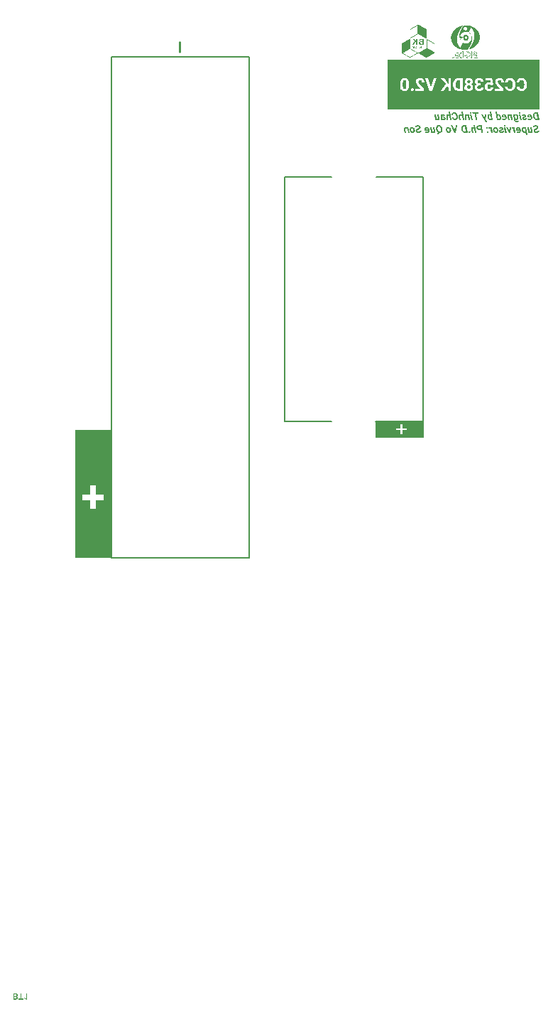
<source format=gbo>
G04*
G04 #@! TF.GenerationSoftware,Altium Limited,Altium Designer,24.4.1 (13)*
G04*
G04 Layer_Color=32896*
%FSTAX24Y24*%
%MOIN*%
G70*
G04*
G04 #@! TF.SameCoordinates,973A198C-3906-4392-A1E8-A13353080A71*
G04*
G04*
G04 #@! TF.FilePolarity,Positive*
G04*
G01*
G75*
%ADD13C,0.0100*%
%ADD14C,0.0079*%
%ADD18C,0.0050*%
G36*
X017786Y024509D02*
X017787D01*
Y024507D01*
X017786D01*
Y024506D01*
X017787D01*
Y024359D01*
Y024358D01*
Y024347D01*
X017786D01*
Y024337D01*
X017787D01*
Y024233D01*
X017786D01*
Y024232D01*
X01773D01*
Y024316D01*
X01773D01*
Y024317D01*
X017729D01*
Y024318D01*
X017729D01*
Y024318D01*
X017728D01*
Y024319D01*
X017728D01*
Y024319D01*
X017727D01*
Y02432D01*
X017727D01*
Y02432D01*
X017726D01*
Y024321D01*
X017725D01*
Y024321D01*
X017725D01*
Y024322D01*
X017724D01*
Y024322D01*
X017724D01*
Y024323D01*
X017723D01*
Y024323D01*
X017723D01*
Y024324D01*
X017722D01*
Y024325D01*
X017722D01*
Y024325D01*
X017721D01*
Y024326D01*
X017721D01*
Y024326D01*
X01772D01*
Y024327D01*
X01772D01*
Y024327D01*
X017719D01*
Y024328D01*
X017718D01*
Y024328D01*
X017718D01*
Y024329D01*
X017717D01*
Y024329D01*
X017717D01*
Y02433D01*
X017716D01*
Y02433D01*
X017716D01*
Y024332D01*
X017715D01*
Y024332D01*
X017715D01*
Y024333D01*
X017714D01*
Y024333D01*
X017714D01*
Y024334D01*
X017713D01*
Y024334D01*
X017713D01*
Y024335D01*
X017712D01*
Y024335D01*
X017711D01*
Y024336D01*
X017711D01*
Y024336D01*
X01771D01*
Y024337D01*
X01771D01*
Y024337D01*
X017709D01*
Y024338D01*
X017709D01*
Y024339D01*
X017708D01*
Y024339D01*
X017708D01*
Y02434D01*
X017707D01*
Y02434D01*
X017707D01*
Y024341D01*
X017706D01*
Y024341D01*
X017706D01*
Y024342D01*
X017705D01*
Y024342D01*
X017704D01*
Y024343D01*
X017704D01*
Y024343D01*
X017703D01*
Y024344D01*
X017703D01*
Y024344D01*
X017702D01*
Y024345D01*
X017702D01*
Y024346D01*
X017701D01*
Y024346D01*
X017701D01*
Y024347D01*
X0177D01*
Y024347D01*
X0177D01*
Y024348D01*
X017699D01*
Y024349D01*
X017698D01*
Y024349D01*
X017697D01*
Y02435D01*
X017696D01*
Y024351D01*
X017696D01*
Y024352D01*
X017695D01*
Y024353D01*
X017695D01*
Y024353D01*
X017694D01*
Y024354D01*
X017694D01*
Y024354D01*
X017693D01*
Y024355D01*
X017693D01*
Y024355D01*
X017692D01*
Y024356D01*
X017692D01*
Y024356D01*
X017691D01*
Y024357D01*
X01769D01*
Y024357D01*
X01769D01*
Y024358D01*
X017689D01*
Y024358D01*
X017689D01*
Y024359D01*
X017688D01*
Y02436D01*
X017688D01*
Y02436D01*
X017687D01*
Y024361D01*
X017687D01*
Y024361D01*
X017686D01*
Y024362D01*
X017685D01*
Y024361D01*
X017685D01*
Y02436D01*
X017684D01*
Y02436D01*
X017683D01*
Y024358D01*
X017683D01*
Y024358D01*
X017682D01*
Y024356D01*
X017682D01*
Y024356D01*
X017681D01*
Y024355D01*
X017681D01*
Y024354D01*
X01768D01*
Y024353D01*
X01768D01*
Y024352D01*
X017679D01*
Y024351D01*
X017679D01*
Y02435D01*
X017678D01*
Y024349D01*
X017678D01*
Y024349D01*
X017677D01*
Y024347D01*
X017676D01*
Y024347D01*
X017676D01*
Y024346D01*
X017675D01*
Y024344D01*
X017675D01*
Y024344D01*
X017674D01*
Y024343D01*
X017674D01*
Y024342D01*
X017673D01*
Y024341D01*
X017673D01*
Y02434D01*
X017672D01*
Y024339D01*
X017672D01*
Y024338D01*
X017671D01*
Y024337D01*
X017671D01*
Y024336D01*
X01767D01*
Y024335D01*
X01767D01*
Y024334D01*
X017669D01*
Y024334D01*
X017668D01*
Y024333D01*
X017668D01*
Y024332D01*
X017667D01*
Y024331D01*
X017667D01*
Y02433D01*
X017666D01*
Y024329D01*
X017666D01*
Y024328D01*
X017665D01*
Y024327D01*
X017665D01*
Y024326D01*
X017664D01*
Y024325D01*
X017664D01*
Y024325D01*
X017663D01*
Y024323D01*
X017663D01*
Y024322D01*
X017662D01*
Y024322D01*
X017661D01*
Y024321D01*
X017661D01*
Y02432D01*
X01766D01*
Y024319D01*
X01766D01*
Y024318D01*
X017659D01*
Y024317D01*
X017659D01*
Y024316D01*
X017658D01*
Y024315D01*
X017658D01*
Y024314D01*
X017657D01*
Y024313D01*
X017657D01*
Y024312D01*
X017656D01*
Y024312D01*
X017656D01*
Y024311D01*
X017655D01*
Y024309D01*
X017654D01*
Y024309D01*
X017654D01*
Y024308D01*
X017653D01*
Y024307D01*
X017653D01*
Y024306D01*
X017652D01*
Y024305D01*
X017652D01*
Y024304D01*
X017651D01*
Y024303D01*
X017651D01*
Y024302D01*
X01765D01*
Y024301D01*
X01765D01*
Y0243D01*
X017649D01*
Y0243D01*
X017649D01*
Y024299D01*
X017648D01*
Y024298D01*
X017647D01*
Y024297D01*
X017647D01*
Y024296D01*
X017646D01*
Y024295D01*
X017646D01*
Y024294D01*
X017645D01*
Y024293D01*
X017645D01*
Y024292D01*
X017644D01*
Y024291D01*
X017644D01*
Y02429D01*
X017643D01*
Y02429D01*
X017643D01*
Y024288D01*
X017642D01*
Y024287D01*
X017642D01*
Y024287D01*
X017641D01*
Y024286D01*
X01764D01*
Y024285D01*
X01764D01*
Y024284D01*
X017639D01*
Y024283D01*
X017639D01*
Y024282D01*
X017638D01*
Y024281D01*
X017638D01*
Y02428D01*
X017637D01*
Y024279D01*
X017637D01*
Y024278D01*
X017636D01*
Y024278D01*
X017636D01*
Y024277D01*
X017635D01*
Y024276D01*
X017635D01*
Y024274D01*
X017634D01*
Y024274D01*
X017633D01*
Y024273D01*
X017633D01*
Y024272D01*
X017632D01*
Y024271D01*
X017632D01*
Y02427D01*
X017631D01*
Y024269D01*
X017631D01*
Y024268D01*
X01763D01*
Y024267D01*
X01763D01*
Y024266D01*
X017629D01*
Y024265D01*
X017629D01*
Y024265D01*
X017628D01*
Y024264D01*
X017628D01*
Y024263D01*
X017627D01*
Y024262D01*
X017626D01*
Y024261D01*
X017626D01*
Y02426D01*
X017625D01*
Y024259D01*
X017625D01*
Y024258D01*
X017624D01*
Y024257D01*
X017624D01*
Y024256D01*
X017623D01*
Y024256D01*
X017623D01*
Y024255D01*
X017622D01*
Y024253D01*
X017622D01*
Y024252D01*
X017621D01*
Y024252D01*
X017621D01*
Y024251D01*
X01762D01*
Y02425D01*
X017619D01*
Y024249D01*
X017619D01*
Y024248D01*
X017618D01*
Y024247D01*
X017618D01*
Y024246D01*
X017617D01*
Y024245D01*
X017617D01*
Y024244D01*
X017616D01*
Y024243D01*
X017616D01*
Y024243D01*
X017615D01*
Y024242D01*
X017615D01*
Y024241D01*
X017614D01*
Y024239D01*
X017614D01*
Y024239D01*
X017613D01*
Y024238D01*
X017612D01*
Y024237D01*
X017612D01*
Y024236D01*
X017611D01*
Y024235D01*
X017611D01*
Y024234D01*
X01761D01*
Y024234D01*
X01761D01*
Y024232D01*
X017539D01*
Y024232D01*
X017538D01*
Y024232D01*
X017538D01*
Y024234D01*
X017538D01*
Y024234D01*
X017539D01*
Y024235D01*
X017539D01*
Y024236D01*
X01754D01*
Y024237D01*
X01754D01*
Y024238D01*
X017541D01*
Y024238D01*
X017541D01*
Y024239D01*
X017542D01*
Y02424D01*
X017542D01*
Y024241D01*
X017543D01*
Y024242D01*
X017544D01*
Y024243D01*
X017544D01*
Y024244D01*
X017545D01*
Y024244D01*
X017545D01*
Y024245D01*
X017546D01*
Y024246D01*
X017546D01*
Y024246D01*
X017547D01*
Y024248D01*
X017547D01*
Y024248D01*
X017548D01*
Y024249D01*
X017548D01*
Y02425D01*
X017549D01*
Y024251D01*
X017549D01*
Y024252D01*
X01755D01*
Y024252D01*
X017551D01*
Y024253D01*
X017551D01*
Y024254D01*
X017552D01*
Y024255D01*
X017552D01*
Y024256D01*
X017553D01*
Y024257D01*
X017553D01*
Y024258D01*
X017554D01*
Y024258D01*
X017554D01*
Y024259D01*
X017555D01*
Y02426D01*
X017555D01*
Y024261D01*
X017556D01*
Y024262D01*
X017556D01*
Y024263D01*
X017557D01*
Y024264D01*
X017558D01*
Y024264D01*
X017558D01*
Y024265D01*
X017559D01*
Y024266D01*
X017559D01*
Y024266D01*
X01756D01*
Y024267D01*
X01756D01*
Y024268D01*
X017561D01*
Y024269D01*
X017561D01*
Y02427D01*
X017562D01*
Y024271D01*
X017562D01*
Y024272D01*
X017563D01*
Y024272D01*
X017563D01*
Y024273D01*
X017564D01*
Y024274D01*
X017565D01*
Y024275D01*
X017565D01*
Y024276D01*
X017566D01*
Y024277D01*
X017566D01*
Y024278D01*
X017567D01*
Y024278D01*
X017567D01*
Y024279D01*
X017568D01*
Y02428D01*
X017568D01*
Y024281D01*
X017569D01*
Y024281D01*
X017569D01*
Y024283D01*
X01757D01*
Y024284D01*
X01757D01*
Y024284D01*
X017571D01*
Y024285D01*
X017572D01*
Y024286D01*
X017572D01*
Y024286D01*
X017573D01*
Y024287D01*
X017573D01*
Y024288D01*
X017574D01*
Y024289D01*
X017574D01*
Y02429D01*
X017575D01*
Y024291D01*
X017575D01*
Y024292D01*
X017576D01*
Y024292D01*
X017576D01*
Y024293D01*
X017577D01*
Y024294D01*
X017577D01*
Y024295D01*
X017578D01*
Y024295D01*
X017579D01*
Y024297D01*
X017579D01*
Y024298D01*
X01758D01*
Y024298D01*
X01758D01*
Y024299D01*
X017581D01*
Y0243D01*
X017581D01*
Y024301D01*
X017582D01*
Y024301D01*
X017582D01*
Y024302D01*
X017583D01*
Y024304D01*
X017583D01*
Y024304D01*
X017584D01*
Y024305D01*
X017584D01*
Y024306D01*
X017585D01*
Y024306D01*
X017586D01*
Y024307D01*
X017586D01*
Y024308D01*
X017587D01*
Y024309D01*
X017587D01*
Y024309D01*
X017588D01*
Y024311D01*
X017588D01*
Y024312D01*
X017589D01*
Y024312D01*
X017589D01*
Y024313D01*
X01759D01*
Y024314D01*
X01759D01*
Y024315D01*
X017591D01*
Y024315D01*
X017591D01*
Y024316D01*
X017592D01*
Y024318D01*
X017593D01*
Y024318D01*
X017593D01*
Y024319D01*
X017594D01*
Y02432D01*
X017594D01*
Y024321D01*
X017595D01*
Y024321D01*
X017595D01*
Y024322D01*
X017596D01*
Y024323D01*
X017596D01*
Y024324D01*
X017597D01*
Y024325D01*
X017597D01*
Y024326D01*
X017598D01*
Y024326D01*
X017598D01*
Y024327D01*
X017599D01*
Y024328D01*
X0176D01*
Y024329D01*
X0176D01*
Y024329D01*
X017601D01*
Y02433D01*
X017601D01*
Y024332D01*
X017602D01*
Y024332D01*
X017602D01*
Y024333D01*
X017603D01*
Y024334D01*
X017603D01*
Y024335D01*
X017604D01*
Y024335D01*
X017604D01*
Y024336D01*
X017605D01*
Y024337D01*
X017605D01*
Y024338D01*
X017606D01*
Y024339D01*
X017607D01*
Y02434D01*
X017607D01*
Y024341D01*
X017608D01*
Y024341D01*
X017608D01*
Y024342D01*
X017609D01*
Y024343D01*
X017609D01*
Y024344D01*
X01761D01*
Y024345D01*
X01761D01*
Y024346D01*
X017611D01*
Y024346D01*
X017611D01*
Y024347D01*
X017612D01*
Y024348D01*
X017612D01*
Y024349D01*
X017613D01*
Y024349D01*
X017614D01*
Y02435D01*
X017614D01*
Y024351D01*
X017615D01*
Y024352D01*
X017615D01*
Y024353D01*
X017616D01*
Y024354D01*
X017616D01*
Y024355D01*
X017617D01*
Y024355D01*
X017617D01*
Y024356D01*
X017618D01*
Y024357D01*
X017618D01*
Y024358D01*
X017619D01*
Y024359D01*
X017619D01*
Y02436D01*
X01762D01*
Y024361D01*
X017621D01*
Y024361D01*
X017621D01*
Y024362D01*
X017622D01*
Y024363D01*
X017622D01*
Y024364D01*
X017623D01*
Y024365D01*
X017623D01*
Y024365D01*
X017624D01*
Y024366D01*
X017624D01*
Y024367D01*
X017625D01*
Y024368D01*
X017625D01*
Y024369D01*
X017626D01*
Y02437D01*
X017626D01*
Y02437D01*
X017627D01*
Y024371D01*
X017628D01*
Y024372D01*
X017628D01*
Y024373D01*
X017629D01*
Y024373D01*
X017629D01*
Y024375D01*
X01763D01*
Y024375D01*
X01763D01*
Y024376D01*
X017631D01*
Y024377D01*
X017631D01*
Y024378D01*
X017632D01*
Y024379D01*
X017632D01*
Y024379D01*
X017633D01*
Y02438D01*
X017633D01*
Y024381D01*
X017634D01*
Y024382D01*
X017635D01*
Y024383D01*
X017635D01*
Y024384D01*
X017636D01*
Y024385D01*
X017636D01*
Y024385D01*
X017637D01*
Y024386D01*
X017637D01*
Y024387D01*
X017638D01*
Y024387D01*
X017638D01*
Y024389D01*
X017639D01*
Y02439D01*
X017639D01*
Y02439D01*
X01764D01*
Y024391D01*
X01764D01*
Y024392D01*
X017641D01*
Y024393D01*
X017642D01*
Y024393D01*
X017642D01*
Y024394D01*
X017643D01*
Y024396D01*
X017643D01*
Y024396D01*
X017644D01*
Y024397D01*
X017644D01*
Y024398D01*
X017645D01*
Y024399D01*
X017645D01*
Y024399D01*
X017646D01*
Y0244D01*
X017646D01*
Y024402D01*
X017646D01*
Y024403D01*
X017645D01*
Y024403D01*
X017645D01*
Y024404D01*
X017644D01*
Y024404D01*
X017644D01*
Y024405D01*
X017643D01*
Y024406D01*
X017642D01*
Y024407D01*
X017642D01*
Y024407D01*
X017641D01*
Y024408D01*
X01764D01*
Y024408D01*
X01764D01*
Y024409D01*
X017639D01*
Y02441D01*
X017639D01*
Y02441D01*
X017638D01*
Y024411D01*
X017638D01*
Y024411D01*
X017637D01*
Y024412D01*
X017637D01*
Y024412D01*
X017636D01*
Y024413D01*
X017636D01*
Y024413D01*
X017635D01*
Y024414D01*
X017635D01*
Y024414D01*
X017634D01*
Y024415D01*
X017633D01*
Y024415D01*
X017633D01*
Y024416D01*
X017632D01*
Y024417D01*
X017632D01*
Y024417D01*
X017631D01*
Y024418D01*
X017631D01*
Y024418D01*
X01763D01*
Y024419D01*
X01763D01*
Y024419D01*
X017629D01*
Y02442D01*
X017629D01*
Y02442D01*
X017628D01*
Y024421D01*
X017628D01*
Y024421D01*
X017627D01*
Y024422D01*
X017626D01*
Y024422D01*
X017626D01*
Y024423D01*
X017625D01*
Y024424D01*
X017625D01*
Y024424D01*
X017624D01*
Y024425D01*
X017623D01*
Y024426D01*
X017623D01*
Y024427D01*
X017622D01*
Y024427D01*
X017622D01*
Y024428D01*
X017621D01*
Y024428D01*
X017621D01*
Y024429D01*
X01762D01*
Y024429D01*
X017619D01*
Y02443D01*
X017619D01*
Y024431D01*
X017618D01*
Y024431D01*
X017618D01*
Y024432D01*
X017617D01*
Y024432D01*
X017617D01*
Y024433D01*
X017616D01*
Y024433D01*
X017616D01*
Y024434D01*
X017615D01*
Y024434D01*
X017615D01*
Y024435D01*
X017614D01*
Y024435D01*
X017614D01*
Y024436D01*
X017613D01*
Y024436D01*
X017612D01*
Y024437D01*
X017612D01*
Y024438D01*
X017611D01*
Y024438D01*
X017611D01*
Y024439D01*
X01761D01*
Y024439D01*
X01761D01*
Y02444D01*
X017609D01*
Y024441D01*
X017608D01*
Y024442D01*
X017608D01*
Y024442D01*
X017607D01*
Y024443D01*
X017607D01*
Y024443D01*
X017606D01*
Y024444D01*
X017605D01*
Y024445D01*
X017605D01*
Y024445D01*
X017604D01*
Y024446D01*
X017604D01*
Y024446D01*
X017603D01*
Y024447D01*
X017603D01*
Y024447D01*
X017602D01*
Y024448D01*
X017602D01*
Y024448D01*
X017601D01*
Y024449D01*
X017601D01*
Y024449D01*
X0176D01*
Y02445D01*
X0176D01*
Y02445D01*
X017599D01*
Y024451D01*
X017598D01*
Y024452D01*
X017598D01*
Y024452D01*
X017597D01*
Y024453D01*
X017597D01*
Y024453D01*
X017596D01*
Y024454D01*
X017596D01*
Y024454D01*
X017595D01*
Y024455D01*
X017595D01*
Y024455D01*
X017594D01*
Y024456D01*
X017594D01*
Y024456D01*
X017593D01*
Y024457D01*
X017592D01*
Y024458D01*
X017591D01*
Y024459D01*
X017591D01*
Y024459D01*
X01759D01*
Y02446D01*
X017589D01*
Y024461D01*
X017589D01*
Y024462D01*
X017588D01*
Y024462D01*
X017588D01*
Y024463D01*
X017587D01*
Y024463D01*
X017587D01*
Y024464D01*
X017586D01*
Y024464D01*
X017586D01*
Y024465D01*
X017585D01*
Y024466D01*
X017584D01*
Y024466D01*
X017584D01*
Y024467D01*
X017583D01*
Y024467D01*
X017583D01*
Y024468D01*
X017582D01*
Y024468D01*
X017582D01*
Y024469D01*
X017581D01*
Y024469D01*
X017581D01*
Y02447D01*
X01758D01*
Y02447D01*
X01758D01*
Y024471D01*
X017579D01*
Y024471D01*
X017579D01*
Y024472D01*
X017578D01*
Y024473D01*
X017577D01*
Y024473D01*
X017577D01*
Y024474D01*
X017576D01*
Y024474D01*
X017576D01*
Y024475D01*
X017575D01*
Y024476D01*
X017575D01*
Y024476D01*
X017574D01*
Y024477D01*
X017574D01*
Y024477D01*
X017573D01*
Y024478D01*
X017573D01*
Y024478D01*
X017572D01*
Y024479D01*
X017572D01*
Y02448D01*
X017571D01*
Y02448D01*
X01757D01*
Y024481D01*
X01757D01*
Y024481D01*
X017569D01*
Y024482D01*
X017569D01*
Y024482D01*
X017568D01*
Y024483D01*
X017568D01*
Y024483D01*
X017567D01*
Y024484D01*
X017567D01*
Y024484D01*
X017566D01*
Y024485D01*
X017566D01*
Y024485D01*
X017565D01*
Y024486D01*
X017565D01*
Y024487D01*
X017563D01*
Y024488D01*
X017563D01*
Y024488D01*
X017562D01*
Y024489D01*
X017562D01*
Y02449D01*
X017561D01*
Y024491D01*
X01756D01*
Y024491D01*
X01756D01*
Y024492D01*
X017559D01*
Y024492D01*
X017559D01*
Y024493D01*
X017558D01*
Y024494D01*
X017558D01*
Y024494D01*
X017557D01*
Y024495D01*
X017556D01*
Y024495D01*
X017556D01*
Y024496D01*
X017555D01*
Y024496D01*
X017555D01*
Y024497D01*
X017554D01*
Y024497D01*
X017554D01*
Y024498D01*
X017553D01*
Y024498D01*
X017553D01*
Y024499D01*
X017552D01*
Y024499D01*
X017552D01*
Y0245D01*
X017551D01*
Y024501D01*
X017551D01*
Y024501D01*
X01755D01*
Y024502D01*
X017549D01*
Y024502D01*
X017549D01*
Y024503D01*
X017548D01*
Y024503D01*
X017548D01*
Y024504D01*
X017547D01*
Y024505D01*
X017546D01*
Y024506D01*
X017546D01*
Y024506D01*
X017545D01*
Y024507D01*
X017545D01*
Y024508D01*
X017544D01*
Y024508D01*
X017544D01*
Y024509D01*
X017618D01*
Y024509D01*
X017618D01*
Y024508D01*
X017619D01*
Y024508D01*
X017619D01*
Y024507D01*
X01762D01*
Y024506D01*
X017621D01*
Y024506D01*
X017621D01*
Y024505D01*
X017622D01*
Y024505D01*
X017622D01*
Y024504D01*
X017623D01*
Y024503D01*
X017623D01*
Y024503D01*
X017624D01*
Y024502D01*
X017624D01*
Y024502D01*
X017625D01*
Y024501D01*
X017625D01*
Y024501D01*
X017626D01*
Y0245D01*
X017626D01*
Y024499D01*
X017627D01*
Y024499D01*
X017628D01*
Y024498D01*
X017628D01*
Y024498D01*
X017629D01*
Y024497D01*
X017629D01*
Y024496D01*
X01763D01*
Y024495D01*
X017631D01*
Y024495D01*
X017631D01*
Y024494D01*
X017632D01*
Y024494D01*
X017632D01*
Y024493D01*
X017633D01*
Y024492D01*
X017633D01*
Y024492D01*
X017634D01*
Y024491D01*
X017635D01*
Y02449D01*
X017635D01*
Y02449D01*
X017636D01*
Y024489D01*
X017636D01*
Y024489D01*
X017637D01*
Y024488D01*
X017637D01*
Y024488D01*
X017638D01*
Y024487D01*
X017638D01*
Y024487D01*
X017639D01*
Y024486D01*
X017639D01*
Y024485D01*
X01764D01*
Y024485D01*
X01764D01*
Y024484D01*
X017641D01*
Y024483D01*
X017642D01*
Y024482D01*
X017643D01*
Y024482D01*
X017643D01*
Y024481D01*
X017644D01*
Y024481D01*
X017644D01*
Y02448D01*
X017645D01*
Y02448D01*
X017645D01*
Y024479D01*
X017646D01*
Y024478D01*
X017646D01*
Y024478D01*
X017647D01*
Y024477D01*
X017647D01*
Y024476D01*
X017648D01*
Y024476D01*
X017649D01*
Y024475D01*
X017649D01*
Y024475D01*
X01765D01*
Y024474D01*
X01765D01*
Y024474D01*
X017651D01*
Y024473D01*
X017651D01*
Y024473D01*
X017652D01*
Y024472D01*
X017652D01*
Y024471D01*
X017653D01*
Y02447D01*
X017654D01*
Y024469D01*
X017654D01*
Y024469D01*
X017655D01*
Y024468D01*
X017656D01*
Y024468D01*
X017656D01*
Y024467D01*
X017657D01*
Y024467D01*
X017657D01*
Y024466D01*
X017658D01*
Y024466D01*
X017658D01*
Y024465D01*
X017659D01*
Y024464D01*
X017659D01*
Y024464D01*
X01766D01*
Y024463D01*
X01766D01*
Y024462D01*
X017661D01*
Y024462D01*
X017661D01*
Y024461D01*
X017662D01*
Y024461D01*
X017663D01*
Y02446D01*
X017663D01*
Y02446D01*
X017664D01*
Y024459D01*
X017664D01*
Y024459D01*
X017665D01*
Y024458D01*
X017665D01*
Y024457D01*
X017666D01*
Y024456D01*
X017666D01*
Y024456D01*
X017667D01*
Y024455D01*
X017667D01*
Y024455D01*
X017668D01*
Y024454D01*
X017668D01*
Y024454D01*
X017669D01*
Y024453D01*
X01767D01*
Y024453D01*
X01767D01*
Y024452D01*
X017671D01*
Y024452D01*
X017671D01*
Y024451D01*
X017672D01*
Y02445D01*
X017672D01*
Y024449D01*
X017673D01*
Y024449D01*
X017673D01*
Y024448D01*
X017674D01*
Y024448D01*
X017674D01*
Y024447D01*
X017675D01*
Y024447D01*
X017675D01*
Y024446D01*
X017676D01*
Y024446D01*
X017676D01*
Y024445D01*
X017677D01*
Y024445D01*
X017678D01*
Y024444D01*
X017678D01*
Y024443D01*
X017679D01*
Y024442D01*
X017679D01*
Y024442D01*
X01768D01*
Y024441D01*
X01768D01*
Y024441D01*
X017681D01*
Y02444D01*
X017681D01*
Y02444D01*
X017682D01*
Y024439D01*
X017682D01*
Y024439D01*
X017683D01*
Y024438D01*
X017683D01*
Y024437D01*
X017685D01*
Y024436D01*
X017685D01*
Y024435D01*
X017686D01*
Y024435D01*
X017686D01*
Y024434D01*
X017687D01*
Y024434D01*
X017687D01*
Y024433D01*
X017688D01*
Y024433D01*
X017688D01*
Y024432D01*
X017689D01*
Y024432D01*
X017689D01*
Y024431D01*
X01769D01*
Y024431D01*
X01769D01*
Y02443D01*
X017691D01*
Y024429D01*
X017692D01*
Y024428D01*
X017692D01*
Y024428D01*
X017693D01*
Y024427D01*
X017693D01*
Y024427D01*
X017694D01*
Y024426D01*
X017694D01*
Y024426D01*
X017695D01*
Y024425D01*
X017695D01*
Y024424D01*
X017696D01*
Y024423D01*
X017697D01*
Y024422D01*
X017697D01*
Y024422D01*
X017698D01*
Y024421D01*
X017699D01*
Y024421D01*
X017699D01*
Y02442D01*
X0177D01*
Y02442D01*
X0177D01*
Y024419D01*
X017701D01*
Y024419D01*
X017701D01*
Y024418D01*
X017702D01*
Y024418D01*
X017702D01*
Y024417D01*
X017703D01*
Y024416D01*
X017704D01*
Y024415D01*
X017704D01*
Y024414D01*
X017705D01*
Y024414D01*
X017706D01*
Y024413D01*
X017706D01*
Y024413D01*
X017707D01*
Y024412D01*
X017707D01*
Y024412D01*
X017708D01*
Y024411D01*
X017708D01*
Y02441D01*
X017709D01*
Y02441D01*
X017709D01*
Y024409D01*
X01771D01*
Y024408D01*
X01771D01*
Y024408D01*
X017711D01*
Y024407D01*
X017711D01*
Y024407D01*
X017712D01*
Y024406D01*
X017713D01*
Y024406D01*
X017713D01*
Y024405D01*
X017714D01*
Y024405D01*
X017714D01*
Y024404D01*
X017715D01*
Y024403D01*
X017716D01*
Y024402D01*
X017716D01*
Y024401D01*
X017717D01*
Y024401D01*
X017717D01*
Y0244D01*
X017718D01*
Y0244D01*
X017718D01*
Y024399D01*
X017719D01*
Y024399D01*
X01772D01*
Y024398D01*
X01772D01*
Y024398D01*
X017721D01*
Y024397D01*
X017721D01*
Y024397D01*
X017722D01*
Y024396D01*
X017722D01*
Y024395D01*
X017723D01*
Y024394D01*
X017723D01*
Y024394D01*
X017724D01*
Y024393D01*
X017724D01*
Y024393D01*
X017725D01*
Y024392D01*
X017725D01*
Y024392D01*
X017726D01*
Y024391D01*
X017727D01*
Y024391D01*
X017727D01*
Y02439D01*
X017728D01*
Y024389D01*
X017728D01*
Y024389D01*
X017729D01*
Y024388D01*
X017729D01*
Y024387D01*
X01773D01*
Y024388D01*
X01773D01*
Y024509D01*
X017731D01*
Y024509D01*
X017786D01*
Y024509D01*
D02*
G37*
G36*
X018082D02*
X018082D01*
Y024233D01*
X018082D01*
Y024232D01*
X017954D01*
Y024233D01*
X017953D01*
Y024232D01*
X017952D01*
Y024233D01*
X017932D01*
Y024234D01*
X017926D01*
Y024234D01*
X017918D01*
Y024235D01*
X017915D01*
Y024235D01*
X017912D01*
Y024236D01*
X01791D01*
Y024236D01*
X017907D01*
Y024237D01*
X017905D01*
Y024237D01*
X017904D01*
Y024238D01*
X017901D01*
Y024238D01*
X0179D01*
Y024239D01*
X017899D01*
Y024239D01*
X017897D01*
Y02424D01*
X017896D01*
Y024241D01*
X017894D01*
Y024241D01*
X017893D01*
Y024242D01*
X017892D01*
Y024242D01*
X017891D01*
Y024243D01*
X01789D01*
Y024243D01*
X017889D01*
Y024244D01*
X017889D01*
Y024244D01*
X017887D01*
Y024245D01*
X017886D01*
Y024245D01*
X017885D01*
Y024246D01*
X017885D01*
Y024246D01*
X017884D01*
Y024247D01*
X017883D01*
Y024248D01*
X017883D01*
Y024248D01*
X017882D01*
Y024249D01*
X017881D01*
Y024249D01*
X01788D01*
Y02425D01*
X017879D01*
Y02425D01*
X017879D01*
Y024251D01*
X017878D01*
Y024251D01*
X017878D01*
Y024252D01*
X017877D01*
Y024252D01*
X017876D01*
Y024253D01*
X017876D01*
Y024253D01*
X017875D01*
Y024254D01*
X017875D01*
Y024255D01*
X017874D01*
Y024255D01*
X017873D01*
Y024256D01*
X017873D01*
Y024256D01*
X017872D01*
Y024257D01*
X017872D01*
Y024257D01*
X017871D01*
Y024258D01*
X017871D01*
Y024259D01*
X01787D01*
Y024259D01*
X01787D01*
Y02426D01*
X017869D01*
Y02426D01*
X017869D01*
Y024261D01*
X017868D01*
Y024262D01*
X017868D01*
Y024263D01*
X017867D01*
Y024264D01*
X017866D01*
Y024264D01*
X017866D01*
Y024265D01*
X017865D01*
Y024266D01*
X017865D01*
Y024266D01*
X017864D01*
Y024267D01*
X017864D01*
Y024268D01*
X017863D01*
Y024269D01*
X017863D01*
Y02427D01*
X017862D01*
Y024271D01*
X017862D01*
Y024272D01*
X017861D01*
Y024272D01*
X017861D01*
Y024274D01*
X01786D01*
Y024274D01*
X017859D01*
Y024276D01*
X017859D01*
Y024277D01*
X017858D01*
Y024278D01*
X017858D01*
Y024279D01*
X017857D01*
Y02428D01*
X017857D01*
Y024281D01*
X017856D01*
Y024283D01*
X017856D01*
Y024284D01*
X017855D01*
Y024286D01*
X017855D01*
Y024287D01*
X017854D01*
Y02429D01*
X017854D01*
Y024291D01*
X017853D01*
Y024293D01*
X017852D01*
Y024296D01*
X017852D01*
Y024298D01*
X017851D01*
Y024302D01*
X017851D01*
Y024306D01*
X01785D01*
Y02432D01*
X017851D01*
Y024323D01*
X017851D01*
Y024327D01*
X017852D01*
Y024329D01*
X017852D01*
Y024332D01*
X017853D01*
Y024334D01*
X017854D01*
Y024335D01*
X017854D01*
Y024337D01*
X017855D01*
Y024338D01*
X017855D01*
Y02434D01*
X017856D01*
Y024341D01*
X017856D01*
Y024342D01*
X017857D01*
Y024344D01*
X017857D01*
Y024344D01*
X017858D01*
Y024346D01*
X017858D01*
Y024347D01*
X017859D01*
Y024348D01*
X017859D01*
Y024349D01*
X01786D01*
Y024349D01*
X017861D01*
Y02435D01*
X017861D01*
Y024351D01*
X017862D01*
Y024352D01*
X017862D01*
Y024353D01*
X017863D01*
Y024354D01*
X017863D01*
Y024354D01*
X017864D01*
Y024355D01*
X017864D01*
Y024356D01*
X017865D01*
Y024356D01*
X017865D01*
Y024357D01*
X017866D01*
Y024357D01*
X017866D01*
Y024358D01*
X017867D01*
Y024359D01*
X017868D01*
Y02436D01*
X017869D01*
Y024361D01*
X017869D01*
Y024361D01*
X01787D01*
Y024362D01*
X01787D01*
Y024362D01*
X017871D01*
Y024363D01*
X017871D01*
Y024363D01*
X017872D01*
Y024364D01*
X017873D01*
Y024364D01*
X017873D01*
Y024365D01*
X017874D01*
Y024365D01*
X017875D01*
Y024366D01*
X017876D01*
Y024366D01*
X017876D01*
Y024367D01*
X017877D01*
Y024368D01*
X017878D01*
Y024368D01*
X017878D01*
Y024369D01*
X017879D01*
Y024369D01*
X01788D01*
Y02437D01*
X017881D01*
Y02437D01*
X017882D01*
Y024371D01*
X017883D01*
Y024371D01*
X017883D01*
Y024372D01*
X017884D01*
Y024372D01*
X017885D01*
Y024373D01*
X017886D01*
Y024373D01*
X017887D01*
Y024374D01*
X017888D01*
Y024375D01*
X01789D01*
Y024375D01*
X017891D01*
Y024376D01*
X017891D01*
Y024376D01*
X017893D01*
Y024377D01*
X017894D01*
Y024377D01*
X017896D01*
Y024378D01*
X017897D01*
Y024378D01*
X017898D01*
Y024379D01*
X017901D01*
Y02438D01*
X0179D01*
Y024381D01*
X017899D01*
Y024382D01*
X017898D01*
Y024382D01*
X017897D01*
Y024383D01*
X017896D01*
Y024383D01*
X017896D01*
Y024384D01*
X017894D01*
Y024384D01*
X017894D01*
Y024385D01*
X017893D01*
Y024385D01*
X017892D01*
Y024386D01*
X017891D01*
Y024386D01*
X017891D01*
Y024387D01*
X01789D01*
Y024387D01*
X017889D01*
Y024388D01*
X017889D01*
Y024389D01*
X017888D01*
Y024389D01*
X017887D01*
Y02439D01*
X017886D01*
Y02439D01*
X017886D01*
Y024391D01*
X017885D01*
Y024391D01*
X017885D01*
Y024392D01*
X017884D01*
Y024392D01*
X017884D01*
Y024393D01*
X017883D01*
Y024393D01*
X017883D01*
Y024394D01*
X017882D01*
Y024394D01*
X017882D01*
Y024395D01*
X017881D01*
Y024396D01*
X01788D01*
Y024396D01*
X01788D01*
Y024397D01*
X017879D01*
Y024398D01*
X017879D01*
Y024398D01*
X017878D01*
Y024399D01*
X017878D01*
Y024399D01*
X017877D01*
Y0244D01*
X017877D01*
Y024401D01*
X017876D01*
Y024401D01*
X017876D01*
Y024403D01*
X017875D01*
Y024403D01*
X017875D01*
Y024404D01*
X017874D01*
Y024405D01*
X017873D01*
Y024406D01*
X017873D01*
Y024407D01*
X017872D01*
Y024407D01*
X017872D01*
Y024408D01*
X017871D01*
Y02441D01*
X017871D01*
Y024411D01*
X01787D01*
Y024412D01*
X01787D01*
Y024413D01*
X017869D01*
Y024414D01*
X017869D01*
Y024415D01*
X017868D01*
Y024417D01*
X017868D01*
Y024418D01*
X017867D01*
Y02442D01*
X017866D01*
Y024422D01*
X017866D01*
Y024424D01*
X017865D01*
Y024427D01*
X017865D01*
Y024429D01*
X017864D01*
Y024436D01*
X017864D01*
Y024443D01*
X017864D01*
Y02445D01*
X017865D01*
Y024453D01*
X017865D01*
Y024455D01*
X017866D01*
Y024457D01*
X017866D01*
Y024459D01*
X017867D01*
Y024461D01*
X017868D01*
Y024462D01*
X017868D01*
Y024464D01*
X017869D01*
Y024465D01*
X017869D01*
Y024466D01*
X01787D01*
Y024468D01*
X01787D01*
Y024468D01*
X017871D01*
Y02447D01*
X017871D01*
Y02447D01*
X017872D01*
Y024471D01*
X017872D01*
Y024473D01*
X017873D01*
Y024473D01*
X017873D01*
Y024474D01*
X017874D01*
Y024475D01*
X017875D01*
Y024476D01*
X017875D01*
Y024477D01*
X017876D01*
Y024477D01*
X017876D01*
Y024478D01*
X017877D01*
Y024479D01*
X017877D01*
Y02448D01*
X017878D01*
Y024481D01*
X017878D01*
Y024481D01*
X017879D01*
Y024482D01*
X017879D01*
Y024482D01*
X01788D01*
Y024483D01*
X01788D01*
Y024484D01*
X017881D01*
Y024484D01*
X017882D01*
Y024485D01*
X017882D01*
Y024485D01*
X017883D01*
Y024486D01*
X017883D01*
Y024487D01*
X017884D01*
Y024487D01*
X017884D01*
Y024488D01*
X017885D01*
Y024488D01*
X017885D01*
Y024489D01*
X017886D01*
Y024489D01*
X017886D01*
Y02449D01*
X017887D01*
Y02449D01*
X017887D01*
Y024491D01*
X017889D01*
Y024491D01*
X017889D01*
Y024492D01*
X01789D01*
Y024492D01*
X017891D01*
Y024493D01*
X017891D01*
Y024494D01*
X017892D01*
Y024494D01*
X017893D01*
Y024495D01*
X017893D01*
Y024495D01*
X017894D01*
Y024496D01*
X017895D01*
Y024496D01*
X017896D01*
Y024497D01*
X017897D01*
Y024497D01*
X017898D01*
Y024498D01*
X017899D01*
Y024498D01*
X017899D01*
Y024499D01*
X017901D01*
Y024499D01*
X017901D01*
Y0245D01*
X017903D01*
Y024501D01*
X017904D01*
Y024501D01*
X017905D01*
Y024502D01*
X017906D01*
Y024502D01*
X017907D01*
Y024503D01*
X01791D01*
Y024503D01*
X017911D01*
Y024504D01*
X017912D01*
Y024504D01*
X017914D01*
Y024505D01*
X017915D01*
Y024505D01*
X017919D01*
Y024506D01*
X01792D01*
Y024506D01*
X017925D01*
Y024507D01*
X017928D01*
Y024508D01*
X017932D01*
Y024508D01*
X01794D01*
Y024509D01*
X017947D01*
Y024509D01*
X018082D01*
Y024509D01*
D02*
G37*
G36*
X017861Y024072D02*
X01786D01*
Y024072D01*
X017839D01*
Y024072D01*
X017838D01*
Y024119D01*
X017796D01*
Y024105D01*
Y024105D01*
Y024072D01*
X017795D01*
Y024072D01*
X017774D01*
Y024072D01*
X017774D01*
Y024179D01*
X017774D01*
Y02418D01*
X017796D01*
Y024137D01*
X017838D01*
Y02418D01*
X017861D01*
Y024072D01*
D02*
G37*
G36*
X017644Y024072D02*
X017624D01*
Y024072D01*
X017624D01*
Y024074D01*
Y024074D01*
Y024151D01*
X017623D01*
Y024152D01*
X017623D01*
Y024151D01*
X017622D01*
Y024151D01*
X017622D01*
Y024147D01*
X017621D01*
Y024145D01*
X017621D01*
Y024143D01*
X01762D01*
Y02414D01*
X017619D01*
Y024139D01*
X017619D01*
Y024136D01*
X017618D01*
Y024135D01*
X017618D01*
Y024132D01*
X017617D01*
Y02413D01*
X017617D01*
Y024128D01*
X017616D01*
Y024125D01*
X017616D01*
Y024124D01*
X017615D01*
Y024121D01*
X017615D01*
Y024119D01*
X017614D01*
Y024117D01*
X017614D01*
Y024114D01*
X017613D01*
Y024113D01*
X017612D01*
Y02411D01*
X017612D01*
Y024108D01*
X017611D01*
Y024106D01*
X017611D01*
Y024104D01*
X01761D01*
Y024102D01*
X01761D01*
Y024099D01*
X017609D01*
Y024098D01*
X017609D01*
Y024095D01*
X017608D01*
Y024093D01*
X017608D01*
Y024091D01*
X017607D01*
Y024089D01*
X017607D01*
Y024087D01*
X017606D01*
Y024084D01*
X017605D01*
Y024083D01*
X017605D01*
Y02408D01*
X017604D01*
Y024078D01*
X017604D01*
Y024076D01*
X017603D01*
Y024074D01*
X017603D01*
Y024072D01*
X017602D01*
Y024072D01*
X017582D01*
Y024072D01*
X017581D01*
Y024074D01*
X017581D01*
Y024075D01*
X01758D01*
Y024078D01*
X01758D01*
Y02408D01*
X017579D01*
Y024082D01*
X017579D01*
Y024084D01*
X017578D01*
Y024086D01*
X017577D01*
Y024089D01*
X017577D01*
Y02409D01*
X017576D01*
Y024093D01*
X017576D01*
Y024095D01*
X017575D01*
Y024097D01*
X017575D01*
Y0241D01*
X017574D01*
Y024101D01*
X017574D01*
Y024104D01*
X017573D01*
Y024105D01*
X017573D01*
Y024108D01*
X017572D01*
Y02411D01*
X017572D01*
Y024111D01*
X017571D01*
Y024115D01*
X01757D01*
Y024116D01*
X01757D01*
Y024119D01*
X017569D01*
Y024121D01*
X017569D01*
Y024123D01*
X017568D01*
Y024125D01*
X017568D01*
Y024126D01*
X017567D01*
Y02413D01*
X017567D01*
Y024131D01*
X017566D01*
Y024134D01*
X017566D01*
Y024136D01*
X017565D01*
Y024137D01*
X017565D01*
Y02414D01*
X017564D01*
Y024142D01*
X017563D01*
Y024144D01*
X017563D01*
Y024146D01*
X017562D01*
Y024149D01*
X017562D01*
Y024151D01*
X017561D01*
Y024151D01*
X017561D01*
Y024152D01*
X01756D01*
Y024073D01*
X01756D01*
Y024072D01*
X01754D01*
Y024073D01*
X01754D01*
Y024179D01*
X01754D01*
Y02418D01*
X017573D01*
Y024179D01*
X017573D01*
Y024178D01*
X017574D01*
Y024174D01*
X017574D01*
Y024173D01*
X017575D01*
Y024171D01*
X017575D01*
Y024169D01*
X017576D01*
Y024167D01*
X017576D01*
Y024164D01*
X017577D01*
Y024163D01*
X017577D01*
Y02416D01*
X017578D01*
Y024159D01*
X017579D01*
Y024157D01*
X017579D01*
Y024154D01*
X01758D01*
Y024153D01*
X01758D01*
Y02415D01*
X017581D01*
Y024148D01*
X017581D01*
Y024146D01*
X017582D01*
Y024144D01*
X017582D01*
Y024142D01*
X017583D01*
Y024139D01*
X017583D01*
Y024138D01*
X017584D01*
Y024135D01*
X017584D01*
Y024133D01*
X017585D01*
Y024132D01*
X017586D01*
Y024129D01*
X017586D01*
Y024128D01*
X017587D01*
Y024125D01*
X017587D01*
Y024123D01*
X017588D01*
Y024121D01*
X017588D01*
Y024119D01*
X017589D01*
Y024117D01*
X017589D01*
Y024115D01*
X01759D01*
Y024114D01*
X01759D01*
Y024111D01*
X017591D01*
Y024109D01*
X017591D01*
Y024109D01*
X017592D01*
Y024108D01*
X017593D01*
Y024109D01*
X017593D01*
Y024112D01*
X017594D01*
Y024114D01*
X017594D01*
Y024116D01*
X017595D01*
Y024118D01*
X017595D01*
Y024119D01*
X017596D01*
Y024123D01*
X017596D01*
Y024124D01*
X017597D01*
Y024127D01*
X017597D01*
Y024129D01*
X017598D01*
Y02413D01*
X017598D01*
Y024133D01*
X017599D01*
Y024134D01*
X0176D01*
Y024137D01*
X0176D01*
Y024138D01*
X017601D01*
Y024141D01*
X017601D01*
Y024143D01*
X017602D01*
Y024144D01*
X017602D01*
Y024147D01*
X017603D01*
Y024149D01*
X017603D01*
Y024151D01*
X017604D01*
Y024153D01*
X017604D01*
Y024155D01*
X017605D01*
Y024157D01*
X017605D01*
Y024159D01*
X017606D01*
Y024161D01*
X017607D01*
Y024163D01*
X017607D01*
Y024165D01*
X017608D01*
Y024167D01*
X017608D01*
Y024169D01*
X017609D01*
Y024172D01*
X017609D01*
Y024173D01*
X01761D01*
Y024176D01*
X01761D01*
Y024178D01*
X017611D01*
Y024179D01*
X017611D01*
Y02418D01*
X017644D01*
Y024072D01*
D02*
G37*
G36*
X02018Y025135D02*
X020182D01*
Y025134D01*
X020187D01*
Y025133D01*
X020198D01*
Y025131D01*
X020202D01*
Y02513D01*
X02021D01*
Y025129D01*
X020216D01*
Y025127D01*
X020221D01*
Y025126D01*
X020231D01*
Y025124D01*
X020235D01*
Y025123D01*
X020237D01*
Y025122D01*
X020241D01*
Y02512D01*
X020248D01*
Y025119D01*
X020252D01*
Y025118D01*
X020256D01*
Y025116D01*
X020263D01*
Y025115D01*
X020267D01*
Y025114D01*
X020274D01*
Y025112D01*
X020278D01*
Y025111D01*
X020281D01*
Y02511D01*
X020286D01*
Y025108D01*
X02029D01*
Y025107D01*
X020296D01*
Y025105D01*
X020299D01*
Y025104D01*
X020301D01*
Y025103D01*
X020307D01*
Y025101D01*
X02031D01*
Y0251D01*
X020315D01*
Y025099D01*
X020318D01*
Y025097D01*
X02032D01*
Y025096D01*
X020323D01*
Y025095D01*
X020326D01*
Y025093D01*
X02033D01*
Y025092D01*
X020333D01*
Y02509D01*
X020338D01*
Y025089D01*
X020341D01*
Y025088D01*
X020345D01*
Y025086D01*
X020348D01*
Y025085D01*
X02035D01*
Y025084D01*
X020353D01*
Y025082D01*
X020356D01*
Y025081D01*
X02036D01*
Y02508D01*
X020364D01*
Y025078D01*
X020365D01*
Y025077D01*
X020368D01*
Y025076D01*
X020372D01*
Y025074D01*
X020375D01*
Y025073D01*
X020376D01*
Y025071D01*
X020379D01*
Y02507D01*
X020382D01*
Y025069D01*
X020386D01*
Y025067D01*
X020388D01*
Y025066D01*
X020391D01*
Y025065D01*
X020394D01*
Y025063D01*
X020398D01*
Y025062D01*
X020401D01*
Y025061D01*
X020403D01*
Y025059D01*
X020406D01*
Y025058D01*
X02041D01*
Y025056D01*
X020412D01*
Y025055D01*
X020414D01*
Y025054D01*
X020417D01*
Y025052D01*
X020418D01*
Y025051D01*
X020421D01*
Y02505D01*
X020424D01*
Y025048D01*
X020427D01*
Y025047D01*
X020428D01*
Y025046D01*
X020431D01*
Y025044D01*
X020432D01*
Y025043D01*
X020435D01*
Y025041D01*
X020439D01*
Y02504D01*
X02044D01*
Y025039D01*
X020443D01*
Y025037D01*
X020444D01*
Y025036D01*
X020447D01*
Y025035D01*
X020448D01*
Y025033D01*
X02045D01*
Y025032D01*
X020452D01*
Y025031D01*
X020455D01*
Y025029D01*
X020458D01*
Y025028D01*
X020459D01*
Y025027D01*
X020461D01*
Y025025D01*
X020463D01*
Y025024D01*
X020465D01*
Y025022D01*
X020466D01*
Y025021D01*
X020469D01*
Y02502D01*
X02047D01*
Y025018D01*
X020473D01*
Y025017D01*
X020474D01*
Y025016D01*
X020478D01*
Y025014D01*
X02048D01*
Y025013D01*
X020481D01*
Y025012D01*
X020484D01*
Y02501D01*
X020486D01*
Y025009D01*
X020488D01*
Y025007D01*
X020489D01*
Y025006D01*
X02049D01*
Y025005D01*
X020493D01*
Y025003D01*
X020496D01*
Y025002D01*
X020499D01*
Y025001D01*
X0205D01*
Y024999D01*
X020501D01*
Y024998D01*
X020503D01*
Y024997D01*
X020504D01*
Y024995D01*
X020505D01*
Y024994D01*
X020508D01*
Y024993D01*
X02051D01*
Y024991D01*
X020511D01*
Y02499D01*
X020512D01*
Y024988D01*
X020514D01*
Y024987D01*
X020515D01*
Y024986D01*
X020518D01*
Y024984D01*
X020519D01*
Y024983D01*
X02052D01*
Y024982D01*
X020522D01*
Y024979D01*
X020524D01*
Y024978D01*
X020526D01*
Y024976D01*
X020527D01*
Y024975D01*
X020529D01*
Y024973D01*
X02053D01*
Y024972D01*
X020531D01*
Y024971D01*
X020533D01*
Y024969D01*
X020534D01*
Y024968D01*
X020535D01*
Y024967D01*
X020537D01*
Y024965D01*
X020538D01*
Y024964D01*
X020539D01*
Y024963D01*
X020541D01*
Y024961D01*
X020544D01*
Y02496D01*
X020545D01*
Y024959D01*
X020546D01*
Y024957D01*
X020548D01*
Y024956D01*
X020549D01*
Y024954D01*
X02055D01*
Y024953D01*
X020552D01*
Y024952D01*
X020553D01*
Y02495D01*
X020554D01*
Y024949D01*
X020556D01*
Y024946D01*
X020557D01*
Y024945D01*
X02056D01*
Y024944D01*
X020561D01*
Y024941D01*
X020563D01*
Y024939D01*
X020564D01*
Y024938D01*
X020567D01*
Y024937D01*
X020568D01*
Y024934D01*
X020569D01*
Y024933D01*
X020571D01*
Y024931D01*
X020572D01*
Y02493D01*
X020573D01*
Y024929D01*
X020575D01*
Y024927D01*
X020576D01*
Y024926D01*
X020578D01*
Y024924D01*
X020579D01*
Y024923D01*
X02058D01*
Y024922D01*
X020582D01*
Y02492D01*
X020583D01*
Y024919D01*
X020584D01*
Y024918D01*
X020586D01*
Y024916D01*
X020587D01*
Y024915D01*
X020588D01*
Y024912D01*
X02059D01*
Y024911D01*
X020591D01*
Y02491D01*
X020593D01*
Y024908D01*
X020594D01*
Y024905D01*
X020595D01*
Y024904D01*
X020597D01*
Y024903D01*
X020598D01*
Y024901D01*
X020599D01*
Y0249D01*
X020601D01*
Y024899D01*
X020602D01*
Y024897D01*
X020603D01*
Y024896D01*
X020605D01*
Y024895D01*
X020606D01*
Y024892D01*
X020609D01*
Y02489D01*
X02061D01*
Y024888D01*
X020612D01*
Y024886D01*
X020613D01*
Y024882D01*
X020614D01*
Y024881D01*
X020616D01*
Y024878D01*
X020617D01*
Y024877D01*
X020618D01*
Y024876D01*
X02062D01*
Y024873D01*
X020621D01*
Y024871D01*
X020622D01*
Y02487D01*
X020624D01*
Y024869D01*
X020625D01*
Y024866D01*
X020627D01*
Y024862D01*
X020628D01*
Y024861D01*
X020629D01*
Y024858D01*
X020631D01*
Y024856D01*
X020632D01*
Y024854D01*
X020633D01*
Y024852D01*
X020635D01*
Y02485D01*
X020636D01*
Y024848D01*
X020637D01*
Y024846D01*
X020639D01*
Y024843D01*
X02064D01*
Y024841D01*
X020642D01*
Y024839D01*
X020643D01*
Y024837D01*
X020644D01*
Y024835D01*
X020646D01*
Y024832D01*
X020647D01*
Y024829D01*
X020648D01*
Y024827D01*
X02065D01*
Y024824D01*
X020651D01*
Y024822D01*
X020652D01*
Y024818D01*
X020654D01*
Y024817D01*
X020655D01*
Y024813D01*
X020656D01*
Y024812D01*
X020658D01*
Y024809D01*
X020659D01*
Y024805D01*
X020661D01*
Y024802D01*
X020662D01*
Y024799D01*
X020663D01*
Y024797D01*
X020665D01*
Y024794D01*
X020666D01*
Y024791D01*
X020667D01*
Y024788D01*
X020669D01*
Y024786D01*
X02067D01*
Y024783D01*
X020671D01*
Y02478D01*
X020673D01*
Y024778D01*
X020674D01*
Y024775D01*
X020676D01*
Y024772D01*
X020677D01*
Y024769D01*
X020678D01*
Y024764D01*
X02068D01*
Y02476D01*
X020681D01*
Y024757D01*
X020682D01*
Y024754D01*
X020684D01*
Y024752D01*
X020685D01*
Y024748D01*
X020686D01*
Y024744D01*
X020688D01*
Y024741D01*
X020689D01*
Y024738D01*
X02069D01*
Y024734D01*
X020692D01*
Y02473D01*
X020693D01*
Y024726D01*
X020695D01*
Y024722D01*
X020696D01*
Y024719D01*
X020697D01*
Y024712D01*
X020699D01*
Y024705D01*
X0207D01*
Y0247D01*
X020701D01*
Y024695D01*
X020703D01*
Y024692D01*
X020704D01*
Y024674D01*
X020705D01*
Y024667D01*
X020707D01*
Y024658D01*
X020708D01*
Y024628D01*
X02071D01*
Y024606D01*
X020711D01*
Y024597D01*
X02071D01*
Y024587D01*
X020711D01*
Y024546D01*
X02071D01*
Y024524D01*
X020708D01*
Y024503D01*
X020707D01*
Y024492D01*
X020705D01*
Y024485D01*
X020704D01*
Y024478D01*
X020703D01*
Y024474D01*
X020701D01*
Y024467D01*
X0207D01*
Y024462D01*
X020699D01*
Y024456D01*
X020697D01*
Y024451D01*
X020696D01*
Y024448D01*
X020695D01*
Y024443D01*
X020693D01*
Y024439D01*
X020692D01*
Y024433D01*
X02069D01*
Y024431D01*
X020689D01*
Y024427D01*
X020688D01*
Y024421D01*
X020686D01*
Y024418D01*
X020685D01*
Y024414D01*
X020684D01*
Y024412D01*
X020682D01*
Y024407D01*
X020681D01*
Y024405D01*
X02068D01*
Y024402D01*
X020678D01*
Y024398D01*
X020677D01*
Y024395D01*
X020676D01*
Y024391D01*
X020674D01*
Y024387D01*
X020673D01*
Y024384D01*
X020671D01*
Y02438D01*
X02067D01*
Y024378D01*
X020669D01*
Y024375D01*
X020667D01*
Y024372D01*
X020666D01*
Y024369D01*
X020665D01*
Y024365D01*
X020663D01*
Y024363D01*
X020662D01*
Y02436D01*
X020661D01*
Y024357D01*
X020659D01*
Y024354D01*
X020658D01*
Y024352D01*
X020656D01*
Y024349D01*
X020655D01*
Y024348D01*
X020654D01*
Y024345D01*
X020652D01*
Y024342D01*
X020651D01*
Y024339D01*
X02065D01*
Y024338D01*
X020648D01*
Y024335D01*
X020647D01*
Y024333D01*
X020646D01*
Y024329D01*
X020644D01*
Y024327D01*
X020643D01*
Y024324D01*
X020642D01*
Y024323D01*
X02064D01*
Y024322D01*
X020639D01*
Y024319D01*
X020637D01*
Y024318D01*
X020636D01*
Y024315D01*
X020635D01*
Y024312D01*
X020633D01*
Y02431D01*
X020632D01*
Y024308D01*
X020631D01*
Y024307D01*
X020629D01*
Y024304D01*
X020628D01*
Y024301D01*
X020627D01*
Y0243D01*
X020625D01*
Y024297D01*
X020624D01*
Y024296D01*
X020622D01*
Y024293D01*
X020621D01*
Y024292D01*
X02062D01*
Y024289D01*
X020618D01*
Y024288D01*
X020617D01*
Y024286D01*
X020616D01*
Y024284D01*
X020614D01*
Y024282D01*
X020613D01*
Y02428D01*
X020612D01*
Y024278D01*
X02061D01*
Y024277D01*
X020609D01*
Y024274D01*
X020607D01*
Y024273D01*
X020606D01*
Y02427D01*
X020605D01*
Y024269D01*
X020603D01*
Y024266D01*
X020602D01*
Y024265D01*
X020601D01*
Y024263D01*
X020599D01*
Y024262D01*
X020598D01*
Y024259D01*
X020597D01*
Y024258D01*
X020595D01*
Y024256D01*
X020594D01*
Y024255D01*
X020593D01*
Y024252D01*
X020591D01*
Y024251D01*
X02059D01*
Y024248D01*
X020588D01*
Y024247D01*
X020587D01*
Y024246D01*
X020584D01*
Y024244D01*
X020583D01*
Y024241D01*
X020582D01*
Y02424D01*
X02058D01*
Y024237D01*
X020579D01*
Y024236D01*
X020578D01*
Y024235D01*
X020576D01*
Y024233D01*
X020575D01*
Y024232D01*
X020573D01*
Y024229D01*
X020572D01*
Y024228D01*
X020571D01*
Y024227D01*
X020569D01*
Y024225D01*
X020568D01*
Y024224D01*
X020567D01*
Y024222D01*
X020565D01*
Y024221D01*
X020564D01*
Y02422D01*
X020563D01*
Y024218D01*
X020561D01*
Y024217D01*
X02056D01*
Y024216D01*
X020559D01*
Y024214D01*
X020557D01*
Y024213D01*
X020556D01*
Y024212D01*
X020554D01*
Y02421D01*
X020553D01*
Y024209D01*
X020552D01*
Y024207D01*
X02055D01*
Y024206D01*
X020549D01*
Y024205D01*
X020548D01*
Y024203D01*
X020546D01*
Y024202D01*
X020545D01*
Y024201D01*
X020544D01*
Y024199D01*
X020542D01*
Y024198D01*
X020541D01*
Y024197D01*
X020539D01*
Y024195D01*
X020538D01*
Y024194D01*
X020537D01*
Y024193D01*
X020535D01*
Y024191D01*
X020534D01*
Y02419D01*
X020533D01*
Y024188D01*
X020531D01*
Y024187D01*
X02053D01*
Y024186D01*
X020529D01*
Y024184D01*
X020527D01*
Y024183D01*
X020526D01*
Y024182D01*
X020524D01*
Y02418D01*
X020523D01*
Y024179D01*
X020522D01*
Y024178D01*
X02052D01*
Y024176D01*
X020519D01*
Y024175D01*
X020518D01*
Y024173D01*
X020516D01*
Y024172D01*
X020515D01*
Y024171D01*
X020512D01*
Y024169D01*
X020511D01*
Y024167D01*
X02051D01*
Y024165D01*
X020507D01*
Y024164D01*
X020505D01*
Y024163D01*
X020504D01*
Y024161D01*
X020501D01*
Y02416D01*
X020499D01*
Y024158D01*
X020497D01*
Y024157D01*
X020496D01*
Y024156D01*
X020495D01*
Y024154D01*
X020493D01*
Y024153D01*
X020492D01*
Y024152D01*
X020489D01*
Y02415D01*
X020488D01*
Y024149D01*
X020486D01*
Y024148D01*
X020485D01*
Y024146D01*
X020482D01*
Y024145D01*
X020481D01*
Y024144D01*
X02048D01*
Y024142D01*
X020478D01*
Y024141D01*
X020476D01*
Y024139D01*
X020474D01*
Y024138D01*
X020471D01*
Y024137D01*
X02047D01*
Y024135D01*
X020467D01*
Y024134D01*
X020466D01*
Y024133D01*
X020463D01*
Y024131D01*
X020461D01*
Y02413D01*
X020459D01*
Y024129D01*
X020458D01*
Y024127D01*
X020456D01*
Y024126D01*
X020455D01*
Y024124D01*
X020454D01*
Y024123D01*
X020451D01*
Y024122D01*
X020447D01*
Y02412D01*
X020446D01*
Y024119D01*
X020443D01*
Y024118D01*
X020442D01*
Y024116D01*
X02044D01*
Y024115D01*
X020437D01*
Y024114D01*
X020435D01*
Y024112D01*
X020432D01*
Y024111D01*
X020431D01*
Y02411D01*
X020429D01*
Y024108D01*
X020427D01*
Y024107D01*
X020424D01*
Y024105D01*
X020422D01*
Y024104D01*
X020421D01*
Y024103D01*
X020418D01*
Y024101D01*
X020416D01*
Y0241D01*
X020413D01*
Y024099D01*
X020412D01*
Y024097D01*
X020409D01*
Y024096D01*
X020406D01*
Y024095D01*
X020405D01*
Y024093D01*
X020403D01*
Y024092D01*
X020401D01*
Y02409D01*
X020398D01*
Y024089D01*
X020395D01*
Y024088D01*
X020393D01*
Y024086D01*
X02039D01*
Y024085D01*
X020388D01*
Y024084D01*
X020386D01*
Y024082D01*
X020382D01*
Y024081D01*
X020379D01*
Y02408D01*
X020376D01*
Y024078D01*
X020375D01*
Y024077D01*
X020371D01*
Y024076D01*
X020368D01*
Y024074D01*
X020365D01*
Y024073D01*
X020364D01*
Y024071D01*
X020363D01*
Y02407D01*
X02036D01*
Y024069D01*
X020357D01*
Y024067D01*
X020353D01*
Y024066D01*
X02035D01*
Y024065D01*
X020348D01*
Y024063D01*
X020344D01*
Y024062D01*
X020341D01*
Y024061D01*
X020337D01*
Y024059D01*
X020334D01*
Y024058D01*
X020331D01*
Y024056D01*
X020329D01*
Y024055D01*
X020326D01*
Y024054D01*
X020322D01*
Y024052D01*
X020318D01*
Y024051D01*
X020316D01*
Y02405D01*
X020312D01*
Y024048D01*
X020311D01*
Y024047D01*
X020305D01*
Y024046D01*
X020304D01*
Y024044D01*
X020299D01*
Y024043D01*
X020295D01*
Y024042D01*
X02029D01*
Y02404D01*
X020286D01*
Y024039D01*
X020282D01*
Y024037D01*
X020278D01*
Y024036D01*
X020274D01*
Y024035D01*
X02027D01*
Y024033D01*
X020267D01*
Y024032D01*
X020265D01*
Y024031D01*
X020261D01*
Y024029D01*
X020258D01*
Y024028D01*
X020254D01*
Y024027D01*
X02025D01*
Y024025D01*
X020247D01*
Y024024D01*
X020236D01*
Y024022D01*
X020232D01*
Y024021D01*
X020228D01*
Y02402D01*
X020222D01*
Y024018D01*
X020218D01*
Y024017D01*
X020213D01*
Y024016D01*
X020203D01*
Y024017D01*
X020201D01*
Y024018D01*
X020199D01*
Y02402D01*
X020198D01*
Y024022D01*
X020197D01*
Y024031D01*
X020198D01*
Y024033D01*
X020199D01*
Y024036D01*
X020201D01*
Y024037D01*
X020202D01*
Y024039D01*
X020203D01*
Y02404D01*
X020205D01*
Y024042D01*
X020206D01*
Y024043D01*
X020207D01*
Y024044D01*
X020209D01*
Y024046D01*
X02021D01*
Y024047D01*
X020212D01*
Y024048D01*
X020213D01*
Y024051D01*
X020214D01*
Y024052D01*
X020216D01*
Y024056D01*
X020217D01*
Y024058D01*
X020218D01*
Y024061D01*
X02022D01*
Y024062D01*
X020221D01*
Y024063D01*
X020222D01*
Y024065D01*
X020224D01*
Y024066D01*
X020225D01*
Y024069D01*
X020227D01*
Y02407D01*
X020228D01*
Y024071D01*
X020231D01*
Y024073D01*
X020232D01*
Y024074D01*
X020233D01*
Y024076D01*
X020235D01*
Y024078D01*
X020236D01*
Y02408D01*
X020237D01*
Y024081D01*
X020239D01*
Y024082D01*
X02024D01*
Y024085D01*
X020241D01*
Y024086D01*
X020243D01*
Y02409D01*
X020244D01*
Y024092D01*
X020246D01*
Y024095D01*
X020247D01*
Y024096D01*
X020248D01*
Y024097D01*
X02025D01*
Y024099D01*
X020251D01*
Y0241D01*
X020252D01*
Y024101D01*
X020254D01*
Y024104D01*
X020255D01*
Y024105D01*
X020256D01*
Y024107D01*
X020258D01*
Y02411D01*
X020259D01*
Y024112D01*
X020261D01*
Y024114D01*
X020262D01*
Y024116D01*
X020263D01*
Y024118D01*
X020265D01*
Y02412D01*
X020266D01*
Y024122D01*
X020267D01*
Y024123D01*
X020269D01*
Y024124D01*
X02027D01*
Y024127D01*
X020271D01*
Y024129D01*
X020273D01*
Y02413D01*
X020274D01*
Y024133D01*
X020276D01*
Y024134D01*
X020277D01*
Y024137D01*
X020278D01*
Y024138D01*
X02028D01*
Y024141D01*
X020281D01*
Y024144D01*
X020282D01*
Y024145D01*
X020284D01*
Y024146D01*
X020285D01*
Y024149D01*
X020286D01*
Y02415D01*
X020288D01*
Y024153D01*
X020289D01*
Y024154D01*
X02029D01*
Y024157D01*
X020292D01*
Y024158D01*
X020293D01*
Y024161D01*
X020295D01*
Y024164D01*
X020296D01*
Y024165D01*
X020297D01*
Y024168D01*
X020299D01*
Y024169D01*
X0203D01*
Y024173D01*
X020301D01*
Y024176D01*
X020303D01*
Y024178D01*
X020304D01*
Y024179D01*
X020305D01*
Y024182D01*
X020307D01*
Y024183D01*
X020308D01*
Y024186D01*
X02031D01*
Y024187D01*
X020311D01*
Y02419D01*
X020312D01*
Y024194D01*
X020314D01*
Y024197D01*
X020315D01*
Y024198D01*
X020316D01*
Y024199D01*
X020318D01*
Y024202D01*
X020319D01*
Y024203D01*
X02032D01*
Y024207D01*
X020322D01*
Y02421D01*
X020323D01*
Y024212D01*
X020324D01*
Y024213D01*
X020326D01*
Y024216D01*
X020327D01*
Y024217D01*
X020329D01*
Y024218D01*
X02033D01*
Y024221D01*
X020331D01*
Y024222D01*
X020333D01*
Y024227D01*
X020334D01*
Y024228D01*
X020335D01*
Y024231D01*
X020337D01*
Y024233D01*
X020338D01*
Y024236D01*
X020339D01*
Y024239D01*
X020341D01*
Y024241D01*
X020342D01*
Y024244D01*
X020344D01*
Y024247D01*
X020345D01*
Y024248D01*
X020346D01*
Y024252D01*
X020348D01*
Y024254D01*
X020349D01*
Y024256D01*
X02035D01*
Y024259D01*
X020352D01*
Y024261D01*
X020353D01*
Y024265D01*
X020354D01*
Y024267D01*
X020356D01*
Y02427D01*
X020357D01*
Y024271D01*
X020359D01*
Y024274D01*
X02036D01*
Y024277D01*
X020361D01*
Y02428D01*
X020363D01*
Y024282D01*
X020364D01*
Y024285D01*
X020365D01*
Y024289D01*
X020367D01*
Y024293D01*
X020368D01*
Y024296D01*
X020369D01*
Y024299D01*
X020371D01*
Y0243D01*
X020372D01*
Y024304D01*
X020373D01*
Y024307D01*
X020375D01*
Y02431D01*
X020376D01*
Y024312D01*
X020378D01*
Y024315D01*
X020379D01*
Y024319D01*
X02038D01*
Y024322D01*
X020382D01*
Y024324D01*
X020383D01*
Y024329D01*
X020384D01*
Y024331D01*
X020386D01*
Y024334D01*
X020387D01*
Y024337D01*
X020388D01*
Y024339D01*
X02039D01*
Y024344D01*
X020391D01*
Y024348D01*
X020393D01*
Y024352D01*
X020394D01*
Y024354D01*
X020395D01*
Y024357D01*
X020397D01*
Y024361D01*
X020398D01*
Y024365D01*
X020399D01*
Y024372D01*
X020401D01*
Y024373D01*
X020402D01*
Y024376D01*
X020403D01*
Y024379D01*
X020405D01*
Y024383D01*
X020406D01*
Y024387D01*
X020407D01*
Y02439D01*
X020409D01*
Y024394D01*
X02041D01*
Y024397D01*
X020412D01*
Y024402D01*
X020413D01*
Y024406D01*
X020414D01*
Y024409D01*
X020416D01*
Y024417D01*
X020417D01*
Y02442D01*
X020418D01*
Y024424D01*
X02042D01*
Y024428D01*
X020421D01*
Y024432D01*
X020422D01*
Y024436D01*
X020424D01*
Y02444D01*
X020425D01*
Y024448D01*
X020427D01*
Y024451D01*
X020428D01*
Y024456D01*
X020429D01*
Y024461D01*
X020431D01*
Y024466D01*
X020432D01*
Y024476D01*
X020433D01*
Y024478D01*
X020435D01*
Y024482D01*
X020436D01*
Y024485D01*
X020437D01*
Y024492D01*
X020439D01*
Y024497D01*
X02044D01*
Y024503D01*
X020442D01*
Y024511D01*
X020443D01*
Y024518D01*
X020444D01*
Y02453D01*
X020446D01*
Y024537D01*
X020447D01*
Y024544D01*
X020448D01*
Y024554D01*
X02045D01*
Y024568D01*
X020451D01*
Y024587D01*
X020452D01*
Y024606D01*
X020454D01*
Y024627D01*
X020455D01*
Y024662D01*
X020456D01*
Y024665D01*
X020455D01*
Y024684D01*
X020454D01*
Y0247D01*
X020452D01*
Y02472D01*
X020451D01*
Y024737D01*
X02045D01*
Y024744D01*
X020448D01*
Y024754D01*
X020447D01*
Y024759D01*
X020446D01*
Y024763D01*
X020444D01*
Y024769D01*
X020443D01*
Y024773D01*
X020442D01*
Y024782D01*
X02044D01*
Y024788D01*
X020439D01*
Y024793D01*
X020437D01*
Y024797D01*
X020436D01*
Y024799D01*
X020435D01*
Y024807D01*
X020433D01*
Y02481D01*
X020432D01*
Y024817D01*
X020431D01*
Y024824D01*
X020429D01*
Y024827D01*
X020428D01*
Y024832D01*
X020427D01*
Y024836D01*
X020425D01*
Y02484D01*
X020424D01*
Y024843D01*
X020422D01*
Y024846D01*
X020421D01*
Y024848D01*
X02042D01*
Y024851D01*
X020418D01*
Y024856D01*
X020417D01*
Y024861D01*
X020416D01*
Y024863D01*
X020414D01*
Y024867D01*
X020413D01*
Y024869D01*
X020412D01*
Y024871D01*
X02041D01*
Y024874D01*
X020409D01*
Y024878D01*
X020407D01*
Y024881D01*
X020406D01*
Y024884D01*
X020405D01*
Y024886D01*
X020403D01*
Y024889D01*
X020402D01*
Y024893D01*
X020401D01*
Y024895D01*
X020399D01*
Y024897D01*
X020398D01*
Y0249D01*
X020397D01*
Y024903D01*
X020395D01*
Y024905D01*
X020394D01*
Y024907D01*
X020393D01*
Y02491D01*
X020391D01*
Y024912D01*
X02039D01*
Y024915D01*
X020388D01*
Y024918D01*
X020387D01*
Y02492D01*
X020386D01*
Y024922D01*
X020384D01*
Y024924D01*
X020383D01*
Y024926D01*
X020382D01*
Y024927D01*
X02038D01*
Y02493D01*
X020379D01*
Y024931D01*
X020378D01*
Y024934D01*
X020376D01*
Y024935D01*
X020375D01*
Y024938D01*
X020373D01*
Y024939D01*
X020372D01*
Y024941D01*
X020371D01*
Y024944D01*
X020369D01*
Y024945D01*
X020368D01*
Y024948D01*
X020367D01*
Y024949D01*
X020365D01*
Y02495D01*
X020364D01*
Y024952D01*
X020363D01*
Y024953D01*
X020361D01*
Y024954D01*
X02036D01*
Y024959D01*
X020359D01*
Y02496D01*
X020357D01*
Y024961D01*
X020356D01*
Y024964D01*
X020354D01*
Y024965D01*
X020353D01*
Y024967D01*
X020352D01*
Y024969D01*
X02035D01*
Y024971D01*
X020349D01*
Y024973D01*
X020348D01*
Y024975D01*
X020346D01*
Y024976D01*
X020345D01*
Y024978D01*
X020344D01*
Y024979D01*
X020342D01*
Y02498D01*
X020341D01*
Y024982D01*
X020339D01*
Y024983D01*
X020338D01*
Y024984D01*
X020337D01*
Y024986D01*
X020335D01*
Y024987D01*
X020334D01*
Y024988D01*
X020333D01*
Y02499D01*
X020331D01*
Y024991D01*
X02033D01*
Y024993D01*
X020329D01*
Y024994D01*
X020327D01*
Y024995D01*
X020326D01*
Y024997D01*
X020324D01*
Y024998D01*
X020323D01*
Y024999D01*
X020322D01*
Y025001D01*
X02032D01*
Y025002D01*
X020319D01*
Y025003D01*
X020318D01*
Y025005D01*
X020316D01*
Y025006D01*
X020315D01*
Y025007D01*
X020314D01*
Y025009D01*
X020312D01*
Y02501D01*
X020311D01*
Y025012D01*
X02031D01*
Y025013D01*
X020308D01*
Y025014D01*
X020307D01*
Y025016D01*
X020304D01*
Y025017D01*
X020303D01*
Y025018D01*
X020301D01*
Y02502D01*
X020296D01*
Y025018D01*
X020295D01*
Y025017D01*
X020293D01*
Y025014D01*
X020292D01*
Y025013D01*
X02029D01*
Y02501D01*
X020289D01*
Y025009D01*
X020288D01*
Y025006D01*
X020286D01*
Y025003D01*
X020285D01*
Y025002D01*
X020284D01*
Y024999D01*
X020282D01*
Y024997D01*
X020281D01*
Y024994D01*
X02028D01*
Y024993D01*
X020278D01*
Y02499D01*
X020277D01*
Y024986D01*
X020276D01*
Y024984D01*
X020274D01*
Y024982D01*
X020273D01*
Y024979D01*
X020271D01*
Y024976D01*
X02027D01*
Y024973D01*
X020269D01*
Y024971D01*
X020267D01*
Y024968D01*
X020266D01*
Y024965D01*
X020265D01*
Y024963D01*
X020263D01*
Y02496D01*
X020262D01*
Y024959D01*
X020261D01*
Y024954D01*
X020259D01*
Y024953D01*
X020258D01*
Y02495D01*
X020256D01*
Y024948D01*
X020255D01*
Y024945D01*
X020254D01*
Y024942D01*
X020252D01*
Y024939D01*
X020251D01*
Y024938D01*
X02025D01*
Y024935D01*
X020248D01*
Y024933D01*
X020247D01*
Y024929D01*
X020246D01*
Y024927D01*
X020244D01*
Y024924D01*
X020243D01*
Y024922D01*
X020241D01*
Y024918D01*
X02024D01*
Y024915D01*
X020239D01*
Y024914D01*
X020237D01*
Y02491D01*
X020236D01*
Y024908D01*
X020235D01*
Y024904D01*
X020233D01*
Y024903D01*
X020232D01*
Y0249D01*
X020231D01*
Y024897D01*
X020229D01*
Y024896D01*
X020228D01*
Y024893D01*
X020227D01*
Y02489D01*
X020225D01*
Y024888D01*
X020224D01*
Y024885D01*
X020222D01*
Y024882D01*
X020221D01*
Y02488D01*
X02022D01*
Y024877D01*
X020218D01*
Y024874D01*
X020217D01*
Y024873D01*
X020216D01*
Y02487D01*
X020214D01*
Y024867D01*
X020213D01*
Y024865D01*
X020212D01*
Y024862D01*
X02021D01*
Y024859D01*
X020209D01*
Y024856D01*
X020207D01*
Y024854D01*
X020206D01*
Y024851D01*
X020205D01*
Y024847D01*
X020203D01*
Y024846D01*
X020202D01*
Y024843D01*
X020201D01*
Y02484D01*
X020199D01*
Y024836D01*
X020198D01*
Y024833D01*
X020197D01*
Y024829D01*
X020195D01*
Y024824D01*
X020194D01*
Y024822D01*
X020191D01*
Y02482D01*
X02019D01*
Y024818D01*
X020191D01*
Y024816D01*
X020194D01*
Y024814D01*
X020195D01*
Y024813D01*
X020198D01*
Y024812D01*
X020199D01*
Y02481D01*
X020201D01*
Y024809D01*
X020203D01*
Y024807D01*
X020205D01*
Y024806D01*
X020207D01*
Y024805D01*
X020209D01*
Y024803D01*
X020212D01*
Y024802D01*
X020213D01*
Y024801D01*
X020216D01*
Y024799D01*
X020218D01*
Y024798D01*
X02022D01*
Y024797D01*
X020221D01*
Y024795D01*
X020222D01*
Y024794D01*
X020225D01*
Y024793D01*
X020227D01*
Y024791D01*
X020228D01*
Y02479D01*
X020231D01*
Y024788D01*
X020232D01*
Y024787D01*
X020233D01*
Y024786D01*
X020235D01*
Y024784D01*
X020236D01*
Y024783D01*
X020237D01*
Y024782D01*
X020239D01*
Y02478D01*
X02024D01*
Y024779D01*
X020241D01*
Y024778D01*
X020243D01*
Y024776D01*
X020244D01*
Y024775D01*
X020246D01*
Y024773D01*
X020248D01*
Y024771D01*
X02025D01*
Y024769D01*
X020251D01*
Y024768D01*
X020254D01*
Y024767D01*
X020255D01*
Y024765D01*
X020256D01*
Y024763D01*
X020258D01*
Y024761D01*
X020261D01*
Y02476D01*
X020262D01*
Y024757D01*
X020263D01*
Y024756D01*
X020265D01*
Y024754D01*
X020266D01*
Y024753D01*
X020267D01*
Y024752D01*
X020269D01*
Y02475D01*
X02027D01*
Y024749D01*
X020271D01*
Y024748D01*
X020273D01*
Y024746D01*
X020274D01*
Y024744D01*
X020276D01*
Y024742D01*
X020277D01*
Y024741D01*
X020278D01*
Y024739D01*
X02028D01*
Y024738D01*
X020281D01*
Y024735D01*
X020282D01*
Y024734D01*
X020284D01*
Y024733D01*
X020285D01*
Y024731D01*
X020286D01*
Y024729D01*
X020288D01*
Y024726D01*
X020289D01*
Y024723D01*
X02029D01*
Y024722D01*
X020292D01*
Y02472D01*
X020293D01*
Y024718D01*
X020295D01*
Y024716D01*
X020296D01*
Y024714D01*
X020297D01*
Y024712D01*
X020299D01*
Y02471D01*
X0203D01*
Y024708D01*
X020301D01*
Y024705D01*
X020303D01*
Y024701D01*
X020304D01*
Y0247D01*
X020305D01*
Y024697D01*
X020307D01*
Y024693D01*
X020308D01*
Y024692D01*
X02031D01*
Y024688D01*
X020311D01*
Y024686D01*
X020312D01*
Y024682D01*
X020314D01*
Y02468D01*
X020315D01*
Y024677D01*
X020316D01*
Y024674D01*
X020318D01*
Y024671D01*
X020319D01*
Y024666D01*
X02032D01*
Y024661D01*
X020322D01*
Y024658D01*
X020323D01*
Y024655D01*
X020324D01*
Y024651D01*
X020326D01*
Y024643D01*
X020327D01*
Y024636D01*
X020329D01*
Y024629D01*
X02033D01*
Y024624D01*
X020331D01*
Y02462D01*
X020333D01*
Y024613D01*
X020334D01*
Y024606D01*
X020335D01*
Y024582D01*
X020337D01*
Y024575D01*
X020338D01*
Y024542D01*
X020339D01*
Y024531D01*
X020341D01*
Y024527D01*
X020342D01*
Y024524D01*
X020344D01*
Y024523D01*
X020345D01*
Y024518D01*
X020346D01*
Y024459D01*
X020345D01*
Y024446D01*
X020344D01*
Y02444D01*
X020342D01*
Y024427D01*
X020341D01*
Y024418D01*
X020339D01*
Y024407D01*
X020338D01*
Y024403D01*
X020337D01*
Y024394D01*
X020335D01*
Y024386D01*
X020334D01*
Y02438D01*
X020333D01*
Y024373D01*
X020331D01*
Y024367D01*
X02033D01*
Y02436D01*
X020329D01*
Y024354D01*
X020327D01*
Y024352D01*
X020326D01*
Y024346D01*
X020324D01*
Y024341D01*
X020323D01*
Y024337D01*
X020322D01*
Y02433D01*
X02032D01*
Y024326D01*
X020319D01*
Y02432D01*
X020318D01*
Y024316D01*
X020316D01*
Y024311D01*
X020315D01*
Y024307D01*
X020314D01*
Y024304D01*
X020312D01*
Y0243D01*
X020311D01*
Y024296D01*
X02031D01*
Y024292D01*
X020308D01*
Y024288D01*
X020307D01*
Y024284D01*
X020305D01*
Y024281D01*
X020304D01*
Y024278D01*
X020303D01*
Y024274D01*
X020301D01*
Y024271D01*
X0203D01*
Y024269D01*
X020299D01*
Y024265D01*
X020297D01*
Y024262D01*
X020296D01*
Y024258D01*
X020295D01*
Y024255D01*
X020293D01*
Y02425D01*
X020292D01*
Y024248D01*
X02029D01*
Y024246D01*
X020289D01*
Y024243D01*
X020288D01*
Y024239D01*
X020286D01*
Y024235D01*
X020285D01*
Y024232D01*
X020284D01*
Y024229D01*
X020282D01*
Y024225D01*
X020281D01*
Y024224D01*
X02028D01*
Y024221D01*
X020278D01*
Y024218D01*
X020277D01*
Y024216D01*
X020276D01*
Y024213D01*
X020274D01*
Y02421D01*
X020273D01*
Y024207D01*
X020271D01*
Y024205D01*
X02027D01*
Y024202D01*
X020269D01*
Y024198D01*
X020267D01*
Y024195D01*
X020266D01*
Y024193D01*
X020265D01*
Y02419D01*
X020263D01*
Y024188D01*
X020262D01*
Y024186D01*
X020261D01*
Y024183D01*
X020259D01*
Y02418D01*
X020258D01*
Y024178D01*
X020256D01*
Y024175D01*
X020255D01*
Y024172D01*
X020254D01*
Y024168D01*
X020252D01*
Y024167D01*
X020251D01*
Y024164D01*
X02025D01*
Y024161D01*
X020248D01*
Y02416D01*
X020247D01*
Y024157D01*
X020246D01*
Y024154D01*
X020244D01*
Y024152D01*
X020243D01*
Y02415D01*
X020241D01*
Y024148D01*
X02024D01*
Y024145D01*
X020239D01*
Y024144D01*
X020237D01*
Y024142D01*
X020236D01*
Y024141D01*
X020235D01*
Y024138D01*
X020233D01*
Y024137D01*
X020232D01*
Y024134D01*
X020231D01*
Y024131D01*
X020229D01*
Y024129D01*
X020228D01*
Y024126D01*
X020227D01*
Y024124D01*
X020225D01*
Y024122D01*
X020224D01*
Y024119D01*
X020222D01*
Y024116D01*
X020221D01*
Y024115D01*
X02022D01*
Y024114D01*
X020218D01*
Y024112D01*
X020217D01*
Y024111D01*
X020216D01*
Y024108D01*
X020214D01*
Y024105D01*
X020213D01*
Y024104D01*
X020212D01*
Y024101D01*
X02021D01*
Y0241D01*
X020209D01*
Y024097D01*
X020207D01*
Y024095D01*
X020206D01*
Y024093D01*
X020205D01*
Y024092D01*
X020203D01*
Y024089D01*
X020202D01*
Y024086D01*
X020201D01*
Y024085D01*
X020199D01*
Y024084D01*
X020198D01*
Y024082D01*
X020197D01*
Y024081D01*
X020195D01*
Y024078D01*
X020194D01*
Y024077D01*
X020193D01*
Y024074D01*
X020191D01*
Y024071D01*
X02019D01*
Y024069D01*
X020188D01*
Y024066D01*
X020186D01*
Y024065D01*
X020184D01*
Y024063D01*
X020183D01*
Y024062D01*
X020182D01*
Y024061D01*
X02018D01*
Y024059D01*
X020179D01*
Y024058D01*
X020178D01*
Y024056D01*
X020176D01*
Y024054D01*
X020175D01*
Y024052D01*
X020173D01*
Y024051D01*
X020172D01*
Y02405D01*
X020171D01*
Y024047D01*
X020169D01*
Y024046D01*
X020168D01*
Y024043D01*
X020167D01*
Y024042D01*
X020165D01*
Y024039D01*
X020164D01*
Y024036D01*
X020163D01*
Y024035D01*
X020161D01*
Y024033D01*
X02016D01*
Y024032D01*
X020159D01*
Y024031D01*
X020157D01*
Y024029D01*
X020156D01*
Y024027D01*
X020154D01*
Y024025D01*
X020153D01*
Y024024D01*
X020152D01*
Y024021D01*
X02015D01*
Y02402D01*
X020149D01*
Y024018D01*
X020148D01*
Y024017D01*
X020146D01*
Y024014D01*
X020144D01*
Y024013D01*
X020142D01*
Y024012D01*
X020141D01*
Y02401D01*
X020139D01*
Y024009D01*
X020138D01*
Y024007D01*
X020137D01*
Y024006D01*
X020134D01*
Y024005D01*
X020133D01*
Y024003D01*
X02013D01*
Y024002D01*
X020127D01*
Y024001D01*
X020123D01*
Y023999D01*
X020119D01*
Y023998D01*
X020114D01*
Y023997D01*
X020108D01*
Y023995D01*
X020096D01*
Y023994D01*
X020069D01*
Y023993D01*
X020043D01*
Y023991D01*
X020022D01*
Y023993D01*
X019984D01*
Y023994D01*
X01995D01*
Y023995D01*
X019924D01*
Y023997D01*
X019916D01*
Y023998D01*
X019903D01*
Y023999D01*
X019899D01*
Y024001D01*
X019889D01*
Y024002D01*
X019882D01*
Y024003D01*
X019877D01*
Y024005D01*
X019869D01*
Y024006D01*
X019862D01*
Y024007D01*
X019855D01*
Y024009D01*
X019851D01*
Y02401D01*
X019844D01*
Y024012D01*
X01984D01*
Y024013D01*
X019837D01*
Y024014D01*
X019831D01*
Y024016D01*
X019824D01*
Y024017D01*
X019817D01*
Y024018D01*
X019813D01*
Y02402D01*
X019809D01*
Y024021D01*
X019802D01*
Y024022D01*
X019798D01*
Y024024D01*
X019793D01*
Y024025D01*
X01979D01*
Y024027D01*
X019786D01*
Y024028D01*
X01978D01*
Y024029D01*
X019776D01*
Y024031D01*
X019772D01*
Y024032D01*
X019768D01*
Y024033D01*
X019764D01*
Y024035D01*
X01976D01*
Y024036D01*
X019756D01*
Y024037D01*
X01975D01*
Y024039D01*
X019749D01*
Y02404D01*
X019746D01*
Y024042D01*
X019744D01*
Y024043D01*
X019741D01*
Y024044D01*
X019737D01*
Y024046D01*
X019733D01*
Y024047D01*
X019729D01*
Y024048D01*
X019726D01*
Y02405D01*
X019723D01*
Y024051D01*
X01972D01*
Y024052D01*
X019718D01*
Y024054D01*
X019715D01*
Y024055D01*
X019712D01*
Y024056D01*
X019705D01*
Y024058D01*
X019704D01*
Y024059D01*
X0197D01*
Y024061D01*
X019696D01*
Y024062D01*
X019695D01*
Y024063D01*
X01969D01*
Y024065D01*
X019688D01*
Y024066D01*
X019686D01*
Y024067D01*
X019684D01*
Y024069D01*
X019681D01*
Y02407D01*
X019677D01*
Y024071D01*
X019676D01*
Y024073D01*
X019673D01*
Y024074D01*
X01967D01*
Y024076D01*
X019667D01*
Y024077D01*
X019665D01*
Y024078D01*
X019662D01*
Y02408D01*
X019659D01*
Y024081D01*
X019656D01*
Y024082D01*
X019652D01*
Y024084D01*
X019651D01*
Y024085D01*
X019648D01*
Y024086D01*
X019646D01*
Y024088D01*
X019643D01*
Y024089D01*
X019641D01*
Y02409D01*
X019639D01*
Y024092D01*
X019636D01*
Y024093D01*
X019633D01*
Y024095D01*
X019631D01*
Y024096D01*
X019628D01*
Y024097D01*
X019625D01*
Y024099D01*
X019624D01*
Y0241D01*
X019622D01*
Y024101D01*
X019621D01*
Y024103D01*
X019618D01*
Y024104D01*
X019617D01*
Y024105D01*
X019616D01*
Y024107D01*
X019614D01*
Y024108D01*
X019612D01*
Y02411D01*
X019609D01*
Y024111D01*
X019607D01*
Y024112D01*
X019605D01*
Y024114D01*
X019602D01*
Y024115D01*
X019599D01*
Y024116D01*
X019598D01*
Y024118D01*
X019595D01*
Y024119D01*
X019594D01*
Y02412D01*
X019593D01*
Y024122D01*
X019591D01*
Y024123D01*
X019588D01*
Y024126D01*
X019587D01*
Y024127D01*
X019583D01*
Y024129D01*
X019582D01*
Y02413D01*
X01958D01*
Y024131D01*
X019578D01*
Y024133D01*
X019576D01*
Y024134D01*
X019575D01*
Y024135D01*
X019572D01*
Y024137D01*
X019571D01*
Y024138D01*
X019568D01*
Y024139D01*
X019567D01*
Y024141D01*
X019564D01*
Y024142D01*
X019561D01*
Y024144D01*
X01956D01*
Y024145D01*
X019559D01*
Y024146D01*
X019557D01*
Y024148D01*
X019556D01*
Y024149D01*
X019554D01*
Y02415D01*
X019553D01*
Y024152D01*
X019552D01*
Y024153D01*
X01955D01*
Y024154D01*
X019549D01*
Y024156D01*
X019548D01*
Y024157D01*
X019546D01*
Y024158D01*
X019544D01*
Y02416D01*
X019542D01*
Y024161D01*
X019541D01*
Y024164D01*
X019538D01*
Y024165D01*
X019537D01*
Y024167D01*
X019535D01*
Y024168D01*
X019534D01*
Y024169D01*
X019533D01*
Y024171D01*
X019531D01*
Y024172D01*
X01953D01*
Y024173D01*
X019529D01*
Y024175D01*
X019527D01*
Y024176D01*
X019526D01*
Y024178D01*
X019524D01*
Y024179D01*
X019523D01*
Y02418D01*
X019522D01*
Y024182D01*
X01952D01*
Y024183D01*
X019519D01*
Y024184D01*
X019518D01*
Y024186D01*
X019516D01*
Y024187D01*
X019515D01*
Y024188D01*
X019514D01*
Y02419D01*
X019512D01*
Y024191D01*
X019511D01*
Y024193D01*
X01951D01*
Y024194D01*
X019508D01*
Y024195D01*
X019507D01*
Y024197D01*
X019505D01*
Y024198D01*
X019504D01*
Y024199D01*
X019503D01*
Y024201D01*
X019501D01*
Y024202D01*
X0195D01*
Y024203D01*
X019499D01*
Y024205D01*
X019497D01*
Y024206D01*
X019496D01*
Y024207D01*
X019495D01*
Y024209D01*
X019493D01*
Y02421D01*
X019492D01*
Y024212D01*
X01949D01*
Y024213D01*
X019489D01*
Y024214D01*
X019488D01*
Y024216D01*
X019486D01*
Y024217D01*
X019485D01*
Y02422D01*
X019484D01*
Y024221D01*
X019482D01*
Y024222D01*
X019481D01*
Y024224D01*
X01948D01*
Y024227D01*
X019478D01*
Y024228D01*
X019477D01*
Y024231D01*
X019476D01*
Y024232D01*
X019474D01*
Y024233D01*
X019473D01*
Y024235D01*
X019471D01*
Y024237D01*
X01947D01*
Y024239D01*
X019469D01*
Y02424D01*
X019467D01*
Y024241D01*
X019466D01*
Y024243D01*
X019465D01*
Y024246D01*
X019463D01*
Y024247D01*
X019462D01*
Y024248D01*
X019461D01*
Y02425D01*
X019459D01*
Y024254D01*
X019458D01*
Y024255D01*
X019456D01*
Y024258D01*
X019455D01*
Y024259D01*
X019454D01*
Y024262D01*
X019452D01*
Y024265D01*
X019451D01*
Y024266D01*
X01945D01*
Y024267D01*
X019448D01*
Y024269D01*
X019447D01*
Y02427D01*
X019446D01*
Y024273D01*
X019444D01*
Y024276D01*
X019443D01*
Y024277D01*
X019441D01*
Y024278D01*
X01944D01*
Y024281D01*
X019439D01*
Y024284D01*
X019437D01*
Y024285D01*
X019436D01*
Y024288D01*
X019435D01*
Y024289D01*
X019433D01*
Y02429D01*
X019432D01*
Y024293D01*
X019431D01*
Y024295D01*
X019429D01*
Y024297D01*
X019428D01*
Y0243D01*
X019427D01*
Y024303D01*
X019425D01*
Y024304D01*
X019424D01*
Y024307D01*
X019422D01*
Y02431D01*
X019421D01*
Y024312D01*
X01942D01*
Y024316D01*
X019418D01*
Y024318D01*
X019417D01*
Y02432D01*
X019416D01*
Y024322D01*
X019414D01*
Y024324D01*
X019413D01*
Y024327D01*
X019412D01*
Y02433D01*
X01941D01*
Y024333D01*
X019409D01*
Y024335D01*
X019407D01*
Y024339D01*
X019406D01*
Y024342D01*
X019405D01*
Y024345D01*
X019403D01*
Y024346D01*
X019402D01*
Y024349D01*
X019401D01*
Y024353D01*
X019399D01*
Y024356D01*
X019398D01*
Y024358D01*
X019397D01*
Y02436D01*
X019395D01*
Y024363D01*
X019394D01*
Y024369D01*
X019393D01*
Y024373D01*
X019391D01*
Y024376D01*
X01939D01*
Y024378D01*
X019388D01*
Y02438D01*
X019387D01*
Y024386D01*
X019386D01*
Y02439D01*
X019384D01*
Y024395D01*
X019383D01*
Y024399D01*
X019382D01*
Y024402D01*
X01938D01*
Y024405D01*
X019379D01*
Y024407D01*
X019378D01*
Y024412D01*
X019376D01*
Y024414D01*
X019375D01*
Y024421D01*
X019373D01*
Y024428D01*
X019372D01*
Y024433D01*
X019371D01*
Y024439D01*
X019369D01*
Y024443D01*
X019368D01*
Y024451D01*
X019367D01*
Y024458D01*
X019365D01*
Y024476D01*
X019364D01*
Y024485D01*
X019363D01*
Y024503D01*
X019361D01*
Y024597D01*
X019363D01*
Y024621D01*
X019364D01*
Y024629D01*
X019365D01*
Y02464D01*
X019367D01*
Y024651D01*
X019368D01*
Y024663D01*
X019369D01*
Y024666D01*
X019371D01*
Y024669D01*
X019372D01*
Y024674D01*
X019373D01*
Y024681D01*
X019375D01*
Y024686D01*
X019376D01*
Y024689D01*
X019378D01*
Y024695D01*
X019379D01*
Y024699D01*
X01938D01*
Y024704D01*
X019382D01*
Y024708D01*
X019383D01*
Y024711D01*
X019384D01*
Y024715D01*
X019386D01*
Y024719D01*
X019387D01*
Y024722D01*
X019388D01*
Y024724D01*
X01939D01*
Y024729D01*
X019391D01*
Y024731D01*
X019393D01*
Y024734D01*
X019394D01*
Y024738D01*
X019395D01*
Y024741D01*
X019397D01*
Y024744D01*
X019398D01*
Y024748D01*
X019399D01*
Y024752D01*
X019401D01*
Y024756D01*
X019402D01*
Y024759D01*
X019403D01*
Y024761D01*
X019405D01*
Y024764D01*
X019406D01*
Y024765D01*
X019407D01*
Y024771D01*
X019409D01*
Y024772D01*
X01941D01*
Y024775D01*
X019412D01*
Y024778D01*
X019413D01*
Y02478D01*
X019414D01*
Y024783D01*
X019416D01*
Y024786D01*
X019417D01*
Y024788D01*
X019418D01*
Y02479D01*
X01942D01*
Y024794D01*
X019421D01*
Y024797D01*
X019422D01*
Y024798D01*
X019424D01*
Y024801D01*
X019425D01*
Y024803D01*
X019427D01*
Y024806D01*
X019428D01*
Y024809D01*
X019429D01*
Y024812D01*
X019431D01*
Y024813D01*
X019432D01*
Y024814D01*
X019433D01*
Y024817D01*
X019435D01*
Y024818D01*
X019436D01*
Y024821D01*
X019437D01*
Y024824D01*
X019439D01*
Y024827D01*
X01944D01*
Y024829D01*
X019441D01*
Y024831D01*
X019443D01*
Y024832D01*
X019444D01*
Y024833D01*
X019446D01*
Y024836D01*
X019447D01*
Y024837D01*
X019448D01*
Y024839D01*
X01945D01*
Y024841D01*
X019451D01*
Y024843D01*
X019452D01*
Y024847D01*
X019454D01*
Y02485D01*
X019455D01*
Y024851D01*
X019456D01*
Y024852D01*
X019458D01*
Y024854D01*
X019459D01*
Y024855D01*
X019461D01*
Y024856D01*
X019462D01*
Y024858D01*
X019463D01*
Y024861D01*
X019465D01*
Y024862D01*
X019466D01*
Y024863D01*
X019467D01*
Y024865D01*
X019469D01*
Y024867D01*
X01947D01*
Y024869D01*
X019471D01*
Y024871D01*
X019473D01*
Y024874D01*
X019474D01*
Y024876D01*
X019476D01*
Y024877D01*
X019477D01*
Y024878D01*
X019478D01*
Y02488D01*
X01948D01*
Y024881D01*
X019481D01*
Y024882D01*
X019482D01*
Y024885D01*
X019484D01*
Y024886D01*
X019485D01*
Y024888D01*
X019486D01*
Y024889D01*
X019488D01*
Y02489D01*
X019489D01*
Y024892D01*
X01949D01*
Y024895D01*
X019492D01*
Y024896D01*
X019493D01*
Y024897D01*
X019495D01*
Y024899D01*
X019496D01*
Y0249D01*
X019497D01*
Y024901D01*
X019499D01*
Y024903D01*
X0195D01*
Y024904D01*
X019501D01*
Y024905D01*
X019503D01*
Y024907D01*
X019504D01*
Y024908D01*
X019505D01*
Y02491D01*
X019507D01*
Y024911D01*
X019508D01*
Y024914D01*
X01951D01*
Y024915D01*
X019511D01*
Y024918D01*
X019512D01*
Y02492D01*
X019514D01*
Y024922D01*
X019515D01*
Y024923D01*
X019516D01*
Y024924D01*
X019518D01*
Y024926D01*
X019519D01*
Y024927D01*
X01952D01*
Y024929D01*
X019522D01*
Y02493D01*
X019523D01*
Y024931D01*
X019524D01*
Y024933D01*
X019526D01*
Y024934D01*
X019527D01*
Y024935D01*
X019529D01*
Y024937D01*
X01953D01*
Y024938D01*
X019531D01*
Y024939D01*
X019533D01*
Y024941D01*
X019534D01*
Y024942D01*
X019535D01*
Y024944D01*
X019538D01*
Y024945D01*
X019539D01*
Y024948D01*
X019541D01*
Y024949D01*
X019544D01*
Y02495D01*
X019546D01*
Y024952D01*
X019548D01*
Y024953D01*
X019549D01*
Y024954D01*
X01955D01*
Y024956D01*
X019552D01*
Y024957D01*
X019553D01*
Y024959D01*
X019556D01*
Y02496D01*
X019557D01*
Y024961D01*
X019559D01*
Y024963D01*
X01956D01*
Y024964D01*
X019563D01*
Y024965D01*
X019564D01*
Y024967D01*
X019565D01*
Y024968D01*
X019567D01*
Y024969D01*
X019568D01*
Y024971D01*
X019569D01*
Y024972D01*
X019571D01*
Y024973D01*
X019572D01*
Y024975D01*
X019573D01*
Y024976D01*
X019575D01*
Y024978D01*
X019578D01*
Y024979D01*
X019579D01*
Y02498D01*
X01958D01*
Y024983D01*
X019582D01*
Y024984D01*
X019584D01*
Y024986D01*
X019586D01*
Y024987D01*
X019587D01*
Y024988D01*
X01959D01*
Y02499D01*
X019593D01*
Y024991D01*
X019595D01*
Y024993D01*
X019597D01*
Y024994D01*
X019598D01*
Y024995D01*
X019599D01*
Y024997D01*
X019602D01*
Y024998D01*
X019603D01*
Y024999D01*
X019605D01*
Y025001D01*
X019606D01*
Y025002D01*
X019607D01*
Y025003D01*
X019609D01*
Y025005D01*
X019612D01*
Y025006D01*
X019613D01*
Y025007D01*
X019614D01*
Y025009D01*
X019617D01*
Y02501D01*
X01962D01*
Y025012D01*
X019622D01*
Y025013D01*
X019624D01*
Y025014D01*
X019627D01*
Y025016D01*
X019628D01*
Y025017D01*
X019629D01*
Y025018D01*
X019631D01*
Y02502D01*
X019632D01*
Y025021D01*
X019635D01*
Y025022D01*
X019639D01*
Y025024D01*
X01964D01*
Y025025D01*
X019641D01*
Y025027D01*
X019644D01*
Y025028D01*
X019646D01*
Y025029D01*
X019647D01*
Y025031D01*
X01965D01*
Y025032D01*
X019651D01*
Y025033D01*
X019652D01*
Y025035D01*
X019655D01*
Y025036D01*
X019658D01*
Y025037D01*
X019662D01*
Y025039D01*
X019663D01*
Y02504D01*
X019666D01*
Y025041D01*
X019669D01*
Y025043D01*
X019671D01*
Y025044D01*
X019674D01*
Y025046D01*
X019677D01*
Y025047D01*
X019678D01*
Y025048D01*
X019682D01*
Y02505D01*
X019684D01*
Y025051D01*
X019686D01*
Y025052D01*
X019688D01*
Y025054D01*
X019692D01*
Y025055D01*
X019695D01*
Y025056D01*
X019697D01*
Y025058D01*
X0197D01*
Y025059D01*
X019703D01*
Y025061D01*
X019705D01*
Y025062D01*
X019708D01*
Y025063D01*
X019711D01*
Y025065D01*
X019714D01*
Y025066D01*
X019716D01*
Y025067D01*
X019719D01*
Y025069D01*
X019722D01*
Y02507D01*
X019724D01*
Y025071D01*
X019727D01*
Y025073D01*
X01973D01*
Y025074D01*
X019733D01*
Y025076D01*
X019737D01*
Y025077D01*
X019741D01*
Y025078D01*
X019744D01*
Y02508D01*
X019746D01*
Y025081D01*
X01975D01*
Y025082D01*
X019753D01*
Y025084D01*
X019754D01*
Y025085D01*
X019757D01*
Y025086D01*
X01976D01*
Y025088D01*
X019767D01*
Y025089D01*
X019769D01*
Y02509D01*
X019773D01*
Y025092D01*
X019776D01*
Y025093D01*
X01978D01*
Y025095D01*
X019784D01*
Y025096D01*
X019787D01*
Y025097D01*
X019791D01*
Y025099D01*
X019794D01*
Y0251D01*
X019799D01*
Y025101D01*
X019802D01*
Y025103D01*
X019806D01*
Y025104D01*
X019807D01*
Y025105D01*
X01981D01*
Y025107D01*
X01982D01*
Y025108D01*
X019824D01*
Y02511D01*
X019829D01*
Y025111D01*
X019833D01*
Y025112D01*
X019836D01*
Y025114D01*
X019843D01*
Y025115D01*
X019847D01*
Y025116D01*
X019851D01*
Y025118D01*
X019855D01*
Y025119D01*
X019862D01*
Y02512D01*
X01987D01*
Y025122D01*
X019876D01*
Y025123D01*
X019878D01*
Y025124D01*
X019882D01*
Y025126D01*
X019893D01*
Y025127D01*
X019899D01*
Y025129D01*
X019907D01*
Y025127D01*
X01991D01*
Y025126D01*
X019911D01*
Y025124D01*
X019912D01*
Y025123D01*
X019914D01*
Y025122D01*
X019915D01*
Y025114D01*
X019914D01*
Y025111D01*
X019912D01*
Y02511D01*
X019911D01*
Y025108D01*
X01991D01*
Y025107D01*
X019908D01*
Y025105D01*
X019907D01*
Y025104D01*
X019905D01*
Y025103D01*
X019904D01*
Y025101D01*
X019903D01*
Y0251D01*
X019901D01*
Y025099D01*
X0199D01*
Y025097D01*
X019899D01*
Y025096D01*
X019897D01*
Y025095D01*
X019896D01*
Y025093D01*
X019895D01*
Y02509D01*
X019893D01*
Y025089D01*
X019892D01*
Y025086D01*
X01989D01*
Y025085D01*
X019889D01*
Y025084D01*
X019888D01*
Y025082D01*
X019886D01*
Y025081D01*
X019885D01*
Y02508D01*
X019884D01*
Y025078D01*
X019882D01*
Y025077D01*
X019881D01*
Y025076D01*
X01988D01*
Y025074D01*
X019878D01*
Y025073D01*
X019877D01*
Y025071D01*
X019876D01*
Y025069D01*
X019874D01*
Y025067D01*
X019871D01*
Y025065D01*
X01987D01*
Y025063D01*
X019869D01*
Y025062D01*
X019867D01*
Y025061D01*
X019866D01*
Y025059D01*
X019865D01*
Y025056D01*
X019863D01*
Y025054D01*
X019862D01*
Y025051D01*
X019861D01*
Y02505D01*
X019859D01*
Y025048D01*
X019858D01*
Y025046D01*
X019856D01*
Y025044D01*
X019855D01*
Y025043D01*
X019854D01*
Y025041D01*
X019852D01*
Y02504D01*
X019851D01*
Y025037D01*
X01985D01*
Y025036D01*
X019848D01*
Y025035D01*
X019847D01*
Y025033D01*
X019846D01*
Y025032D01*
X019844D01*
Y025029D01*
X019843D01*
Y025028D01*
X019842D01*
Y025027D01*
X01984D01*
Y025024D01*
X019839D01*
Y025021D01*
X019837D01*
Y02502D01*
X019836D01*
Y025017D01*
X019835D01*
Y025016D01*
X019833D01*
Y025013D01*
X019832D01*
Y025012D01*
X019831D01*
Y02501D01*
X019829D01*
Y025007D01*
X019827D01*
Y025005D01*
X019825D01*
Y025003D01*
X019824D01*
Y025001D01*
X019822D01*
Y024999D01*
X019821D01*
Y024998D01*
X01982D01*
Y024997D01*
X019818D01*
Y024994D01*
X019817D01*
Y024991D01*
X019816D01*
Y02499D01*
X019814D01*
Y024988D01*
X019813D01*
Y024986D01*
X019812D01*
Y024982D01*
X01981D01*
Y024979D01*
X019809D01*
Y024978D01*
X019807D01*
Y024976D01*
X019806D01*
Y024973D01*
X019805D01*
Y024972D01*
X019803D01*
Y024969D01*
X019802D01*
Y024968D01*
X019801D01*
Y024965D01*
X019799D01*
Y024964D01*
X019798D01*
Y024961D01*
X019797D01*
Y024959D01*
X019795D01*
Y024957D01*
X019794D01*
Y024956D01*
X019793D01*
Y024953D01*
X019791D01*
Y024952D01*
X01979D01*
Y024949D01*
X019788D01*
Y024946D01*
X019787D01*
Y024944D01*
X019786D01*
Y024942D01*
X019784D01*
Y024939D01*
X019783D01*
Y024937D01*
X019782D01*
Y024935D01*
X01978D01*
Y024933D01*
X019779D01*
Y02493D01*
X019778D01*
Y024929D01*
X019776D01*
Y024926D01*
X019775D01*
Y024924D01*
X019773D01*
Y024922D01*
X019772D01*
Y024919D01*
X019771D01*
Y024915D01*
X019769D01*
Y024914D01*
X019768D01*
Y024912D01*
X019767D01*
Y02491D01*
X019765D01*
Y024907D01*
X019764D01*
Y024904D01*
X019763D01*
Y024903D01*
X019761D01*
Y024899D01*
X01976D01*
Y024897D01*
X019758D01*
Y024895D01*
X019757D01*
Y024893D01*
X019756D01*
Y02489D01*
X019754D01*
Y024888D01*
X019753D01*
Y024885D01*
X019752D01*
Y024882D01*
X01975D01*
Y02488D01*
X019749D01*
Y024877D01*
X019748D01*
Y024876D01*
X019746D01*
Y024871D01*
X019745D01*
Y02487D01*
X019744D01*
Y024867D01*
X019742D01*
Y024865D01*
X019741D01*
Y024862D01*
X019739D01*
Y024859D01*
X019738D01*
Y024856D01*
X019737D01*
Y024855D01*
X019735D01*
Y024851D01*
X019734D01*
Y024848D01*
X019733D01*
Y024846D01*
X019731D01*
Y024843D01*
X01973D01*
Y02484D01*
X019729D01*
Y024836D01*
X019727D01*
Y024833D01*
X019726D01*
Y024832D01*
X019724D01*
Y024829D01*
X019723D01*
Y024827D01*
X019722D01*
Y024824D01*
X01972D01*
Y024821D01*
X019719D01*
Y024818D01*
X019718D01*
Y024816D01*
X019716D01*
Y024812D01*
X019715D01*
Y024807D01*
X019714D01*
Y024805D01*
X019712D01*
Y024802D01*
X019711D01*
Y024799D01*
X01971D01*
Y024795D01*
X019708D01*
Y024793D01*
X019707D01*
Y02479D01*
X019705D01*
Y024786D01*
X019704D01*
Y024783D01*
X019703D01*
Y02478D01*
X019701D01*
Y024778D01*
X0197D01*
Y024772D01*
X019699D01*
Y024771D01*
X019697D01*
Y024767D01*
X019696D01*
Y024764D01*
X019695D01*
Y02476D01*
X019693D01*
Y024753D01*
X019692D01*
Y02475D01*
X01969D01*
Y024748D01*
X019689D01*
Y024745D01*
X019688D01*
Y024744D01*
X019686D01*
Y024739D01*
X019685D01*
Y024735D01*
X019684D01*
Y02473D01*
X019682D01*
Y024726D01*
X019681D01*
Y024722D01*
X01968D01*
Y024718D01*
X019678D01*
Y024714D01*
X019677D01*
Y024708D01*
X019676D01*
Y024705D01*
X019674D01*
Y024703D01*
X019673D01*
Y024699D01*
X019671D01*
Y024695D01*
X01967D01*
Y02469D01*
X019669D01*
Y024684D01*
X019667D01*
Y024678D01*
X019666D01*
Y024674D01*
X019665D01*
Y02467D01*
X019663D01*
Y024663D01*
X019662D01*
Y024659D01*
X019661D01*
Y024655D01*
X019659D01*
Y024651D01*
X019658D01*
Y024643D01*
X019656D01*
Y024633D01*
X019655D01*
Y024629D01*
X019654D01*
Y024622D01*
X019652D01*
Y024617D01*
X019651D01*
Y024613D01*
X01965D01*
Y024601D01*
X019648D01*
Y024594D01*
X019647D01*
Y024584D01*
X019646D01*
Y024578D01*
X019644D01*
Y024564D01*
X019643D01*
Y024553D01*
X019641D01*
Y024542D01*
X01964D01*
Y024518D01*
X019639D01*
Y02451D01*
X019637D01*
Y024476D01*
X019636D01*
Y024458D01*
X019637D01*
Y024432D01*
X019639D01*
Y024421D01*
X01964D01*
Y024397D01*
X019641D01*
Y024387D01*
X019643D01*
Y024379D01*
X019644D01*
Y024372D01*
X019646D01*
Y024365D01*
X019647D01*
Y024357D01*
X019648D01*
Y024352D01*
X01965D01*
Y024344D01*
X019651D01*
Y024337D01*
X019652D01*
Y024334D01*
X019654D01*
Y024329D01*
X019655D01*
Y024324D01*
X019656D01*
Y024318D01*
X019658D01*
Y024315D01*
X019659D01*
Y024311D01*
X019661D01*
Y024305D01*
X019662D01*
Y024303D01*
X019663D01*
Y024299D01*
X019665D01*
Y024295D01*
X019666D01*
Y02429D01*
X019667D01*
Y024284D01*
X019669D01*
Y024281D01*
X01967D01*
Y024277D01*
X019671D01*
Y024276D01*
X019673D01*
Y024271D01*
X019674D01*
Y024269D01*
X019676D01*
Y024265D01*
X019677D01*
Y024261D01*
X019678D01*
Y024258D01*
X01968D01*
Y024254D01*
X019681D01*
Y024251D01*
X019682D01*
Y024248D01*
X019684D01*
Y024244D01*
X019685D01*
Y024241D01*
X019686D01*
Y024237D01*
X019688D01*
Y024235D01*
X019689D01*
Y024233D01*
X01969D01*
Y024232D01*
X019692D01*
Y024229D01*
X019693D01*
Y024227D01*
X019695D01*
Y024224D01*
X019696D01*
Y024221D01*
X019697D01*
Y02422D01*
X019699D01*
Y024217D01*
X0197D01*
Y024216D01*
X019701D01*
Y024213D01*
X019703D01*
Y02421D01*
X019704D01*
Y024209D01*
X019705D01*
Y024206D01*
X019707D01*
Y024203D01*
X019708D01*
Y024201D01*
X01971D01*
Y024199D01*
X019711D01*
Y024197D01*
X019712D01*
Y024195D01*
X019714D01*
Y024193D01*
X019715D01*
Y024191D01*
X019716D01*
Y024188D01*
X019718D01*
Y024186D01*
X019719D01*
Y024183D01*
X01972D01*
Y024182D01*
X019722D01*
Y02418D01*
X019723D01*
Y024178D01*
X019726D01*
Y024175D01*
X019727D01*
Y024173D01*
X019729D01*
Y024172D01*
X01973D01*
Y024171D01*
X019731D01*
Y024169D01*
X019733D01*
Y024167D01*
X019734D01*
Y024164D01*
X019735D01*
Y024163D01*
X019737D01*
Y02416D01*
X019738D01*
Y024158D01*
X019739D01*
Y024157D01*
X019741D01*
Y024156D01*
X019742D01*
Y024154D01*
X019744D01*
Y024153D01*
X019745D01*
Y024152D01*
X019746D01*
Y02415D01*
X019748D01*
Y024149D01*
X019749D01*
Y024148D01*
X01975D01*
Y024146D01*
X019752D01*
Y024145D01*
X019753D01*
Y024142D01*
X019754D01*
Y024141D01*
X019757D01*
Y024139D01*
X019758D01*
Y024137D01*
X01976D01*
Y024135D01*
X019761D01*
Y024134D01*
X019763D01*
Y024133D01*
X019764D01*
Y02413D01*
X019765D01*
Y024129D01*
X019767D01*
Y024127D01*
X019769D01*
Y024126D01*
X019771D01*
Y024124D01*
X019772D01*
Y024123D01*
X019773D01*
Y024122D01*
X019775D01*
Y02412D01*
X019778D01*
Y024119D01*
X019779D01*
Y024118D01*
X01978D01*
Y024116D01*
X019782D01*
Y024115D01*
X019783D01*
Y024114D01*
X019784D01*
Y024112D01*
X019786D01*
Y024111D01*
X019787D01*
Y024108D01*
X019788D01*
Y024107D01*
X01979D01*
Y024105D01*
X019793D01*
Y024104D01*
X019794D01*
Y024103D01*
X019798D01*
Y024104D01*
X019799D01*
Y024105D01*
X019801D01*
Y024108D01*
X019802D01*
Y024111D01*
X019803D01*
Y024114D01*
X019805D01*
Y024118D01*
X019806D01*
Y02412D01*
X019807D01*
Y024122D01*
X019809D01*
Y024124D01*
X01981D01*
Y024127D01*
X019812D01*
Y024131D01*
X019813D01*
Y024133D01*
X019814D01*
Y024135D01*
X019816D01*
Y024138D01*
X019817D01*
Y024141D01*
X019818D01*
Y024144D01*
X01982D01*
Y024145D01*
X019821D01*
Y024148D01*
X019822D01*
Y02415D01*
X019824D01*
Y024153D01*
X019825D01*
Y024156D01*
X019827D01*
Y024158D01*
X019828D01*
Y02416D01*
X019829D01*
Y024163D01*
X019831D01*
Y024167D01*
X019832D01*
Y024169D01*
X019833D01*
Y024171D01*
X019835D01*
Y024173D01*
X019836D01*
Y024175D01*
X019837D01*
Y02418D01*
X019839D01*
Y024183D01*
X01984D01*
Y024184D01*
X019842D01*
Y024186D01*
X019843D01*
Y024188D01*
X019844D01*
Y02419D01*
X019846D01*
Y024193D01*
X019847D01*
Y024194D01*
X019848D01*
Y024197D01*
X01985D01*
Y024201D01*
X019851D01*
Y024203D01*
X019852D01*
Y024205D01*
X019854D01*
Y024207D01*
X019855D01*
Y02421D01*
X019856D01*
Y024213D01*
X019858D01*
Y024216D01*
X019859D01*
Y024218D01*
X019861D01*
Y024221D01*
X019862D01*
Y024222D01*
X019863D01*
Y024225D01*
X019865D01*
Y024228D01*
X019866D01*
Y024231D01*
X019867D01*
Y024233D01*
X019869D01*
Y024236D01*
X01987D01*
Y024239D01*
X019871D01*
Y024241D01*
X019873D01*
Y024243D01*
X019874D01*
Y024246D01*
X019876D01*
Y024248D01*
X019877D01*
Y024251D01*
X019878D01*
Y024254D01*
X01988D01*
Y024258D01*
X019881D01*
Y024261D01*
X019882D01*
Y024263D01*
X019884D01*
Y024266D01*
X019885D01*
Y024269D01*
X019886D01*
Y02427D01*
X019888D01*
Y024273D01*
X019889D01*
Y024274D01*
X01989D01*
Y024277D01*
X019892D01*
Y024278D01*
X019893D01*
Y024281D01*
X019895D01*
Y024284D01*
X019896D01*
Y024286D01*
X019897D01*
Y024289D01*
X019899D01*
Y024292D01*
X0199D01*
Y024296D01*
X019901D01*
Y0243D01*
X019903D01*
Y024301D01*
X019904D01*
Y024304D01*
X019905D01*
Y024305D01*
X019907D01*
Y024307D01*
X019908D01*
Y02431D01*
X01991D01*
Y024315D01*
X019908D01*
Y024318D01*
X019907D01*
Y024319D01*
X019905D01*
Y02432D01*
X019903D01*
Y024322D01*
X019901D01*
Y024323D01*
X019899D01*
Y024324D01*
X019896D01*
Y024327D01*
X019893D01*
Y024329D01*
X01989D01*
Y02433D01*
X019889D01*
Y024331D01*
X019886D01*
Y024333D01*
X019885D01*
Y024334D01*
X019884D01*
Y024335D01*
X019882D01*
Y024337D01*
X01988D01*
Y024338D01*
X019878D01*
Y024339D01*
X019877D01*
Y024341D01*
X019876D01*
Y024342D01*
X019874D01*
Y024344D01*
X019873D01*
Y024345D01*
X01987D01*
Y024348D01*
X019867D01*
Y024349D01*
X019866D01*
Y02435D01*
X019865D01*
Y024352D01*
X019863D01*
Y024353D01*
X019862D01*
Y024354D01*
X019861D01*
Y024356D01*
X019859D01*
Y024357D01*
X019858D01*
Y024358D01*
X019856D01*
Y02436D01*
X019855D01*
Y024363D01*
X019852D01*
Y024364D01*
X019851D01*
Y024365D01*
X01985D01*
Y024367D01*
X019848D01*
Y024368D01*
X019847D01*
Y024369D01*
X019846D01*
Y024372D01*
X019844D01*
Y024373D01*
X019843D01*
Y024375D01*
X019842D01*
Y024376D01*
X01984D01*
Y024379D01*
X019839D01*
Y02438D01*
X019837D01*
Y024382D01*
X019836D01*
Y024383D01*
X019835D01*
Y024384D01*
X019833D01*
Y024386D01*
X019832D01*
Y024388D01*
X019831D01*
Y024391D01*
X019829D01*
Y024394D01*
X019828D01*
Y024395D01*
X019827D01*
Y024398D01*
X019825D01*
Y024401D01*
X019824D01*
Y024402D01*
X019822D01*
Y024403D01*
X019821D01*
Y024406D01*
X01982D01*
Y024409D01*
X019818D01*
Y02441D01*
X019817D01*
Y024413D01*
X019816D01*
Y024416D01*
X019814D01*
Y024418D01*
X019813D01*
Y02442D01*
X019812D01*
Y024422D01*
X01981D01*
Y024425D01*
X019809D01*
Y024428D01*
X019807D01*
Y024431D01*
X019806D01*
Y024433D01*
X019805D01*
Y024436D01*
X019803D01*
Y024439D01*
X019802D01*
Y024443D01*
X019801D01*
Y024446D01*
X019799D01*
Y024448D01*
X019798D01*
Y024452D01*
X019797D01*
Y024455D01*
X019795D01*
Y024461D01*
X019794D01*
Y024463D01*
X019793D01*
Y024467D01*
X019791D01*
Y024471D01*
X01979D01*
Y024477D01*
X019788D01*
Y024481D01*
X019787D01*
Y024484D01*
X019786D01*
Y024488D01*
X019784D01*
Y024492D01*
X019783D01*
Y024497D01*
X019782D01*
Y024503D01*
X01978D01*
Y024508D01*
X019779D01*
Y024515D01*
X019778D01*
Y02452D01*
X019776D01*
Y024527D01*
X019775D01*
Y024531D01*
X019773D01*
Y024537D01*
X019772D01*
Y024548D01*
X019771D01*
Y024549D01*
X019769D01*
Y02455D01*
X019768D01*
Y024552D01*
X019767D01*
Y024553D01*
X019765D01*
Y024554D01*
X019763D01*
Y024556D01*
X019761D01*
Y024557D01*
X01976D01*
Y024558D01*
X019758D01*
Y024561D01*
X019757D01*
Y024564D01*
X019756D01*
Y024569D01*
X019754D01*
Y024573D01*
X019753D01*
Y024595D01*
X019752D01*
Y024599D01*
X019753D01*
Y024613D01*
X019752D01*
Y024669D01*
X019753D01*
Y024689D01*
X019754D01*
Y024704D01*
X019756D01*
Y024718D01*
X019757D01*
Y024724D01*
X019758D01*
Y024733D01*
X01976D01*
Y024744D01*
X019761D01*
Y024746D01*
X019763D01*
Y02476D01*
X019764D01*
Y024764D01*
X019765D01*
Y024769D01*
X019767D01*
Y024773D01*
X019768D01*
Y024776D01*
X019769D01*
Y024784D01*
X019771D01*
Y024788D01*
X019772D01*
Y024795D01*
X019773D01*
Y024799D01*
X019775D01*
Y024805D01*
X019776D01*
Y02481D01*
X019778D01*
Y024813D01*
X019779D01*
Y024821D01*
X01978D01*
Y024824D01*
X019782D01*
Y024828D01*
X019783D01*
Y024831D01*
X019784D01*
Y024833D01*
X019786D01*
Y024841D01*
X019787D01*
Y024844D01*
X019788D01*
Y024848D01*
X01979D01*
Y024851D01*
X019791D01*
Y024856D01*
X019793D01*
Y024861D01*
X019794D01*
Y024863D01*
X019795D01*
Y024866D01*
X019797D01*
Y024869D01*
X019798D01*
Y024871D01*
X019799D01*
Y024876D01*
X019801D01*
Y024878D01*
X019802D01*
Y024882D01*
X019803D01*
Y024886D01*
X019805D01*
Y024892D01*
X019806D01*
Y024895D01*
X019807D01*
Y024897D01*
X019809D01*
Y0249D01*
X01981D01*
Y024901D01*
X019812D01*
Y024905D01*
X019813D01*
Y024908D01*
X019814D01*
Y024912D01*
X019816D01*
Y024915D01*
X019817D01*
Y024918D01*
X019818D01*
Y02492D01*
X01982D01*
Y024923D01*
X019821D01*
Y024926D01*
X019822D01*
Y024929D01*
X019824D01*
Y024931D01*
X019825D01*
Y024934D01*
X019827D01*
Y024935D01*
X019828D01*
Y024939D01*
X019829D01*
Y024942D01*
X019831D01*
Y024945D01*
X019832D01*
Y024948D01*
X019833D01*
Y024949D01*
X019835D01*
Y024952D01*
X019836D01*
Y024953D01*
X019837D01*
Y024957D01*
X019839D01*
Y02496D01*
X01984D01*
Y024961D01*
X019842D01*
Y024964D01*
X019843D01*
Y024967D01*
X019844D01*
Y024971D01*
X019846D01*
Y024972D01*
X019847D01*
Y024975D01*
X019848D01*
Y024976D01*
X01985D01*
Y024979D01*
X019851D01*
Y024982D01*
X019852D01*
Y024983D01*
X019854D01*
Y024986D01*
X019855D01*
Y024987D01*
X019856D01*
Y024991D01*
X019858D01*
Y024993D01*
X019859D01*
Y024994D01*
X019861D01*
Y024997D01*
X019862D01*
Y024999D01*
X019863D01*
Y025002D01*
X019865D01*
Y025005D01*
X019866D01*
Y025006D01*
X019867D01*
Y025009D01*
X019869D01*
Y02501D01*
X01987D01*
Y025012D01*
X019871D01*
Y025014D01*
X019873D01*
Y025016D01*
X019874D01*
Y025017D01*
X019876D01*
Y02502D01*
X019877D01*
Y025022D01*
X019878D01*
Y025025D01*
X01988D01*
Y025028D01*
X019881D01*
Y025029D01*
X019882D01*
Y025032D01*
X019884D01*
Y025035D01*
X019885D01*
Y025036D01*
X019886D01*
Y025037D01*
X019888D01*
Y025039D01*
X019889D01*
Y025041D01*
X01989D01*
Y025044D01*
X019892D01*
Y025046D01*
X019893D01*
Y025047D01*
X019895D01*
Y02505D01*
X019896D01*
Y025051D01*
X019897D01*
Y025052D01*
X019899D01*
Y025055D01*
X0199D01*
Y025058D01*
X019901D01*
Y025059D01*
X019903D01*
Y025063D01*
X019904D01*
Y025065D01*
X019905D01*
Y025066D01*
X019907D01*
Y025067D01*
X019908D01*
Y025069D01*
X01991D01*
Y02507D01*
X019911D01*
Y025071D01*
X019912D01*
Y025074D01*
X019914D01*
Y025076D01*
X019915D01*
Y025077D01*
X019916D01*
Y02508D01*
X019918D01*
Y025081D01*
X019919D01*
Y025084D01*
X01992D01*
Y025085D01*
X019922D01*
Y025088D01*
X019923D01*
Y02509D01*
X019924D01*
Y025092D01*
X019926D01*
Y025093D01*
X019927D01*
Y025095D01*
X019929D01*
Y025096D01*
X01993D01*
Y025097D01*
X019931D01*
Y025099D01*
X019933D01*
Y025101D01*
X019934D01*
Y025103D01*
X019935D01*
Y025104D01*
X019937D01*
Y025105D01*
X019938D01*
Y025107D01*
X019939D01*
Y025108D01*
X019941D01*
Y02511D01*
X019942D01*
Y025111D01*
X019944D01*
Y025112D01*
X019945D01*
Y025114D01*
X019946D01*
Y025115D01*
X019948D01*
Y025116D01*
X019949D01*
Y025118D01*
X01995D01*
Y025119D01*
X019952D01*
Y02512D01*
X019953D01*
Y025122D01*
X019954D01*
Y025123D01*
X019956D01*
Y025126D01*
X019957D01*
Y025127D01*
X019958D01*
Y025129D01*
X01996D01*
Y02513D01*
X019961D01*
Y025133D01*
X019964D01*
Y025134D01*
X019965D01*
Y025135D01*
X019967D01*
Y025137D01*
X02018D01*
Y025135D01*
D02*
G37*
G36*
X017709Y024181D02*
X017715D01*
Y024181D01*
X017718D01*
Y02418D01*
X01772D01*
Y02418D01*
X017722D01*
Y024179D01*
X017723D01*
Y024179D01*
X017725D01*
Y024178D01*
X017727D01*
Y024178D01*
X017728D01*
Y024177D01*
X017729D01*
Y024177D01*
X01773D01*
Y024176D01*
X017731D01*
Y024175D01*
X017732D01*
Y024175D01*
X017732D01*
Y024174D01*
X017734D01*
Y024174D01*
X017734D01*
Y024173D01*
X017735D01*
Y024173D01*
X017736D01*
Y024172D01*
X017737D01*
Y024172D01*
X017737D01*
Y024171D01*
X017738D01*
Y024171D01*
X017738D01*
Y02417D01*
X017739D01*
Y02417D01*
X01774D01*
Y024169D01*
X017741D01*
Y024168D01*
X017741D01*
Y024168D01*
X017742D01*
Y024167D01*
X017743D01*
Y024166D01*
X017743D01*
Y024165D01*
X017744D01*
Y024165D01*
X017744D01*
Y024164D01*
X017745D01*
Y024163D01*
X017745D01*
Y024163D01*
X017746D01*
Y024162D01*
X017746D01*
Y024161D01*
X017747D01*
Y02416D01*
X017748D01*
Y024159D01*
X017748D01*
Y024158D01*
X017749D01*
Y024158D01*
X017749D01*
Y024156D01*
X01775D01*
Y024155D01*
X01775D01*
Y024154D01*
X017751D01*
Y024152D01*
X017751D01*
Y024152D01*
X017752D01*
Y02415D01*
X017752D01*
Y024149D01*
X017753D01*
Y024147D01*
X017753D01*
Y024145D01*
X017754D01*
Y024143D01*
X017755D01*
Y024139D01*
X017755D01*
Y024137D01*
X017756D01*
Y024129D01*
X017756D01*
Y024121D01*
X017756D01*
Y024114D01*
X017755D01*
Y024111D01*
X017755D01*
Y024108D01*
X017754D01*
Y024106D01*
X017753D01*
Y024104D01*
X017753D01*
Y024102D01*
X017752D01*
Y024101D01*
X017752D01*
Y024099D01*
X017751D01*
Y024098D01*
X017751D01*
Y024097D01*
X01775D01*
Y024096D01*
X01775D01*
Y024095D01*
X017749D01*
Y024094D01*
X017749D01*
Y024093D01*
X017748D01*
Y024092D01*
X017748D01*
Y024091D01*
X017747D01*
Y02409D01*
X017746D01*
Y024089D01*
X017746D01*
Y024089D01*
X017745D01*
Y024088D01*
X017745D01*
Y024087D01*
X017744D01*
Y024087D01*
X017744D01*
Y024086D01*
X017743D01*
Y024086D01*
X017743D01*
Y024084D01*
X017742D01*
Y024083D01*
X017741D01*
Y024083D01*
X01774D01*
Y024082D01*
X017739D01*
Y024081D01*
X017738D01*
Y024081D01*
X017738D01*
Y02408D01*
X017737D01*
Y02408D01*
X017736D01*
Y024079D01*
X017736D01*
Y024079D01*
X017735D01*
Y024078D01*
X017734D01*
Y024077D01*
X017734D01*
Y024077D01*
X017732D01*
Y024076D01*
X017731D01*
Y024076D01*
X017731D01*
Y024075D01*
X017729D01*
Y024075D01*
X017729D01*
Y024074D01*
X017728D01*
Y024074D01*
X017726D01*
Y024073D01*
X017725D01*
Y024073D01*
X017723D01*
Y024072D01*
X017722D01*
Y024072D01*
X01772D01*
Y024071D01*
X017717D01*
Y02407D01*
X017714D01*
Y02407D01*
X017699D01*
Y02407D01*
X017696D01*
Y024071D01*
X017694D01*
Y024072D01*
X017691D01*
Y024072D01*
X01769D01*
Y024073D01*
X017688D01*
Y024073D01*
X017687D01*
Y024074D01*
X017686D01*
Y024074D01*
X017685D01*
Y024075D01*
X017683D01*
Y024075D01*
X017682D01*
Y024076D01*
X017682D01*
Y024076D01*
X01768D01*
Y024077D01*
X01768D01*
Y024077D01*
X017679D01*
Y024078D01*
X017678D01*
Y024079D01*
X017678D01*
Y024079D01*
X017677D01*
Y02408D01*
X017676D01*
Y02408D01*
X017676D01*
Y024081D01*
X017675D01*
Y024081D01*
X017674D01*
Y024082D01*
X017674D01*
Y024082D01*
X017673D01*
Y024083D01*
X017673D01*
Y024084D01*
X017672D01*
Y024084D01*
X017672D01*
Y024085D01*
X017671D01*
Y024086D01*
X017671D01*
Y024087D01*
X01767D01*
Y024087D01*
X01767D01*
Y024088D01*
X017669D01*
Y024089D01*
X017668D01*
Y02409D01*
X017668D01*
Y024091D01*
X017667D01*
Y024091D01*
X017667D01*
Y024093D01*
X017666D01*
Y024094D01*
X017666D01*
Y024095D01*
X017665D01*
Y024096D01*
X017665D01*
Y024097D01*
X017664D01*
Y0241D01*
X017664D01*
Y0241D01*
X017663D01*
Y024102D01*
X017663D01*
Y024103D01*
X017662D01*
Y024105D01*
X017663D01*
Y024105D01*
X017664D01*
Y024106D01*
X017666D01*
Y024107D01*
X017668D01*
Y024107D01*
X017669D01*
Y024108D01*
X017672D01*
Y024108D01*
X017673D01*
Y024109D01*
X017675D01*
Y024109D01*
X017676D01*
Y02411D01*
X017678D01*
Y02411D01*
X01768D01*
Y024111D01*
X017681D01*
Y024111D01*
X017683D01*
Y024111D01*
X017683D01*
Y024109D01*
X017684D01*
Y024108D01*
X017685D01*
Y024105D01*
X017685D01*
Y024104D01*
X017686D01*
Y024103D01*
X017686D01*
Y024102D01*
X017687D01*
Y024101D01*
X017687D01*
Y0241D01*
X017688D01*
Y024099D01*
X017688D01*
Y024098D01*
X017689D01*
Y024097D01*
X017689D01*
Y024097D01*
X01769D01*
Y024096D01*
X017691D01*
Y024095D01*
X017692D01*
Y024094D01*
X017693D01*
Y024094D01*
X017693D01*
Y024093D01*
X017694D01*
Y024093D01*
X017694D01*
Y024092D01*
X017695D01*
Y024091D01*
X017696D01*
Y024091D01*
X017697D01*
Y02409D01*
X017699D01*
Y02409D01*
X0177D01*
Y024089D01*
X017703D01*
Y024089D01*
X017706D01*
Y024088D01*
X017709D01*
Y024089D01*
X017711D01*
Y024089D01*
X017715D01*
Y02409D01*
X017716D01*
Y02409D01*
X017717D01*
Y024091D01*
X017718D01*
Y024091D01*
X01772D01*
Y024092D01*
X017721D01*
Y024093D01*
X017721D01*
Y024093D01*
X017722D01*
Y024094D01*
X017723D01*
Y024094D01*
X017723D01*
Y024095D01*
X017724D01*
Y024095D01*
X017724D01*
Y024096D01*
X017725D01*
Y024096D01*
X017725D01*
Y024097D01*
X017726D01*
Y024097D01*
X017727D01*
Y024098D01*
X017727D01*
Y024099D01*
X017728D01*
Y0241D01*
X017728D01*
Y024101D01*
X017729D01*
Y024102D01*
X017729D01*
Y024103D01*
X01773D01*
Y024104D01*
X01773D01*
Y024105D01*
X017731D01*
Y024107D01*
X017731D01*
Y024109D01*
X017732D01*
Y024111D01*
X017732D01*
Y024116D01*
X017733D01*
Y02412D01*
X017734D01*
Y024132D01*
X017733D01*
Y024137D01*
X017732D01*
Y024141D01*
X017732D01*
Y024143D01*
X017731D01*
Y024145D01*
X017731D01*
Y024146D01*
X01773D01*
Y024147D01*
X01773D01*
Y024149D01*
X017729D01*
Y02415D01*
X017729D01*
Y024151D01*
X017728D01*
Y024152D01*
X017728D01*
Y024153D01*
X017727D01*
Y024153D01*
X017727D01*
Y024154D01*
X017726D01*
Y024155D01*
X017725D01*
Y024156D01*
X017725D01*
Y024156D01*
X017724D01*
Y024157D01*
X017724D01*
Y024157D01*
X017723D01*
Y024158D01*
X017722D01*
Y024158D01*
X017722D01*
Y024159D01*
X017721D01*
Y024159D01*
X01772D01*
Y02416D01*
X017719D01*
Y02416D01*
X017717D01*
Y024161D01*
X017716D01*
Y024161D01*
X017715D01*
Y024162D01*
X017713D01*
Y024163D01*
X017711D01*
Y024163D01*
X017702D01*
Y024163D01*
X017701D01*
Y024162D01*
X017698D01*
Y024161D01*
X017697D01*
Y024161D01*
X017696D01*
Y02416D01*
X017695D01*
Y02416D01*
X017694D01*
Y024159D01*
X017693D01*
Y024159D01*
X017692D01*
Y024158D01*
X017692D01*
Y024158D01*
X017691D01*
Y024157D01*
X01769D01*
Y024157D01*
X01769D01*
Y024156D01*
X017689D01*
Y024156D01*
X017689D01*
Y024155D01*
X017688D01*
Y024154D01*
X017688D01*
Y024153D01*
X017687D01*
Y024152D01*
X017687D01*
Y024152D01*
X017686D01*
Y024151D01*
X017686D01*
Y02415D01*
X017685D01*
Y024149D01*
X017685D01*
Y024146D01*
X017684D01*
Y024145D01*
X017683D01*
Y024145D01*
X017682D01*
Y024145D01*
X01768D01*
Y024146D01*
X017679D01*
Y024146D01*
X017676D01*
Y024147D01*
X017674D01*
Y024147D01*
X017671D01*
Y024148D01*
X01767D01*
Y024149D01*
X017667D01*
Y024149D01*
X017665D01*
Y02415D01*
X017663D01*
Y02415D01*
X017663D01*
Y024152D01*
X017663D01*
Y024154D01*
X017664D01*
Y024155D01*
X017664D01*
Y024157D01*
X017665D01*
Y024158D01*
X017665D01*
Y024159D01*
X017666D01*
Y02416D01*
X017666D01*
Y024161D01*
X017667D01*
Y024162D01*
X017667D01*
Y024163D01*
X017668D01*
Y024164D01*
X017668D01*
Y024165D01*
X017669D01*
Y024165D01*
X01767D01*
Y024166D01*
X01767D01*
Y024167D01*
X017671D01*
Y024167D01*
X017671D01*
Y024168D01*
X017672D01*
Y024169D01*
X017672D01*
Y02417D01*
X017673D01*
Y02417D01*
X017673D01*
Y024171D01*
X017674D01*
Y024171D01*
X017675D01*
Y024172D01*
X017675D01*
Y024172D01*
X017676D01*
Y024173D01*
X017676D01*
Y024173D01*
X017678D01*
Y024174D01*
X017678D01*
Y024174D01*
X017679D01*
Y024175D01*
X01768D01*
Y024175D01*
X017681D01*
Y024176D01*
X017682D01*
Y024177D01*
X017682D01*
Y024177D01*
X017684D01*
Y024178D01*
X017685D01*
Y024178D01*
X017686D01*
Y024179D01*
X017688D01*
Y024179D01*
X017689D01*
Y02418D01*
X017692D01*
Y02418D01*
X017693D01*
Y024181D01*
X017696D01*
Y024181D01*
X017702D01*
Y024182D01*
X017709D01*
Y024181D01*
D02*
G37*
G36*
X017983Y024179D02*
X017983D01*
Y024178D01*
X017983D01*
Y024175D01*
X017983D01*
Y024072D01*
X017983D01*
Y024072D01*
X017962D01*
Y024072D01*
X017961D01*
Y024112D01*
X017961D01*
Y024112D01*
X017934D01*
Y024113D01*
X017928D01*
Y024114D01*
X017926D01*
Y024114D01*
X017922D01*
Y024115D01*
X017921D01*
Y024115D01*
X017919D01*
Y024116D01*
X017919D01*
Y024116D01*
X017918D01*
Y024117D01*
X017917D01*
Y024117D01*
X017915D01*
Y024118D01*
X017914D01*
Y024118D01*
X017914D01*
Y024119D01*
X017913D01*
Y024119D01*
X017912D01*
Y02412D01*
X017912D01*
Y024121D01*
X017911D01*
Y024121D01*
X017911D01*
Y024122D01*
X01791D01*
Y024122D01*
X01791D01*
Y024123D01*
X017909D01*
Y024123D01*
X017908D01*
Y024124D01*
X017908D01*
Y024124D01*
X017907D01*
Y024125D01*
X017907D01*
Y024126D01*
X017906D01*
Y024126D01*
X017906D01*
Y024128D01*
X017905D01*
Y024128D01*
X017905D01*
Y024129D01*
X017904D01*
Y02413D01*
X017904D01*
Y024131D01*
X017903D01*
Y024133D01*
X017903D01*
Y024134D01*
X017902D01*
Y024135D01*
Y024135D01*
Y024136D01*
X017901D01*
Y024139D01*
X017901D01*
Y024142D01*
X0179D01*
Y024152D01*
X017901D01*
Y024154D01*
X017901D01*
Y024157D01*
X017902D01*
Y024159D01*
X017903D01*
Y02416D01*
X017903D01*
Y024162D01*
X017904D01*
Y024163D01*
X017904D01*
Y024164D01*
X017905D01*
Y024165D01*
X017905D01*
Y024166D01*
X017906D01*
Y024167D01*
X017906D01*
Y024167D01*
X017907D01*
Y024168D01*
X017907D01*
Y024168D01*
X017908D01*
Y02417D01*
X017908D01*
Y02417D01*
X017909D01*
Y024171D01*
X01791D01*
Y024171D01*
X01791D01*
Y024172D01*
X017911D01*
Y024172D01*
X017911D01*
Y024173D01*
X017912D01*
Y024173D01*
X017913D01*
Y024174D01*
X017913D01*
Y024174D01*
X017914D01*
Y024175D01*
X017915D01*
Y024175D01*
X017916D01*
Y024176D01*
X017917D01*
Y024177D01*
X017918D01*
Y024177D01*
X01792D01*
Y024178D01*
X017921D01*
Y024178D01*
X017922D01*
Y024179D01*
X017926D01*
Y024179D01*
X017931D01*
Y02418D01*
X017983D01*
Y024179D01*
D02*
G37*
G36*
X017901Y024092D02*
X017903D01*
Y024075D01*
Y024075D01*
Y024072D01*
X017902D01*
Y024072D01*
X017882D01*
Y024072D01*
X017882D01*
Y024091D01*
X017882D01*
Y024092D01*
X017883D01*
Y024093D01*
X017901D01*
Y024092D01*
D02*
G37*
G36*
X017819Y025183D02*
X01782D01*
Y025183D01*
X017821D01*
Y025182D01*
X017822D01*
Y025182D01*
X017823D01*
Y025181D01*
X017824D01*
Y025181D01*
X017825D01*
Y02518D01*
X017826D01*
Y02518D01*
X017827D01*
Y025179D01*
X017828D01*
Y025179D01*
X017828D01*
Y025178D01*
X01783D01*
Y025178D01*
X01783D01*
Y025177D01*
X017831D01*
Y025176D01*
X017833D01*
Y025176D01*
X017833D01*
Y025175D01*
X017834D01*
Y025175D01*
X017835D01*
Y025174D01*
X017836D01*
Y025174D01*
X017837D01*
Y025173D01*
X017838D01*
Y025173D01*
X017839D01*
Y025172D01*
X01784D01*
Y025172D01*
X017841D01*
Y025171D01*
X017842D01*
Y025171D01*
X017843D01*
Y02517D01*
X017843D01*
Y025169D01*
X017844D01*
Y025169D01*
X017845D01*
Y025168D01*
X017846D01*
Y025168D01*
X017847D01*
Y025167D01*
X017848D01*
Y025167D01*
X017849D01*
Y025166D01*
X01785D01*
Y025166D01*
X017851D01*
Y025165D01*
X017852D01*
Y025165D01*
X017852D01*
Y025164D01*
X017854D01*
Y025164D01*
X017855D01*
Y025163D01*
X017855D01*
Y025162D01*
X017857D01*
Y025162D01*
X017857D01*
Y025161D01*
X017858D01*
Y025161D01*
X017859D01*
Y02516D01*
X01786D01*
Y02516D01*
X017861D01*
Y025159D01*
X017862D01*
Y025159D01*
X017863D01*
Y025158D01*
X017864D01*
Y025158D01*
X017865D01*
Y025157D01*
X017866D01*
Y025157D01*
X017866D01*
Y025156D01*
X017868D01*
Y025155D01*
X017869D01*
Y025155D01*
X01787D01*
Y025154D01*
X01787D01*
Y025154D01*
X017871D01*
Y025153D01*
X017872D01*
Y025153D01*
X017873D01*
Y025152D01*
X017875D01*
Y025152D01*
X017875D01*
Y025151D01*
X017876D01*
Y025151D01*
X017877D01*
Y02515D01*
X017878D01*
Y02515D01*
X017879D01*
Y025149D01*
X017879D01*
Y025148D01*
X017881D01*
Y025148D01*
X017882D01*
Y025147D01*
X017883D01*
Y025147D01*
X017884D01*
Y025146D01*
X017884D01*
Y025146D01*
X017885D01*
Y025145D01*
X017886D01*
Y025145D01*
X017887D01*
Y025144D01*
X017888D01*
Y025144D01*
X017889D01*
Y025143D01*
X01789D01*
Y025143D01*
X017891D01*
Y025142D01*
X017892D01*
Y025141D01*
X017893D01*
Y025141D01*
X017894D01*
Y02514D01*
X017895D01*
Y02514D01*
X017896D01*
Y025139D01*
X017897D01*
Y025139D01*
X017897D01*
Y025138D01*
X017898D01*
Y025138D01*
X017899D01*
Y025137D01*
X0179D01*
Y025137D01*
X017901D01*
Y025136D01*
X017902D01*
Y025136D01*
X017903D01*
Y025135D01*
X017904D01*
Y025134D01*
X017905D01*
Y025134D01*
X017906D01*
Y025133D01*
X017907D01*
Y025133D01*
X017908D01*
Y025132D01*
X017908D01*
Y025132D01*
X01791D01*
Y025131D01*
X017911D01*
Y025131D01*
X017911D01*
Y02513D01*
X017912D01*
Y02513D01*
X017913D01*
Y025129D01*
X017914D01*
Y025129D01*
X017915D01*
Y025128D01*
X017916D01*
Y025127D01*
X017917D01*
Y025127D01*
X017918D01*
Y025126D01*
X017919D01*
Y025126D01*
X01792D01*
Y025125D01*
X017921D01*
Y025125D01*
X017922D01*
Y025124D01*
X017922D01*
Y025124D01*
X017924D01*
Y025123D01*
X017924D01*
Y025123D01*
X017926D01*
Y025122D01*
X017926D01*
Y025122D01*
X017927D01*
Y025121D01*
X017928D01*
Y02512D01*
X017929D01*
Y02512D01*
X01793D01*
Y025119D01*
X017931D01*
Y025119D01*
X017932D01*
Y025118D01*
X017933D01*
Y025118D01*
X017934D01*
Y025117D01*
X017935D01*
Y025117D01*
X017935D01*
Y025116D01*
X017936D01*
Y025116D01*
X017938D01*
Y025115D01*
X017939D01*
Y025115D01*
X01794D01*
Y025114D01*
X01794D01*
Y025114D01*
X017941D01*
Y025113D01*
X017942D01*
Y025112D01*
X017943D01*
Y025112D01*
X017944D01*
Y025111D01*
X017945D01*
Y025111D01*
X017946D01*
Y02511D01*
X017947D01*
Y02511D01*
X017948D01*
Y025109D01*
X017949D01*
Y025109D01*
X017949D01*
Y025108D01*
X01795D01*
Y025108D01*
X017952D01*
Y025107D01*
X017953D01*
Y025107D01*
X017953D01*
Y025106D01*
X017954D01*
Y025105D01*
X017955D01*
Y025105D01*
X017956D01*
Y025104D01*
X017957D01*
Y025104D01*
X017958D01*
Y025103D01*
X017959D01*
Y025103D01*
X01796D01*
Y025102D01*
X017961D01*
Y025102D01*
X017962D01*
Y025101D01*
X017962D01*
Y025101D01*
X017964D01*
Y0251D01*
X017964D01*
Y0251D01*
X017966D01*
Y025099D01*
X017967D01*
Y025098D01*
X017967D01*
Y025098D01*
X017968D01*
Y025097D01*
X017969D01*
Y025097D01*
X01797D01*
Y025096D01*
X017971D01*
Y025096D01*
X017972D01*
Y025095D01*
X017973D01*
Y025095D01*
X017974D01*
Y025094D01*
X017975D01*
Y025094D01*
X017976D01*
Y025093D01*
X017977D01*
Y025093D01*
X017977D01*
Y025092D01*
X017978D01*
Y025091D01*
X01798D01*
Y025091D01*
X01798D01*
Y02509D01*
X017982D01*
Y02509D01*
X017982D01*
Y025089D01*
X017983D01*
Y025089D01*
X017984D01*
Y025088D01*
X017985D01*
Y025088D01*
X017986D01*
Y025087D01*
X017986D01*
Y025087D01*
X017988D01*
Y025086D01*
X017989D01*
Y025086D01*
X01799D01*
Y025085D01*
X017991D01*
Y025084D01*
X017991D01*
Y025084D01*
X017992D01*
Y025083D01*
X017993D01*
Y025083D01*
X017995D01*
Y025082D01*
X017995D01*
Y025082D01*
X017996D01*
Y025081D01*
X017997D01*
Y025081D01*
X017998D01*
Y02508D01*
X017999D01*
Y02508D01*
X018D01*
Y025079D01*
X018D01*
Y025079D01*
X018002D01*
Y025078D01*
X018003D01*
Y025077D01*
X018004D01*
Y025077D01*
X018005D01*
Y025076D01*
X018005D01*
Y025076D01*
X018006D01*
Y025075D01*
X018007D01*
Y025075D01*
X018009D01*
Y025074D01*
X018009D01*
Y025074D01*
X01801D01*
Y025073D01*
X018011D01*
Y025073D01*
X018012D01*
Y025072D01*
X018013D01*
Y025072D01*
X018014D01*
Y025071D01*
X018015D01*
Y02507D01*
X018016D01*
Y02507D01*
X018017D01*
Y025069D01*
X018018D01*
Y025069D01*
X018018D01*
Y025068D01*
X01802D01*
Y025068D01*
X01802D01*
Y025067D01*
X018021D01*
Y025067D01*
X018023D01*
Y025066D01*
X018023D01*
Y025066D01*
X018024D01*
Y025065D01*
X018025D01*
Y025065D01*
X018026D01*
Y025064D01*
X018027D01*
Y025063D01*
X018028D01*
Y025063D01*
X018029D01*
Y025062D01*
X01803D01*
Y025062D01*
X018031D01*
Y025061D01*
X018032D01*
Y025061D01*
X018033D01*
Y02506D01*
X018033D01*
Y02506D01*
X018034D01*
Y025059D01*
X018035D01*
Y025059D01*
X018036D01*
Y025058D01*
X018038D01*
Y025058D01*
X018038D01*
Y025057D01*
X018039D01*
Y025056D01*
X01804D01*
Y025056D01*
X018041D01*
Y025055D01*
X018042D01*
Y025055D01*
X018042D01*
Y025054D01*
X018044D01*
Y025054D01*
X018045D01*
Y025053D01*
X018046D01*
Y025053D01*
X018047D01*
Y025052D01*
X018047D01*
Y025052D01*
X018048D01*
Y025051D01*
X018049D01*
Y025051D01*
X01805D01*
Y02505D01*
X018051D01*
Y025049D01*
X018052D01*
Y025049D01*
X018053D01*
Y025048D01*
X018054D01*
Y025048D01*
X018055D01*
Y025047D01*
X018056D01*
Y025047D01*
X018056D01*
Y025046D01*
X018058D01*
Y025046D01*
X018059D01*
Y025045D01*
X01806D01*
Y025045D01*
X01806D01*
Y025044D01*
X018061D01*
Y025044D01*
X018062D01*
Y025043D01*
X018063D01*
Y025042D01*
X018065D01*
Y025042D01*
X018065D01*
Y025041D01*
X018066D01*
Y025041D01*
X018067D01*
Y02504D01*
X018068D01*
Y02504D01*
X018069D01*
Y025039D01*
X01807D01*
Y025039D01*
X018071D01*
Y025038D01*
X018072D01*
Y025038D01*
X018073D01*
Y025037D01*
X018074D01*
Y025037D01*
X018074D01*
Y025036D01*
X018076D01*
Y025035D01*
X018076D01*
Y025035D01*
X018077D01*
Y025034D01*
X018078D01*
Y025034D01*
X018079D01*
Y025033D01*
X01808D01*
Y025033D01*
X018081D01*
Y025032D01*
X018082D01*
Y025032D01*
X018083D01*
Y025031D01*
X018084D01*
Y025031D01*
X018085D01*
Y02503D01*
X018086D01*
Y02503D01*
X018087D01*
Y025029D01*
X018088D01*
Y025028D01*
X018089D01*
Y025028D01*
X018089D01*
Y025027D01*
X01809D01*
Y025027D01*
X018091D01*
Y025026D01*
X018092D01*
Y025026D01*
X018093D01*
Y025025D01*
X018094D01*
Y025025D01*
X018095D01*
Y025024D01*
X018096D01*
Y025024D01*
X018097D01*
Y025023D01*
X018098D01*
Y025023D01*
X018098D01*
Y025022D01*
X0181D01*
Y025021D01*
X018101D01*
Y025021D01*
X018102D01*
Y02502D01*
X018103D01*
Y02502D01*
X018103D01*
Y025019D01*
X018104D01*
Y025019D01*
X018105D01*
Y025018D01*
X018106D01*
Y025018D01*
X018107D01*
Y025017D01*
X018108D01*
Y025017D01*
X018109D01*
Y025016D01*
X01811D01*
Y025016D01*
X018111D01*
Y025015D01*
X018112D01*
Y025014D01*
X018112D01*
Y025014D01*
X018114D01*
Y025013D01*
X018115D01*
Y025013D01*
X018116D01*
Y025012D01*
X018116D01*
Y025012D01*
X018117D01*
Y025011D01*
X018118D01*
Y025011D01*
X018119D01*
Y02501D01*
X01812D01*
Y02501D01*
X018121D01*
Y025009D01*
X018122D01*
Y025009D01*
X018123D01*
Y025008D01*
X018124D01*
Y025007D01*
X018125D01*
Y025007D01*
X018126D01*
Y025006D01*
X018127D01*
Y025006D01*
X018127D01*
Y025005D01*
X018129D01*
Y025005D01*
X01813D01*
Y025004D01*
X01813D01*
Y025004D01*
X018132D01*
Y025003D01*
X018132D01*
Y025003D01*
X018133D01*
Y025002D01*
X018134D01*
Y025002D01*
X018135D01*
Y025001D01*
X018136D01*
Y025D01*
X018137D01*
Y025D01*
X018138D01*
Y024999D01*
X018139D01*
Y024999D01*
X01814D01*
Y024998D01*
X018141D01*
Y024998D01*
X018141D01*
Y024997D01*
X018143D01*
Y024997D01*
X018144D01*
Y024996D01*
X018145D01*
Y024996D01*
X018145D01*
Y024995D01*
X018146D01*
Y024995D01*
X018147D01*
Y024994D01*
X018148D01*
Y024993D01*
X018149D01*
Y024993D01*
X01815D01*
Y024992D01*
X018151D01*
Y024992D01*
X018152D01*
Y024991D01*
X018153D01*
Y024991D01*
X018154D01*
Y02499D01*
X018154D01*
Y02499D01*
X018156D01*
Y024989D01*
X018157D01*
Y024989D01*
X018158D01*
Y024988D01*
X018159D01*
Y024988D01*
X018159D01*
Y024987D01*
X01816D01*
Y024986D01*
X018161D01*
Y024986D01*
X018162D01*
Y024985D01*
X018163D01*
Y024985D01*
X018164D01*
Y024984D01*
X018165D01*
Y024984D01*
X018166D01*
Y024983D01*
X018167D01*
Y024983D01*
X018168D01*
Y024982D01*
X018168D01*
Y024982D01*
X01817D01*
Y024981D01*
X018171D01*
Y024981D01*
X018172D01*
Y02498D01*
X018172D01*
Y02498D01*
X018173D01*
Y024979D01*
X018174D01*
Y024978D01*
X018175D01*
Y024978D01*
X018176D01*
Y024977D01*
X018177D01*
Y024977D01*
X018178D01*
Y024976D01*
X018179D01*
Y024976D01*
X01818D01*
Y024975D01*
X018181D01*
Y024975D01*
X018182D01*
Y024974D01*
X018183D01*
Y024974D01*
X018183D01*
Y024973D01*
X018185D01*
Y024973D01*
X018186D01*
Y024972D01*
X018186D01*
Y024971D01*
X018188D01*
Y024971D01*
X018188D01*
Y02497D01*
X018189D01*
Y02497D01*
X01819D01*
Y024969D01*
X018191D01*
Y024969D01*
X018192D01*
Y024968D01*
X018193D01*
Y024968D01*
X018194D01*
Y024967D01*
X018195D01*
Y024967D01*
X018196D01*
Y024966D01*
X018197D01*
Y024966D01*
X018197D01*
Y024965D01*
X018199D01*
Y024964D01*
X0182D01*
Y024964D01*
X018201D01*
Y024963D01*
X018201D01*
Y024963D01*
X018202D01*
Y024962D01*
X018203D01*
Y024962D01*
X018204D01*
Y024961D01*
X018205D01*
Y024961D01*
X018206D01*
Y02496D01*
X018206D01*
Y02496D01*
X018207D01*
Y024513D01*
X018207D01*
Y024512D01*
X018209D01*
Y024511D01*
X018209D01*
Y024511D01*
X01821D01*
Y02451D01*
X018211D01*
Y02451D01*
X018212D01*
Y024509D01*
X018214D01*
Y024509D01*
X018214D01*
Y024508D01*
X018215D01*
Y024508D01*
X018216D01*
Y024507D01*
X018217D01*
Y024506D01*
X018218D01*
Y024506D01*
X018219D01*
Y024505D01*
X01822D01*
Y024505D01*
X018221D01*
Y024504D01*
X018222D01*
Y024504D01*
X018223D01*
Y024503D01*
X018224D01*
Y024503D01*
X018225D01*
Y024502D01*
X018225D01*
Y024502D01*
X018227D01*
Y024501D01*
X018228D01*
Y024501D01*
X018228D01*
Y0245D01*
X01823D01*
Y024499D01*
X01823D01*
Y024499D01*
X018231D01*
Y024498D01*
X018232D01*
Y024498D01*
X018233D01*
Y024497D01*
X018234D01*
Y024497D01*
X018235D01*
Y024496D01*
X018236D01*
Y024496D01*
X018237D01*
Y024495D01*
X018238D01*
Y024495D01*
X018238D01*
Y024494D01*
X018239D01*
Y024494D01*
X018241D01*
Y024493D01*
X018241D01*
Y024492D01*
X018243D01*
Y024492D01*
X018243D01*
Y024491D01*
X018244D01*
Y024491D01*
X018245D01*
Y02449D01*
X018246D01*
Y02449D01*
X018247D01*
Y024489D01*
X018248D01*
Y024489D01*
X018249D01*
Y024488D01*
X01825D01*
Y024488D01*
X018251D01*
Y024487D01*
X018252D01*
Y024487D01*
X018252D01*
Y024486D01*
X018253D01*
Y024485D01*
X018255D01*
Y024485D01*
X018256D01*
Y024484D01*
X018256D01*
Y024484D01*
X018257D01*
Y024483D01*
X018258D01*
Y024483D01*
X018259D01*
Y024482D01*
X01826D01*
Y024482D01*
X018261D01*
Y024481D01*
X018262D01*
Y024481D01*
X018263D01*
Y02448D01*
X018264D01*
Y02448D01*
X018265D01*
Y024479D01*
X018266D01*
Y024478D01*
X018266D01*
Y024478D01*
X018267D01*
Y024477D01*
X018268D01*
Y024477D01*
X01827D01*
Y024476D01*
X01827D01*
Y024476D01*
X018271D01*
Y024475D01*
X018272D01*
Y024475D01*
X018273D01*
Y024474D01*
X018274D01*
Y024474D01*
X018275D01*
Y024473D01*
X018276D01*
Y024473D01*
X018277D01*
Y024472D01*
X018278D01*
Y024471D01*
X018279D01*
Y024471D01*
X018279D01*
Y02447D01*
X018281D01*
Y02447D01*
X018281D01*
Y024469D01*
X018283D01*
Y024469D01*
X018284D01*
Y024468D01*
X018284D01*
Y024468D01*
X018285D01*
Y024467D01*
X018286D01*
Y024467D01*
X018287D01*
Y024466D01*
X018288D01*
Y024466D01*
X018289D01*
Y024465D01*
X01829D01*
Y024464D01*
X018291D01*
Y024464D01*
X018292D01*
Y024463D01*
X018293D01*
Y024463D01*
X018294D01*
Y024462D01*
X018294D01*
Y024462D01*
X018295D01*
Y024461D01*
X018296D01*
Y024461D01*
X018297D01*
Y02446D01*
X018299D01*
Y02446D01*
X018299D01*
Y024459D01*
X0183D01*
Y024459D01*
X018301D01*
Y024458D01*
X018302D01*
Y024457D01*
X018303D01*
Y024457D01*
X018303D01*
Y024456D01*
X018305D01*
Y024456D01*
X018306D01*
Y024455D01*
X018307D01*
Y024455D01*
X018308D01*
Y024454D01*
X018308D01*
Y024454D01*
X018309D01*
Y024453D01*
X01831D01*
Y024453D01*
X018311D01*
Y024452D01*
X018312D01*
Y024452D01*
X018313D01*
Y024451D01*
X018314D01*
Y02445D01*
X018315D01*
Y02445D01*
X018316D01*
Y024449D01*
X018317D01*
Y024449D01*
X018317D01*
Y024448D01*
X018319D01*
Y024448D01*
X01832D01*
Y024447D01*
X018321D01*
Y024447D01*
X018321D01*
Y024446D01*
X018322D01*
Y024446D01*
X018323D01*
Y024445D01*
X018324D01*
Y024445D01*
X018326D01*
Y024444D01*
X018326D01*
Y024443D01*
X018327D01*
Y024443D01*
X018328D01*
Y024442D01*
X018329D01*
Y024442D01*
X01833D01*
Y024441D01*
X018331D01*
Y024441D01*
X018332D01*
Y02444D01*
X018333D01*
Y02444D01*
X018334D01*
Y024439D01*
X018335D01*
Y024439D01*
X018335D01*
Y024438D01*
X018337D01*
Y024438D01*
X018337D01*
Y024437D01*
X018338D01*
Y024436D01*
X018339D01*
Y024436D01*
X01834D01*
Y024435D01*
X018341D01*
Y024435D01*
X018342D01*
Y024434D01*
X018343D01*
Y024434D01*
X018344D01*
Y024433D01*
X018345D01*
Y024433D01*
X018346D01*
Y024432D01*
X018347D01*
Y024432D01*
X018348D01*
Y024431D01*
X018349D01*
Y024431D01*
X01835D01*
Y02443D01*
X01835D01*
Y024429D01*
X018351D01*
Y024429D01*
X018352D01*
Y024428D01*
X018353D01*
Y024428D01*
X018354D01*
Y024427D01*
X018355D01*
Y024427D01*
X018356D01*
Y024426D01*
X018357D01*
Y024426D01*
X018358D01*
Y024425D01*
X018359D01*
Y024425D01*
X018359D01*
Y024424D01*
X018361D01*
Y024424D01*
X018362D01*
Y024423D01*
X018363D01*
Y024422D01*
X018364D01*
Y024422D01*
X018364D01*
Y024421D01*
X018365D01*
Y024421D01*
X018366D01*
Y02442D01*
X018367D01*
Y02442D01*
X018368D01*
Y024419D01*
X018369D01*
Y024419D01*
X01837D01*
Y024418D01*
X018371D01*
Y024418D01*
X018372D01*
Y024417D01*
X018373D01*
Y024417D01*
X018373D01*
Y024416D01*
X018375D01*
Y024415D01*
X018376D01*
Y024415D01*
X018377D01*
Y024414D01*
X018377D01*
Y024414D01*
X018378D01*
Y024413D01*
X018379D01*
Y024413D01*
X01838D01*
Y024412D01*
X018382D01*
Y024412D01*
X018382D01*
Y024411D01*
X018383D01*
Y024411D01*
X018384D01*
Y02441D01*
X018385D01*
Y02441D01*
X018386D01*
Y024409D01*
X018386D01*
Y024408D01*
X018388D01*
Y024408D01*
X018389D01*
Y024407D01*
X01839D01*
Y024407D01*
X018391D01*
Y024406D01*
X018391D01*
Y024406D01*
X018393D01*
Y024405D01*
X018393D01*
Y024405D01*
X018394D01*
Y024404D01*
X018395D01*
Y024404D01*
X018396D01*
Y024403D01*
X018397D01*
Y024403D01*
X018398D01*
Y024402D01*
X018399D01*
Y024401D01*
X0184D01*
Y024401D01*
X018401D01*
Y0244D01*
X018402D01*
Y0244D01*
X018403D01*
Y024399D01*
X018404D01*
Y024399D01*
X018404D01*
Y024398D01*
X018406D01*
Y024398D01*
X018406D01*
Y024397D01*
X018407D01*
Y024397D01*
X018408D01*
Y024396D01*
X018409D01*
Y024396D01*
X01841D01*
Y024395D01*
X018411D01*
Y024394D01*
X018412D01*
Y024394D01*
X018413D01*
Y024393D01*
X018414D01*
Y024393D01*
X018415D01*
Y024392D01*
X018415D01*
Y024392D01*
X018417D01*
Y024391D01*
X018418D01*
Y024391D01*
X018419D01*
Y02439D01*
X01842D01*
Y02439D01*
X01842D01*
Y024389D01*
X018421D01*
Y024389D01*
X018422D01*
Y024388D01*
X018423D01*
Y024387D01*
X018424D01*
Y024387D01*
X018425D01*
Y024386D01*
X018426D01*
Y024386D01*
X018427D01*
Y024385D01*
X018428D01*
Y024385D01*
X018429D01*
Y024384D01*
X018429D01*
Y024384D01*
X018431D01*
Y024383D01*
X018432D01*
Y024383D01*
X018433D01*
Y024382D01*
X018433D01*
Y024382D01*
X018434D01*
Y024381D01*
X018435D01*
Y02438D01*
X018436D01*
Y02438D01*
X018438D01*
Y024379D01*
X018438D01*
Y024379D01*
X018439D01*
Y024378D01*
X01844D01*
Y024378D01*
X018441D01*
Y024377D01*
X018442D01*
Y024377D01*
X018442D01*
Y024376D01*
X018444D01*
Y024376D01*
X018444D01*
Y024375D01*
X018446D01*
Y024375D01*
X018447D01*
Y024374D01*
X018447D01*
Y024373D01*
X018448D01*
Y024373D01*
X018449D01*
Y024372D01*
X01845D01*
Y024372D01*
X018451D01*
Y024371D01*
X018452D01*
Y024371D01*
X018453D01*
Y02437D01*
X018454D01*
Y02437D01*
X018455D01*
Y024369D01*
X018456D01*
Y024369D01*
X018457D01*
Y024368D01*
X018458D01*
Y024368D01*
X018458D01*
Y024367D01*
X01846D01*
Y024366D01*
X01846D01*
Y024366D01*
X018462D01*
Y024365D01*
X018462D01*
Y024365D01*
X018463D01*
Y024364D01*
X018464D01*
Y024364D01*
X018465D01*
Y024363D01*
X018466D01*
Y024363D01*
X018467D01*
Y024362D01*
X018468D01*
Y024362D01*
X018469D01*
Y024361D01*
X01847D01*
Y024361D01*
X018471D01*
Y02436D01*
X018471D01*
Y02436D01*
X018472D01*
Y024359D01*
X018474D01*
Y024358D01*
X018474D01*
Y024358D01*
X018476D01*
Y024357D01*
X018476D01*
Y024357D01*
X018477D01*
Y024356D01*
X018478D01*
Y024356D01*
X018479D01*
Y024355D01*
X01848D01*
Y024355D01*
X018481D01*
Y024354D01*
X018482D01*
Y024354D01*
X018483D01*
Y024353D01*
X018484D01*
Y024353D01*
X018485D01*
Y024352D01*
X018485D01*
Y024351D01*
X018486D01*
Y024351D01*
X018488D01*
Y02435D01*
X018489D01*
Y02435D01*
X018489D01*
Y024349D01*
X01849D01*
Y024349D01*
X018491D01*
Y024348D01*
X018492D01*
Y024348D01*
X018493D01*
Y024347D01*
X018494D01*
Y024347D01*
X018495D01*
Y024346D01*
X018496D01*
Y024346D01*
X018497D01*
Y024345D01*
X018498D01*
Y024344D01*
X018498D01*
Y024344D01*
X0185D01*
Y024343D01*
X0185D01*
Y024343D01*
X018502D01*
Y024342D01*
X018503D01*
Y024342D01*
X018503D01*
Y024341D01*
X018504D01*
Y024341D01*
X018505D01*
Y02434D01*
X018506D01*
Y02434D01*
X018507D01*
Y024339D01*
X018508D01*
Y024339D01*
X018509D01*
Y024338D01*
X01851D01*
Y024337D01*
X018511D01*
Y024337D01*
X018512D01*
Y024336D01*
X018513D01*
Y024336D01*
X018513D01*
Y024335D01*
X018514D01*
Y024335D01*
X018516D01*
Y024334D01*
X018516D01*
Y024334D01*
X018517D01*
Y024333D01*
X018518D01*
Y024333D01*
X018519D01*
Y024332D01*
X01852D01*
Y024332D01*
X018521D01*
Y024331D01*
X018522D01*
Y02433D01*
X018523D01*
Y02433D01*
X018524D01*
Y024329D01*
X018525D01*
Y024329D01*
X018526D01*
Y024328D01*
X018527D01*
Y024328D01*
X018527D01*
Y024327D01*
X018528D01*
Y024327D01*
X01853D01*
Y024326D01*
X01853D01*
Y024326D01*
X018531D01*
Y024325D01*
X018532D01*
Y024325D01*
X018533D01*
Y024324D01*
X018534D01*
Y024323D01*
X018535D01*
Y024323D01*
X018536D01*
Y024322D01*
X018537D01*
Y024322D01*
X018538D01*
Y024321D01*
X018539D01*
Y024321D01*
X01854D01*
Y02432D01*
X01854D01*
Y02432D01*
X018541D01*
Y024319D01*
X018542D01*
Y024319D01*
X018543D01*
Y024318D01*
X018545D01*
Y024318D01*
X018545D01*
Y024317D01*
X018546D01*
Y024316D01*
X018547D01*
Y024316D01*
X018548D01*
Y024315D01*
X018549D01*
Y024315D01*
X01855D01*
Y024314D01*
X018551D01*
Y024314D01*
X018552D01*
Y024313D01*
X018553D01*
Y024313D01*
X018554D01*
Y024312D01*
X018554D01*
Y024312D01*
X018555D01*
Y024311D01*
X018556D01*
Y024311D01*
X018558D01*
Y02431D01*
X018558D01*
Y024309D01*
X018559D01*
Y024309D01*
X01856D01*
Y024308D01*
X018561D01*
Y024308D01*
X018562D01*
Y024307D01*
X018563D01*
Y024307D01*
X018564D01*
Y024306D01*
X018565D01*
Y024306D01*
X018566D01*
Y024305D01*
X018567D01*
Y024305D01*
X018567D01*
Y024304D01*
X018568D01*
Y024304D01*
X018569D01*
Y024303D01*
X01857D01*
Y024302D01*
X018572D01*
Y024302D01*
X018572D01*
Y024301D01*
X018573D01*
Y024301D01*
X018574D01*
Y0243D01*
X018575D01*
Y0243D01*
X018576D01*
Y024299D01*
X018577D01*
Y024299D01*
X018578D01*
Y024298D01*
X018579D01*
Y024298D01*
X01858D01*
Y024297D01*
X018581D01*
Y024297D01*
X018581D01*
Y024296D01*
X018583D01*
Y024295D01*
X018583D01*
Y024295D01*
X018584D01*
Y024294D01*
X018585D01*
Y024294D01*
X018586D01*
Y024293D01*
X018587D01*
Y024293D01*
X018588D01*
Y024292D01*
X018589D01*
Y024292D01*
X01859D01*
Y024291D01*
X018591D01*
Y024291D01*
X018592D01*
Y02429D01*
X018592D01*
Y02429D01*
X018594D01*
Y024289D01*
X018594D01*
Y023844D01*
X018593D01*
Y023843D01*
X018592D01*
Y023843D01*
X018591D01*
Y023842D01*
X018591D01*
Y023842D01*
X01859D01*
Y023841D01*
X018589D01*
Y023841D01*
X018588D01*
Y02384D01*
X018587D01*
Y02384D01*
X018586D01*
Y023839D01*
X018585D01*
Y023839D01*
X018584D01*
Y023838D01*
X018583D01*
Y023837D01*
X018582D01*
Y023837D01*
X018582D01*
Y023836D01*
X01858D01*
Y023836D01*
X01858D01*
Y023835D01*
X018579D01*
Y023835D01*
X018577D01*
Y023834D01*
X018577D01*
Y023834D01*
X018576D01*
Y023833D01*
X018575D01*
Y023833D01*
X018574D01*
Y023832D01*
X018573D01*
Y023832D01*
X018572D01*
Y023831D01*
X018571D01*
Y02383D01*
X01857D01*
Y02383D01*
X018569D01*
Y023829D01*
X018569D01*
Y023829D01*
X018568D01*
Y023828D01*
X018567D01*
Y023828D01*
X018566D01*
Y023827D01*
X018565D01*
Y023827D01*
X018564D01*
Y023826D01*
X018563D01*
Y023826D01*
X018562D01*
Y023825D01*
X018561D01*
Y023825D01*
X01856D01*
Y023824D01*
X01856D01*
Y023823D01*
X018558D01*
Y023823D01*
X018558D01*
Y023822D01*
X018556D01*
Y023822D01*
X018555D01*
Y023821D01*
X018555D01*
Y023821D01*
X018554D01*
Y02382D01*
X018553D01*
Y02382D01*
X018552D01*
Y023819D01*
X018551D01*
Y023819D01*
X01855D01*
Y023818D01*
X018549D01*
Y023818D01*
X018548D01*
Y023817D01*
X018547D01*
Y023816D01*
X018546D01*
Y023816D01*
X018546D01*
Y023815D01*
X018545D01*
Y023815D01*
X018544D01*
Y023814D01*
X018542D01*
Y023814D01*
X018542D01*
Y023813D01*
X018541D01*
Y023813D01*
X01854D01*
Y023812D01*
X018539D01*
Y023812D01*
X018538D01*
Y023811D01*
X018537D01*
Y023811D01*
X018536D01*
Y02381D01*
X018535D01*
Y023809D01*
X018534D01*
Y023809D01*
X018533D01*
Y023808D01*
X018533D01*
Y023808D01*
X018532D01*
Y023807D01*
X018531D01*
Y023807D01*
X01853D01*
Y023806D01*
X018529D01*
Y023806D01*
X018528D01*
Y023805D01*
X018527D01*
Y023805D01*
X018526D01*
Y023804D01*
X018525D01*
Y023804D01*
X018524D01*
Y023803D01*
X018524D01*
Y023802D01*
X018523D01*
Y023802D01*
X018521D01*
Y023801D01*
X01852D01*
Y023801D01*
X01852D01*
Y0238D01*
X018519D01*
Y0238D01*
X018518D01*
Y023799D01*
X018517D01*
Y023799D01*
X018516D01*
Y023798D01*
X018515D01*
Y023798D01*
X018514D01*
Y023797D01*
X018513D01*
Y023797D01*
X018512D01*
Y023796D01*
X018511D01*
Y023795D01*
X018511D01*
Y023795D01*
X01851D01*
Y023794D01*
X018509D01*
Y023794D01*
X018507D01*
Y023793D01*
X018507D01*
Y023793D01*
X018506D01*
Y023792D01*
X018505D01*
Y023792D01*
X018504D01*
Y023791D01*
X018503D01*
Y023791D01*
X018502D01*
Y02379D01*
X018501D01*
Y02379D01*
X0185D01*
Y023789D01*
X018499D01*
Y023788D01*
X018498D01*
Y023788D01*
X018498D01*
Y023787D01*
X018497D01*
Y023787D01*
X018496D01*
Y023786D01*
X018495D01*
Y023786D01*
X018493D01*
Y023785D01*
X018493D01*
Y023785D01*
X018492D01*
Y023784D01*
X018491D01*
Y023784D01*
X01849D01*
Y023783D01*
X018489D01*
Y023783D01*
X018489D01*
Y023782D01*
X018487D01*
Y023781D01*
X018486D01*
Y023781D01*
X018485D01*
Y02378D01*
X018485D01*
Y02378D01*
X018484D01*
Y023779D01*
X018483D01*
Y023779D01*
X018482D01*
Y023778D01*
X018481D01*
Y023778D01*
X01848D01*
Y023777D01*
X018479D01*
Y023777D01*
X018478D01*
Y023776D01*
X018477D01*
Y023776D01*
X018476D01*
Y023775D01*
X018476D01*
Y023774D01*
X018475D01*
Y023774D01*
X018474D01*
Y023773D01*
X018472D01*
Y023773D01*
X018471D01*
Y023772D01*
X018471D01*
Y023772D01*
X01847D01*
Y023771D01*
X018469D01*
Y023771D01*
X018468D01*
Y02377D01*
X018467D01*
Y02377D01*
X018467D01*
Y023769D01*
X018465D01*
Y023769D01*
X018464D01*
Y023768D01*
X018463D01*
Y023767D01*
X018463D01*
Y023767D01*
X018462D01*
Y023766D01*
X018461D01*
Y023766D01*
X01846D01*
Y023765D01*
X018458D01*
Y023765D01*
X018458D01*
Y023764D01*
X018457D01*
Y023764D01*
X018456D01*
Y023763D01*
X018455D01*
Y023763D01*
X018454D01*
Y023762D01*
X018454D01*
Y023762D01*
X018453D01*
Y023761D01*
X018451D01*
Y02376D01*
X01845D01*
Y02376D01*
X018449D01*
Y023759D01*
X018449D01*
Y023759D01*
X018448D01*
Y023758D01*
X018447D01*
Y023758D01*
X018446D01*
Y023757D01*
X018445D01*
Y023757D01*
X018444D01*
Y023756D01*
X018443D01*
Y023756D01*
X018442D01*
Y023755D01*
X018441D01*
Y023755D01*
X018441D01*
Y023754D01*
X01844D01*
Y023753D01*
X018439D01*
Y023753D01*
X018438D01*
Y023752D01*
X018436D01*
Y023752D01*
X018436D01*
Y023751D01*
X018435D01*
Y023751D01*
X018434D01*
Y02375D01*
X018433D01*
Y02375D01*
X018432D01*
Y023749D01*
X018432D01*
Y023749D01*
X01843D01*
Y023748D01*
X018429D01*
Y023748D01*
X018428D01*
Y023747D01*
X018427D01*
Y023746D01*
X018427D01*
Y023746D01*
X018426D01*
Y023745D01*
X018425D01*
Y023745D01*
X018424D01*
Y023744D01*
X018423D01*
Y023744D01*
X018422D01*
Y023743D01*
X018421D01*
Y023743D01*
X01842D01*
Y023742D01*
X018419D01*
Y023742D01*
X018418D01*
Y023741D01*
X018418D01*
Y023741D01*
X018417D01*
Y02374D01*
X018416D01*
Y02374D01*
X018414D01*
Y023739D01*
X018414D01*
Y023738D01*
X018413D01*
Y023738D01*
X018412D01*
Y023737D01*
X018411D01*
Y023737D01*
X01841D01*
Y023736D01*
X018409D01*
Y023736D01*
X018408D01*
Y023735D01*
X018407D01*
Y023735D01*
X018406D01*
Y023734D01*
X018405D01*
Y023734D01*
X018405D01*
Y023733D01*
X018404D01*
Y023733D01*
X018403D01*
Y023732D01*
X018402D01*
Y023731D01*
X018401D01*
Y023731D01*
X0184D01*
Y02373D01*
X018399D01*
Y02373D01*
X018398D01*
Y023729D01*
X018397D01*
Y023729D01*
X018396D01*
Y023728D01*
X018396D01*
Y023728D01*
X018394D01*
Y023727D01*
X018393D01*
Y023727D01*
X018392D01*
Y023726D01*
X018392D01*
Y023726D01*
X018391D01*
Y023725D01*
X01839D01*
Y023724D01*
X018389D01*
Y023724D01*
X018388D01*
Y023723D01*
X018387D01*
Y023723D01*
X018386D01*
Y023722D01*
X018385D01*
Y023722D01*
X018384D01*
Y023721D01*
X018383D01*
Y023721D01*
X018383D01*
Y02372D01*
X018382D01*
Y02372D01*
X01838D01*
Y023719D01*
X018379D01*
Y023719D01*
X018379D01*
Y023718D01*
X018378D01*
Y023717D01*
X018377D01*
Y023717D01*
X018376D01*
Y023716D01*
X018375D01*
Y023716D01*
X018374D01*
Y023715D01*
X018373D01*
Y023715D01*
X018372D01*
Y023714D01*
X018371D01*
Y023714D01*
X01837D01*
Y023713D01*
X01837D01*
Y023713D01*
X018369D01*
Y023712D01*
X018368D01*
Y023712D01*
X018367D01*
Y023711D01*
X018366D01*
Y02371D01*
X018365D01*
Y02371D01*
X018364D01*
Y023709D01*
X018363D01*
Y023709D01*
X018362D01*
Y023708D01*
X018361D01*
Y023708D01*
X018361D01*
Y023707D01*
X018359D01*
Y023707D01*
X018358D01*
Y023706D01*
X018357D01*
Y023706D01*
X018357D01*
Y023705D01*
X018356D01*
Y023705D01*
X018355D01*
Y023704D01*
X018354D01*
Y023703D01*
X018353D01*
Y023703D01*
X018352D01*
Y023702D01*
X018351D01*
Y023702D01*
X01835D01*
Y023701D01*
X018349D01*
Y023701D01*
X018348D01*
Y0237D01*
X018348D01*
Y0237D01*
X018347D01*
Y023699D01*
X018345D01*
Y023699D01*
X018345D01*
Y023698D01*
X018343D01*
Y023698D01*
X018343D01*
Y023697D01*
X018342D01*
Y023696D01*
X018341D01*
Y023696D01*
X01834D01*
Y023695D01*
X018339D01*
Y023695D01*
X018338D01*
Y023694D01*
X018337D01*
Y023694D01*
X018336D01*
Y023693D01*
X018335D01*
Y023693D01*
X018334D01*
Y023692D01*
X018334D01*
Y023692D01*
X018333D01*
Y023691D01*
X018332D01*
Y023691D01*
X018331D01*
Y02369D01*
X01833D01*
Y023689D01*
X018329D01*
Y023689D01*
X018328D01*
Y023688D01*
X018327D01*
Y023688D01*
X018326D01*
Y023687D01*
X018326D01*
Y023687D01*
X018324D01*
Y023686D01*
X018323D01*
Y023686D01*
X018323D01*
Y023685D01*
X018321D01*
Y023685D01*
X018321D01*
Y023684D01*
X01832D01*
Y023684D01*
X018319D01*
Y023683D01*
X018318D01*
Y023682D01*
X018317D01*
Y023682D01*
X018316D01*
Y023681D01*
X018315D01*
Y023681D01*
X018314D01*
Y02368D01*
X018313D01*
Y02368D01*
X018312D01*
Y023679D01*
X018312D01*
Y023679D01*
X01831D01*
Y023678D01*
X01831D01*
Y023678D01*
X018308D01*
Y023677D01*
X018308D01*
Y023677D01*
X018307D01*
Y023676D01*
X018306D01*
Y023675D01*
X018305D01*
Y023675D01*
X018304D01*
Y023674D01*
X018303D01*
Y023674D01*
X018302D01*
Y023673D01*
X018301D01*
Y023673D01*
X0183D01*
Y023672D01*
X018299D01*
Y023672D01*
X018299D01*
Y023671D01*
X018298D01*
Y023671D01*
X018296D01*
Y02367D01*
X018296D01*
Y02367D01*
X018295D01*
Y023669D01*
X018294D01*
Y023668D01*
X018293D01*
Y023668D01*
X018292D01*
Y023667D01*
X018291D01*
Y023667D01*
X01829D01*
Y023666D01*
X01829D01*
Y023666D01*
X018288D01*
Y023665D01*
X018288D01*
Y023665D01*
X018286D01*
Y023664D01*
X018286D01*
Y023664D01*
X018285D01*
Y023663D01*
X018284D01*
Y023663D01*
X018283D01*
Y023662D01*
X018282D01*
Y023661D01*
X018281D01*
Y023661D01*
X01828D01*
Y02366D01*
X018279D01*
Y02366D01*
X018278D01*
Y023659D01*
X018277D01*
Y023659D01*
X018277D01*
Y023658D01*
X018276D01*
Y023658D01*
X018274D01*
Y023657D01*
X018274D01*
Y023657D01*
X018273D01*
Y023656D01*
X018272D01*
Y023656D01*
X018271D01*
Y023655D01*
X01827D01*
Y023654D01*
X018269D01*
Y023654D01*
X018268D01*
Y023653D01*
X018267D01*
Y023653D01*
X018266D01*
Y023652D01*
X018265D01*
Y023652D01*
X018264D01*
Y023651D01*
X018264D01*
Y023651D01*
X018263D01*
Y02365D01*
X018262D01*
Y02365D01*
X018261D01*
Y023649D01*
X01826D01*
Y023649D01*
X018259D01*
Y023648D01*
X018258D01*
Y023647D01*
X018257D01*
Y023647D01*
X018256D01*
Y023646D01*
X018255D01*
Y023646D01*
X018255D01*
Y023645D01*
X018253D01*
Y023645D01*
X018252D01*
Y023644D01*
X018252D01*
Y023644D01*
X018251D01*
Y023643D01*
X01825D01*
Y023643D01*
X018249D01*
Y023642D01*
X018248D01*
Y023642D01*
X018247D01*
Y023641D01*
X018246D01*
Y02364D01*
X018245D01*
Y02364D01*
X018244D01*
Y023639D01*
X018243D01*
Y023639D01*
X018242D01*
Y023638D01*
X018242D01*
Y023638D01*
X018241D01*
Y023637D01*
X018239D01*
Y023637D01*
X018239D01*
Y023636D01*
X018237D01*
Y023636D01*
X018237D01*
Y023635D01*
X018236D01*
Y023635D01*
X018235D01*
Y023634D01*
X018234D01*
Y023633D01*
X018233D01*
Y023633D01*
X018232D01*
Y023632D01*
X018231D01*
Y023632D01*
X01823D01*
Y023631D01*
X018229D01*
Y023631D01*
X018228D01*
Y02363D01*
X018228D01*
Y02363D01*
X018227D01*
Y023629D01*
X018226D01*
Y023629D01*
X018225D01*
Y023628D01*
X018224D01*
Y023628D01*
X018223D01*
Y023627D01*
X018222D01*
Y023626D01*
X018221D01*
Y023626D01*
X01822D01*
Y023625D01*
X01822D01*
Y023625D01*
X018218D01*
Y023624D01*
X018217D01*
Y023624D01*
X018217D01*
Y023623D01*
X018215D01*
Y023623D01*
X018215D01*
Y023622D01*
X018214D01*
Y023622D01*
X018213D01*
Y023621D01*
X018212D01*
Y023621D01*
X018211D01*
Y02362D01*
X01821D01*
Y023619D01*
X018209D01*
Y023619D01*
X018209D01*
Y023618D01*
X018208D01*
Y023618D01*
X018208D01*
Y023617D01*
X018207D01*
Y023617D01*
X018204D01*
Y023617D01*
X018204D01*
Y023618D01*
X018203D01*
Y023618D01*
X018203D01*
Y023619D01*
X018202D01*
Y023619D01*
X018201D01*
Y02362D01*
X0182D01*
Y023621D01*
X018199D01*
Y023621D01*
X018199D01*
Y023622D01*
X018197D01*
Y023622D01*
X018197D01*
Y023623D01*
X018196D01*
Y023623D01*
X018195D01*
Y023624D01*
X018194D01*
Y023624D01*
X018193D01*
Y023625D01*
X018192D01*
Y023625D01*
X018192D01*
Y023626D01*
X01819D01*
Y023626D01*
X018189D01*
Y023627D01*
X018188D01*
Y023628D01*
X018187D01*
Y023628D01*
X018187D01*
Y023629D01*
X018185D01*
Y023629D01*
X018185D01*
Y02363D01*
X018183D01*
Y02363D01*
X018183D01*
Y023631D01*
X018181D01*
Y023631D01*
X018181D01*
Y023632D01*
X01818D01*
Y023632D01*
X018179D01*
Y023633D01*
X018178D01*
Y023633D01*
X018177D01*
Y023634D01*
X018176D01*
Y023635D01*
X018175D01*
Y023635D01*
X018174D01*
Y023636D01*
X018174D01*
Y023636D01*
X018172D01*
Y023637D01*
X018172D01*
Y023637D01*
X018171D01*
Y023638D01*
X018169D01*
Y023638D01*
X018169D01*
Y023639D01*
X018168D01*
Y023639D01*
X018167D01*
Y02364D01*
X018166D01*
Y02364D01*
X018165D01*
Y023641D01*
X018164D01*
Y023642D01*
X018163D01*
Y023642D01*
X018162D01*
Y023643D01*
X018161D01*
Y023643D01*
X01816D01*
Y023644D01*
X018159D01*
Y023644D01*
X018158D01*
Y023645D01*
X018158D01*
Y023645D01*
X018157D01*
Y023646D01*
X018156D01*
Y023646D01*
X018154D01*
Y023647D01*
X018154D01*
Y023647D01*
X018153D01*
Y023648D01*
X018152D01*
Y023649D01*
X018151D01*
Y023649D01*
X01815D01*
Y02365D01*
X018149D01*
Y02365D01*
X018148D01*
Y023651D01*
X018147D01*
Y023651D01*
X018146D01*
Y023652D01*
X018145D01*
Y023652D01*
X018145D01*
Y023653D01*
X018144D01*
Y023653D01*
X018143D01*
Y023654D01*
X018141D01*
Y023654D01*
X018141D01*
Y023655D01*
X01814D01*
Y023656D01*
X018139D01*
Y023656D01*
X018138D01*
Y023657D01*
X018137D01*
Y023657D01*
X018136D01*
Y023658D01*
X018135D01*
Y023658D01*
X018134D01*
Y023659D01*
X018133D01*
Y023659D01*
X018132D01*
Y02366D01*
X018131D01*
Y02366D01*
X018131D01*
Y023661D01*
X01813D01*
Y023661D01*
X018129D01*
Y023662D01*
X018127D01*
Y023663D01*
X018127D01*
Y023663D01*
X018126D01*
Y023664D01*
X018125D01*
Y023664D01*
X018124D01*
Y023665D01*
X018123D01*
Y023665D01*
X018122D01*
Y023666D01*
X018121D01*
Y023666D01*
X01812D01*
Y023667D01*
X018119D01*
Y023667D01*
X018118D01*
Y023668D01*
X018118D01*
Y023668D01*
X018116D01*
Y023669D01*
X018116D01*
Y02367D01*
X018115D01*
Y02367D01*
X018114D01*
Y023671D01*
X018113D01*
Y023671D01*
X018112D01*
Y023672D01*
X018111D01*
Y023672D01*
X01811D01*
Y023673D01*
X018109D01*
Y023673D01*
X018108D01*
Y023674D01*
X018107D01*
Y023674D01*
X018107D01*
Y023675D01*
X018105D01*
Y023675D01*
X018104D01*
Y023676D01*
X018103D01*
Y023677D01*
X018103D01*
Y023677D01*
X018102D01*
Y023678D01*
X018101D01*
Y023678D01*
X0181D01*
Y023679D01*
X018098D01*
Y023679D01*
X018098D01*
Y02368D01*
X018097D01*
Y02368D01*
X018096D01*
Y023681D01*
X018095D01*
Y023681D01*
X018094D01*
Y023682D01*
X018094D01*
Y023682D01*
X018093D01*
Y023683D01*
X018091D01*
Y023684D01*
X01809D01*
Y023684D01*
X018089D01*
Y023685D01*
X018089D01*
Y023685D01*
X018088D01*
Y023686D01*
X018087D01*
Y023686D01*
X018086D01*
Y023687D01*
X018085D01*
Y023687D01*
X018084D01*
Y023688D01*
X018083D01*
Y023688D01*
X018082D01*
Y023689D01*
X018081D01*
Y023689D01*
X01808D01*
Y02369D01*
X01808D01*
Y023691D01*
X018078D01*
Y023691D01*
X018077D01*
Y023692D01*
X018076D01*
Y023692D01*
X018075D01*
Y023693D01*
X018075D01*
Y023693D01*
X018074D01*
Y023694D01*
X018073D01*
Y023694D01*
X018072D01*
Y023695D01*
X018071D01*
Y023695D01*
X01807D01*
Y023696D01*
X018069D01*
Y023696D01*
X018068D01*
Y023697D01*
X018067D01*
Y023698D01*
X018066D01*
Y023698D01*
X018065D01*
Y023699D01*
X018065D01*
Y023699D01*
X018063D01*
Y0237D01*
X018062D01*
Y0237D01*
X018062D01*
Y023701D01*
X01806D01*
Y023701D01*
X01806D01*
Y023702D01*
X018059D01*
Y023702D01*
X018058D01*
Y023703D01*
X018057D01*
Y023703D01*
X018056D01*
Y023704D01*
X018055D01*
Y023705D01*
X018054D01*
Y023705D01*
X018053D01*
Y023706D01*
X018052D01*
Y023706D01*
X018051D01*
Y023707D01*
X018051D01*
Y023707D01*
X018049D01*
Y023708D01*
X018048D01*
Y023708D01*
X018047D01*
Y023709D01*
X018047D01*
Y023709D01*
X018046D01*
Y02371D01*
X018045D01*
Y02371D01*
X018044D01*
Y023711D01*
X018043D01*
Y023712D01*
X018042D01*
Y023712D01*
X018041D01*
Y023713D01*
X01804D01*
Y023713D01*
X018039D01*
Y023714D01*
X018038D01*
Y023714D01*
X018038D01*
Y023715D01*
X018037D01*
Y023715D01*
X018035D01*
Y023716D01*
X018034D01*
Y023716D01*
X018033D01*
Y023717D01*
X018033D01*
Y023717D01*
X018032D01*
Y023718D01*
X018031D01*
Y023719D01*
X01803D01*
Y023719D01*
X018029D01*
Y02372D01*
X018028D01*
Y02372D01*
X018027D01*
Y023721D01*
X018026D01*
Y023721D01*
X018025D01*
Y023722D01*
X018024D01*
Y023722D01*
X018024D01*
Y023723D01*
X018022D01*
Y023723D01*
X018021D01*
Y023724D01*
X01802D01*
Y023724D01*
X01802D01*
Y023725D01*
X018019D01*
Y023726D01*
X018018D01*
Y023726D01*
X018017D01*
Y023727D01*
X018016D01*
Y023727D01*
X018015D01*
Y023728D01*
X018014D01*
Y023728D01*
X018013D01*
Y023729D01*
X018012D01*
Y023729D01*
X018011D01*
Y02373D01*
X01801D01*
Y02373D01*
X018009D01*
Y023731D01*
X018009D01*
Y023731D01*
X018007D01*
Y023732D01*
X018006D01*
Y023733D01*
X018006D01*
Y023733D01*
X018004D01*
Y023734D01*
X018004D01*
Y023734D01*
X018003D01*
Y023735D01*
X018002D01*
Y023735D01*
X018001D01*
Y023736D01*
X018D01*
Y023736D01*
X017999D01*
Y023737D01*
X017998D01*
Y023737D01*
X017997D01*
Y023738D01*
X017996D01*
Y023738D01*
X017995D01*
Y023739D01*
X017995D01*
Y02374D01*
X017993D01*
Y02374D01*
X017992D01*
Y023741D01*
X017991D01*
Y023741D01*
X017991D01*
Y023742D01*
X01799D01*
Y023742D01*
X017989D01*
Y023743D01*
X017988D01*
Y023743D01*
X017987D01*
Y023744D01*
X017986D01*
Y023744D01*
X017985D01*
Y023745D01*
X017984D01*
Y023745D01*
X017983D01*
Y023746D01*
X017982D01*
Y023746D01*
X017982D01*
Y023747D01*
X017981D01*
Y023748D01*
X01798D01*
Y023748D01*
X017979D01*
Y023749D01*
X017977D01*
Y023749D01*
X017977D01*
Y02375D01*
X017976D01*
Y02375D01*
X017975D01*
Y023751D01*
X017974D01*
Y023751D01*
X017973D01*
Y023752D01*
X017973D01*
Y023752D01*
X017971D01*
Y023753D01*
X01797D01*
Y023753D01*
X017969D01*
Y023754D01*
X017968D01*
Y023755D01*
X017968D01*
Y023755D01*
X017967D01*
Y023756D01*
X017966D01*
Y023756D01*
X017964D01*
Y023757D01*
X017964D01*
Y023757D01*
X017963D01*
Y023758D01*
X017962D01*
Y023758D01*
X017961D01*
Y023759D01*
X01796D01*
Y023759D01*
X017959D01*
Y02376D01*
X017958D01*
Y02376D01*
X017957D01*
Y023761D01*
X017956D01*
Y023762D01*
X017955D01*
Y023762D01*
X017955D01*
Y023763D01*
X017953D01*
Y023763D01*
X017953D01*
Y023764D01*
X017952D01*
Y023764D01*
X01795D01*
Y023765D01*
X01795D01*
Y023765D01*
X017949D01*
Y023766D01*
X017948D01*
Y023766D01*
X017947D01*
Y023767D01*
X017946D01*
Y023767D01*
X017945D01*
Y023768D01*
X017944D01*
Y023769D01*
X017943D01*
Y023769D01*
X017942D01*
Y02377D01*
X017941D01*
Y02377D01*
X01794D01*
Y023771D01*
X017939D01*
Y023771D01*
X017939D01*
Y023772D01*
X017938D01*
Y023772D01*
X017937D01*
Y023773D01*
X017936D01*
Y023773D01*
X017935D01*
Y023774D01*
X017934D01*
Y023774D01*
X017933D01*
Y023775D01*
X017932D01*
Y023776D01*
X017931D01*
Y023776D01*
X01793D01*
Y023777D01*
X017929D01*
Y023777D01*
X017928D01*
Y023778D01*
X017927D01*
Y023778D01*
X017926D01*
Y023779D01*
X017926D01*
Y023779D01*
X017925D01*
Y02378D01*
X017924D01*
Y02378D01*
X017923D01*
Y023781D01*
X017921D01*
Y023781D01*
X017921D01*
Y023782D01*
X01792D01*
Y023783D01*
X017919D01*
Y023783D01*
X017918D01*
Y023784D01*
X017917D01*
Y023784D01*
X017917D01*
Y023785D01*
X017915D01*
Y023785D01*
X017914D01*
Y023786D01*
X017913D01*
Y023786D01*
X017912D01*
Y023787D01*
X017912D01*
Y023787D01*
X017911D01*
Y023788D01*
X01791D01*
Y023788D01*
X017908D01*
Y023789D01*
X017908D01*
Y02379D01*
X017907D01*
Y02379D01*
X017906D01*
Y023791D01*
X017905D01*
Y023791D01*
X017904D01*
Y023792D01*
X017903D01*
Y023792D01*
X017902D01*
Y023793D01*
X017901D01*
Y023793D01*
X0179D01*
Y023794D01*
X017899D01*
Y023794D01*
X017899D01*
Y023795D01*
X017897D01*
Y023795D01*
X017897D01*
Y023796D01*
X017896D01*
Y023797D01*
X017894D01*
Y023797D01*
X017894D01*
Y023798D01*
X017893D01*
Y023798D01*
X017892D01*
Y023799D01*
X017891D01*
Y023799D01*
X01789D01*
Y0238D01*
X017889D01*
Y0238D01*
X017888D01*
Y023801D01*
X017887D01*
Y023801D01*
X017886D01*
Y023802D01*
X017885D01*
Y023802D01*
X017884D01*
Y023803D01*
X017884D01*
Y023804D01*
X017883D01*
Y023804D01*
X017882D01*
Y023805D01*
X017881D01*
Y023805D01*
X01788D01*
Y023806D01*
X017879D01*
Y023806D01*
X017878D01*
Y023807D01*
X017877D01*
Y023807D01*
X017876D01*
Y023808D01*
X017875D01*
Y023808D01*
X017874D01*
Y023809D01*
X017873D01*
Y023809D01*
X017872D01*
Y02381D01*
X017871D01*
Y023811D01*
X01787D01*
Y023811D01*
X01787D01*
Y023812D01*
X017869D01*
Y023812D01*
X017868D01*
Y023813D01*
X017867D01*
Y023813D01*
X017866D01*
Y023814D01*
X017865D01*
Y023814D01*
X017864D01*
Y023815D01*
X017863D01*
Y023815D01*
X017862D01*
Y023816D01*
X017861D01*
Y023816D01*
X017861D01*
Y023817D01*
X017859D01*
Y023818D01*
X017858D01*
Y023818D01*
X017857D01*
Y023819D01*
X017856D01*
Y023819D01*
X017856D01*
Y02382D01*
X017855D01*
Y02382D01*
X017854D01*
Y023821D01*
X017852D01*
Y023821D01*
X017852D01*
Y023822D01*
X017851D01*
Y023822D01*
X01785D01*
Y023823D01*
X017849D01*
Y023823D01*
X017848D01*
Y023824D01*
X017847D01*
Y023825D01*
X017846D01*
Y023825D01*
X017845D01*
Y023826D01*
X017844D01*
Y023826D01*
X017843D01*
Y023827D01*
X017843D01*
Y023827D01*
X017841D01*
Y023828D01*
X017841D01*
Y023828D01*
X01784D01*
Y023829D01*
X017838D01*
Y023829D01*
X017838D01*
Y02383D01*
X017837D01*
Y02383D01*
X017836D01*
Y023831D01*
X017835D01*
Y023832D01*
X017834D01*
Y023832D01*
X017833D01*
Y023833D01*
X017832D01*
Y023833D01*
X017831D01*
Y023834D01*
X01783D01*
Y023834D01*
X01783D01*
Y023835D01*
X017829D01*
Y023835D01*
X017828D01*
Y023836D01*
X017827D01*
Y023836D01*
X017826D01*
Y023837D01*
X017825D01*
Y023837D01*
X017824D01*
Y023838D01*
X017823D01*
Y023839D01*
X017822D01*
Y023839D01*
X017821D01*
Y02384D01*
X017821D01*
Y02384D01*
X017819D01*
Y023841D01*
X017819D01*
Y02384D01*
X017817D01*
Y02384D01*
X017816D01*
Y023839D01*
X017815D01*
Y023839D01*
X017814D01*
Y023838D01*
X017814D01*
Y023837D01*
X017813D01*
Y023837D01*
X017812D01*
Y023836D01*
X01781D01*
Y023836D01*
X01781D01*
Y023835D01*
X017809D01*
Y023835D01*
X017808D01*
Y023834D01*
X017807D01*
Y023834D01*
X017806D01*
Y023833D01*
X017805D01*
Y023833D01*
X017804D01*
Y023832D01*
X017803D01*
Y023832D01*
X017802D01*
Y023831D01*
X017801D01*
Y02383D01*
X0178D01*
Y02383D01*
X017799D01*
Y023829D01*
X017799D01*
Y023829D01*
X017798D01*
Y023828D01*
X017797D01*
Y023828D01*
X017796D01*
Y023827D01*
X017794D01*
Y023827D01*
X017794D01*
Y023826D01*
X017793D01*
Y023826D01*
X017792D01*
Y023825D01*
X017791D01*
Y023825D01*
X01779D01*
Y023824D01*
X017789D01*
Y023823D01*
X017788D01*
Y023823D01*
X017787D01*
Y023822D01*
X017786D01*
Y023822D01*
X017785D01*
Y023821D01*
X017784D01*
Y023821D01*
X017783D01*
Y02382D01*
X017783D01*
Y02382D01*
X017781D01*
Y023819D01*
X01778D01*
Y023819D01*
X01778D01*
Y023818D01*
X017778D01*
Y023818D01*
X017778D01*
Y023817D01*
X017777D01*
Y023816D01*
X017776D01*
Y023816D01*
X017775D01*
Y023815D01*
X017774D01*
Y023815D01*
X017773D01*
Y023814D01*
X017772D01*
Y023814D01*
X017771D01*
Y023813D01*
X01777D01*
Y023813D01*
X017769D01*
Y023812D01*
X017768D01*
Y023812D01*
X017767D01*
Y023811D01*
X017766D01*
Y023811D01*
X017765D01*
Y02381D01*
X017764D01*
Y023809D01*
X017763D01*
Y023809D01*
X017763D01*
Y023808D01*
X017762D01*
Y023808D01*
X01776D01*
Y023807D01*
X01776D01*
Y023807D01*
X017758D01*
Y023806D01*
X017758D01*
Y023806D01*
X017757D01*
Y023805D01*
X017756D01*
Y023805D01*
X017755D01*
Y023804D01*
X017753D01*
Y023804D01*
X017753D01*
Y023803D01*
X017752D01*
Y023802D01*
X017751D01*
Y023802D01*
X01775D01*
Y023801D01*
X017749D01*
Y023801D01*
X017749D01*
Y0238D01*
X017747D01*
Y0238D01*
X017746D01*
Y023799D01*
X017745D01*
Y023799D01*
X017744D01*
Y023798D01*
X017744D01*
Y023798D01*
X017742D01*
Y023797D01*
X017742D01*
Y023797D01*
X017741D01*
Y023796D01*
X017739D01*
Y023795D01*
X017739D01*
Y023795D01*
X017738D01*
Y023794D01*
X017737D01*
Y023794D01*
X017736D01*
Y023793D01*
X017735D01*
Y023793D01*
X017734D01*
Y023792D01*
X017733D01*
Y023792D01*
X017732D01*
Y023791D01*
X017731D01*
Y023791D01*
X01773D01*
Y02379D01*
X017729D01*
Y02379D01*
X017728D01*
Y023789D01*
X017728D01*
Y023788D01*
X017727D01*
Y023788D01*
X017725D01*
Y023787D01*
X017724D01*
Y023787D01*
X017724D01*
Y023786D01*
X017723D01*
Y023786D01*
X017722D01*
Y023785D01*
X017721D01*
Y023785D01*
X01772D01*
Y023784D01*
X017719D01*
Y023784D01*
X017718D01*
Y023783D01*
X017717D01*
Y023783D01*
X017716D01*
Y023782D01*
X017715D01*
Y023781D01*
X017714D01*
Y023781D01*
X017713D01*
Y02378D01*
X017713D01*
Y02378D01*
X017711D01*
Y023779D01*
X01771D01*
Y023779D01*
X01771D01*
Y023778D01*
X017708D01*
Y023778D01*
X017708D01*
Y023777D01*
X017707D01*
Y023777D01*
X017706D01*
Y023776D01*
X017705D01*
Y023776D01*
X017704D01*
Y023775D01*
X017703D01*
Y023774D01*
X017702D01*
Y023774D01*
X017701D01*
Y023773D01*
X0177D01*
Y023773D01*
X017699D01*
Y023772D01*
X017699D01*
Y023772D01*
X017697D01*
Y023771D01*
X017696D01*
Y023771D01*
X017695D01*
Y02377D01*
X017694D01*
Y02377D01*
X017694D01*
Y023769D01*
X017692D01*
Y023769D01*
X017692D01*
Y023768D01*
X01769D01*
Y023767D01*
X01769D01*
Y023767D01*
X017689D01*
Y023766D01*
X017688D01*
Y023766D01*
X017687D01*
Y023765D01*
X017686D01*
Y023765D01*
X017685D01*
Y023764D01*
X017684D01*
Y023764D01*
X017683D01*
Y023763D01*
X017682D01*
Y023763D01*
X017681D01*
Y023762D01*
X01768D01*
Y023762D01*
X017679D01*
Y023761D01*
X017678D01*
Y02376D01*
X017678D01*
Y02376D01*
X017676D01*
Y023759D01*
X017675D01*
Y023759D01*
X017674D01*
Y023758D01*
X017674D01*
Y023758D01*
X017673D01*
Y023757D01*
X017672D01*
Y023757D01*
X017671D01*
Y023756D01*
X01767D01*
Y023756D01*
X017669D01*
Y023755D01*
X017668D01*
Y023755D01*
X017667D01*
Y023754D01*
X017666D01*
Y023753D01*
X017665D01*
Y023753D01*
X017664D01*
Y023752D01*
X017663D01*
Y023752D01*
X017663D01*
Y023751D01*
X017661D01*
Y023751D01*
X01766D01*
Y02375D01*
X01766D01*
Y02375D01*
X017658D01*
Y023749D01*
X017658D01*
Y023749D01*
X017657D01*
Y023748D01*
X017656D01*
Y023748D01*
X017655D01*
Y023747D01*
X017654D01*
Y023746D01*
X017653D01*
Y023746D01*
X017652D01*
Y023745D01*
X017651D01*
Y023745D01*
X01765D01*
Y023744D01*
X017649D01*
Y023744D01*
X017649D01*
Y023743D01*
X017647D01*
Y023743D01*
X017646D01*
Y023742D01*
X017645D01*
Y023742D01*
X017644D01*
Y023741D01*
X017644D01*
Y023741D01*
X017643D01*
Y02374D01*
X017642D01*
Y02374D01*
X01764D01*
Y023739D01*
X01764D01*
Y023738D01*
X017639D01*
Y023738D01*
X017638D01*
Y023737D01*
X017637D01*
Y023737D01*
X017636D01*
Y023736D01*
X017635D01*
Y023736D01*
X017634D01*
Y023735D01*
X017633D01*
Y023735D01*
X017632D01*
Y023734D01*
X017631D01*
Y023734D01*
X01763D01*
Y023733D01*
X017629D01*
Y023733D01*
X017629D01*
Y023732D01*
X017628D01*
Y023731D01*
X017626D01*
Y023731D01*
X017625D01*
Y02373D01*
X017624D01*
Y02373D01*
X017624D01*
Y023729D01*
X017623D01*
Y023729D01*
X017622D01*
Y023728D01*
X017621D01*
Y023728D01*
X017619D01*
Y023727D01*
X017619D01*
Y023727D01*
X017618D01*
Y023726D01*
X017617D01*
Y023726D01*
X017616D01*
Y023725D01*
X017615D01*
Y023724D01*
X017614D01*
Y023724D01*
X017613D01*
Y023723D01*
X017612D01*
Y023723D01*
X017611D01*
Y023722D01*
X01761D01*
Y023722D01*
X01761D01*
Y023721D01*
X017608D01*
Y023721D01*
X017608D01*
Y02372D01*
X017607D01*
Y02372D01*
X017606D01*
Y023719D01*
X017605D01*
Y023719D01*
X017604D01*
Y023718D01*
X017603D01*
Y023717D01*
X017602D01*
Y023717D01*
X017601D01*
Y023716D01*
X0176D01*
Y023716D01*
X017599D01*
Y023715D01*
X017598D01*
Y023715D01*
X017597D01*
Y023714D01*
X017596D01*
Y023714D01*
X017595D01*
Y023713D01*
X017595D01*
Y023713D01*
X017594D01*
Y023712D01*
X017593D01*
Y023712D01*
X017591D01*
Y023711D01*
X01759D01*
Y02371D01*
X01759D01*
Y02371D01*
X017589D01*
Y023709D01*
X017588D01*
Y023709D01*
X017587D01*
Y023708D01*
X017586D01*
Y023708D01*
X017585D01*
Y023707D01*
X017584D01*
Y023707D01*
X017583D01*
Y023706D01*
X017582D01*
Y023706D01*
X017581D01*
Y023705D01*
X01758D01*
Y023705D01*
X017579D01*
Y023704D01*
X017579D01*
Y023703D01*
X017577D01*
Y023703D01*
X017576D01*
Y023702D01*
X017575D01*
Y023702D01*
X017574D01*
Y023701D01*
X017574D01*
Y023701D01*
X017573D01*
Y0237D01*
X017572D01*
Y0237D01*
X01757D01*
Y023699D01*
X01757D01*
Y023699D01*
X017569D01*
Y023698D01*
X017568D01*
Y023698D01*
X017567D01*
Y023697D01*
X017566D01*
Y023696D01*
X017565D01*
Y023696D01*
X017564D01*
Y023695D01*
X017563D01*
Y023695D01*
X017562D01*
Y023694D01*
X017561D01*
Y023694D01*
X01756D01*
Y023693D01*
X017559D01*
Y023693D01*
X017559D01*
Y023692D01*
X017558D01*
Y023692D01*
X017556D01*
Y023691D01*
X017556D01*
Y023691D01*
X017554D01*
Y02369D01*
X017554D01*
Y023689D01*
X017553D01*
Y023689D01*
X017552D01*
Y023688D01*
X017551D01*
Y023688D01*
X01755D01*
Y023687D01*
X017549D01*
Y023687D01*
X017548D01*
Y023686D01*
X017547D01*
Y023686D01*
X017546D01*
Y023685D01*
X017545D01*
Y023685D01*
X017545D01*
Y023684D01*
X017543D01*
Y023684D01*
X017542D01*
Y023683D01*
X017541D01*
Y023682D01*
X01754D01*
Y023682D01*
X01754D01*
Y023681D01*
X017539D01*
Y023681D01*
X017538D01*
Y02368D01*
X017537D01*
Y02368D01*
X017536D01*
Y023679D01*
X017535D01*
Y023679D01*
X017534D01*
Y023678D01*
X017533D01*
Y023678D01*
X017532D01*
Y023677D01*
X017531D01*
Y023677D01*
X01753D01*
Y023676D01*
X017529D01*
Y023675D01*
X017528D01*
Y023675D01*
X017527D01*
Y023674D01*
X017526D01*
Y023674D01*
X017525D01*
Y023673D01*
X017525D01*
Y023673D01*
X017524D01*
Y023672D01*
X017523D01*
Y023672D01*
X017522D01*
Y023671D01*
X01752D01*
Y023671D01*
X01752D01*
Y02367D01*
X017519D01*
Y02367D01*
X017518D01*
Y023669D01*
X017517D01*
Y023668D01*
X017516D01*
Y023668D01*
X017515D01*
Y023667D01*
X017514D01*
Y023667D01*
X017513D01*
Y023666D01*
X017512D01*
Y023666D01*
X017511D01*
Y023665D01*
X017511D01*
Y023665D01*
X017509D01*
Y023664D01*
X017509D01*
Y023664D01*
X017507D01*
Y023663D01*
X017506D01*
Y023663D01*
X017506D01*
Y023662D01*
X017504D01*
Y023661D01*
X017504D01*
Y023661D01*
X017503D01*
Y02366D01*
X017502D01*
Y02366D01*
X017501D01*
Y023659D01*
X0175D01*
Y023659D01*
X017499D01*
Y023658D01*
X017498D01*
Y023658D01*
X017497D01*
Y023657D01*
X017496D01*
Y023657D01*
X017495D01*
Y023656D01*
X017495D01*
Y023656D01*
X017493D01*
Y023655D01*
X017492D01*
Y023654D01*
X017491D01*
Y023654D01*
X017491D01*
Y023653D01*
X01749D01*
Y023653D01*
X017489D01*
Y023652D01*
X017488D01*
Y023652D01*
X017487D01*
Y023651D01*
X017486D01*
Y023651D01*
X017485D01*
Y02365D01*
X017484D01*
Y02365D01*
X017483D01*
Y023649D01*
X017482D01*
Y023649D01*
X017481D01*
Y023648D01*
X01748D01*
Y023647D01*
X017479D01*
Y023647D01*
X017478D01*
Y023646D01*
X017477D01*
Y023646D01*
X017477D01*
Y023645D01*
X017475D01*
Y023645D01*
X017475D01*
Y023644D01*
X017474D01*
Y023644D01*
X017473D01*
Y023643D01*
X017472D01*
Y023643D01*
X01747D01*
Y023642D01*
X01747D01*
Y023642D01*
X017469D01*
Y023641D01*
X017468D01*
Y02364D01*
X017467D01*
Y02364D01*
X017466D01*
Y023639D01*
X017465D01*
Y023639D01*
X017464D01*
Y023638D01*
X017463D01*
Y023638D01*
X017462D01*
Y023637D01*
X017461D01*
Y023637D01*
X017461D01*
Y023636D01*
X017459D01*
Y023636D01*
X017459D01*
Y023635D01*
X017457D01*
Y023635D01*
X017456D01*
Y023634D01*
X017456D01*
Y023633D01*
X017455D01*
Y023633D01*
X017454D01*
Y023632D01*
X017453D01*
Y023632D01*
X017452D01*
Y023631D01*
X017451D01*
Y023631D01*
X01745D01*
Y02363D01*
X017449D01*
Y02363D01*
X017448D01*
Y023629D01*
X017447D01*
Y023629D01*
X017446D01*
Y023628D01*
X017445D01*
Y023628D01*
X017445D01*
Y023627D01*
X017443D01*
Y023626D01*
X017442D01*
Y023626D01*
X017441D01*
Y023625D01*
X017441D01*
Y023625D01*
X01744D01*
Y023624D01*
X017439D01*
Y023624D01*
X017438D01*
Y023623D01*
X017436D01*
Y023623D01*
X017436D01*
Y023622D01*
X017435D01*
Y023622D01*
X017434D01*
Y023621D01*
X017433D01*
Y023621D01*
X017432D01*
Y02362D01*
X017431D01*
Y023619D01*
X017429D01*
Y02362D01*
X017428D01*
Y023621D01*
X017427D01*
Y023621D01*
X017426D01*
Y023622D01*
X017426D01*
Y023622D01*
X017425D01*
Y023623D01*
X017424D01*
Y023623D01*
X017422D01*
Y023624D01*
X017422D01*
Y023624D01*
X017421D01*
Y023625D01*
X01742D01*
Y023625D01*
X017419D01*
Y023626D01*
X017418D01*
Y023626D01*
X017417D01*
Y023627D01*
X017416D01*
Y023628D01*
X017415D01*
Y023628D01*
X017414D01*
Y023629D01*
X017413D01*
Y023629D01*
X017412D01*
Y02363D01*
X017411D01*
Y02363D01*
X017411D01*
Y023631D01*
X01741D01*
Y023631D01*
X017408D01*
Y023632D01*
X017408D01*
Y023632D01*
X017406D01*
Y023633D01*
X017406D01*
Y023633D01*
X017405D01*
Y023634D01*
X017404D01*
Y023635D01*
X017403D01*
Y023635D01*
X017402D01*
Y023636D01*
X017401D01*
Y023636D01*
X0174D01*
Y023637D01*
X017399D01*
Y023637D01*
X017398D01*
Y023638D01*
X017397D01*
Y023638D01*
X017397D01*
Y023639D01*
X017395D01*
Y023639D01*
X017394D01*
Y02364D01*
X017393D01*
Y02364D01*
X017392D01*
Y023641D01*
X017392D01*
Y023642D01*
X017391D01*
Y023642D01*
X01739D01*
Y023643D01*
X017389D01*
Y023643D01*
X017388D01*
Y023644D01*
X017387D01*
Y023644D01*
X017386D01*
Y023645D01*
X017385D01*
Y023645D01*
X017384D01*
Y023646D01*
X017383D01*
Y023646D01*
X017382D01*
Y023647D01*
X017381D01*
Y023647D01*
X01738D01*
Y023648D01*
X017379D01*
Y023649D01*
X017378D01*
Y023649D01*
X017377D01*
Y02365D01*
X017377D01*
Y02365D01*
X017376D01*
Y023651D01*
X017375D01*
Y023651D01*
X017374D01*
Y023652D01*
X017372D01*
Y023652D01*
X017372D01*
Y023653D01*
X017371D01*
Y023653D01*
X01737D01*
Y023654D01*
X017369D01*
Y023654D01*
X017368D01*
Y023655D01*
X017367D01*
Y023656D01*
X017366D01*
Y023656D01*
X017365D01*
Y023657D01*
X017364D01*
Y023657D01*
X017363D01*
Y023658D01*
X017363D01*
Y023658D01*
X017361D01*
Y023659D01*
X017361D01*
Y023659D01*
X017359D01*
Y02366D01*
X017358D01*
Y02366D01*
X017358D01*
Y023661D01*
X017357D01*
Y023661D01*
X017356D01*
Y023662D01*
X017355D01*
Y023663D01*
X017354D01*
Y023663D01*
X017353D01*
Y023664D01*
X017352D01*
Y023664D01*
X017351D01*
Y023665D01*
X01735D01*
Y023665D01*
X017349D01*
Y023666D01*
X017348D01*
Y023666D01*
X017348D01*
Y023667D01*
X017347D01*
Y023667D01*
X017345D01*
Y023668D01*
X017345D01*
Y023668D01*
X017343D01*
Y023669D01*
X017343D01*
Y02367D01*
X017342D01*
Y02367D01*
X017341D01*
Y023671D01*
X01734D01*
Y023671D01*
X017339D01*
Y023672D01*
X017338D01*
Y023672D01*
X017337D01*
Y023673D01*
X017336D01*
Y023673D01*
X017335D01*
Y023674D01*
X017334D01*
Y023674D01*
X017333D01*
Y023675D01*
X017332D01*
Y023675D01*
X017332D01*
Y023676D01*
X01733D01*
Y023677D01*
X017329D01*
Y023677D01*
X017329D01*
Y023678D01*
X017327D01*
Y023678D01*
X017327D01*
Y023679D01*
X017326D01*
Y023679D01*
X017325D01*
Y02368D01*
X017324D01*
Y02368D01*
X017323D01*
Y023681D01*
X017322D01*
Y023681D01*
X017321D01*
Y023682D01*
X01732D01*
Y023682D01*
X017319D01*
Y023683D01*
X017318D01*
Y023684D01*
X017318D01*
Y023684D01*
X017316D01*
Y023685D01*
X017315D01*
Y023685D01*
X017314D01*
Y023686D01*
X017313D01*
Y023686D01*
X017313D01*
Y023687D01*
X017312D01*
Y023687D01*
X017311D01*
Y023688D01*
X017309D01*
Y023688D01*
X017309D01*
Y023689D01*
X017308D01*
Y023689D01*
X017307D01*
Y02369D01*
X017306D01*
Y023691D01*
X017305D01*
Y023691D01*
X017304D01*
Y023692D01*
X017303D01*
Y023692D01*
X017302D01*
Y023693D01*
X017301D01*
Y023693D01*
X0173D01*
Y023694D01*
X017299D01*
Y023694D01*
X017298D01*
Y023695D01*
X017298D01*
Y023695D01*
X017297D01*
Y023696D01*
X017295D01*
Y023696D01*
X017295D01*
Y023697D01*
X017293D01*
Y023698D01*
X017293D01*
Y023698D01*
X017292D01*
Y023699D01*
X017291D01*
Y023699D01*
X01729D01*
Y0237D01*
X017289D01*
Y0237D01*
X017288D01*
Y023701D01*
X017287D01*
Y023701D01*
X017286D01*
Y023702D01*
X017285D01*
Y023702D01*
X017284D01*
Y023703D01*
X017284D01*
Y023703D01*
X017282D01*
Y023704D01*
X017281D01*
Y023705D01*
X01728D01*
Y023705D01*
X017279D01*
Y023706D01*
X017279D01*
Y023706D01*
X017278D01*
Y023707D01*
X017277D01*
Y023707D01*
X017276D01*
Y023708D01*
X017275D01*
Y023708D01*
X017274D01*
Y023709D01*
X017273D01*
Y023709D01*
X017272D01*
Y02371D01*
X017271D01*
Y02371D01*
X01727D01*
Y023711D01*
X017269D01*
Y023712D01*
X017268D01*
Y023712D01*
X017267D01*
Y023713D01*
X017266D01*
Y023713D01*
X017265D01*
Y023714D01*
X017264D01*
Y023714D01*
X017264D01*
Y023715D01*
X017263D01*
Y023715D01*
X017262D01*
Y023716D01*
X017261D01*
Y023716D01*
X017259D01*
Y023717D01*
X017259D01*
Y023717D01*
X017258D01*
Y023718D01*
X017257D01*
Y023719D01*
X017256D01*
Y023719D01*
X017255D01*
Y02372D01*
X017254D01*
Y02372D01*
X017253D01*
Y023721D01*
X017252D01*
Y023721D01*
X017251D01*
Y023722D01*
X01725D01*
Y023722D01*
X017249D01*
Y023723D01*
X017248D01*
Y023723D01*
X017248D01*
Y023724D01*
X017246D01*
Y023724D01*
X017245D01*
Y023725D01*
X017245D01*
Y023726D01*
X017244D01*
Y023726D01*
X017243D01*
Y023727D01*
X017242D01*
Y023727D01*
X017241D01*
Y023728D01*
X01724D01*
Y023728D01*
X017239D01*
Y023729D01*
X017238D01*
Y023729D01*
X017237D01*
Y02373D01*
X017236D01*
Y02373D01*
X017235D01*
Y023731D01*
X017234D01*
Y023731D01*
X017234D01*
Y023732D01*
X017232D01*
Y023733D01*
X017231D01*
Y023733D01*
X01723D01*
Y023734D01*
X01723D01*
Y023734D01*
X017229D01*
Y023735D01*
X017228D01*
Y023735D01*
X017227D01*
Y023736D01*
X017225D01*
Y023736D01*
X017225D01*
Y023737D01*
X017224D01*
Y023737D01*
X017223D01*
Y023738D01*
X017222D01*
Y023738D01*
X017221D01*
Y023739D01*
X01722D01*
Y02374D01*
X017219D01*
Y02374D01*
X017218D01*
Y023741D01*
X017217D01*
Y023741D01*
X017216D01*
Y023742D01*
X017215D01*
Y023742D01*
X017214D01*
Y023743D01*
X017214D01*
Y023743D01*
X017213D01*
Y023744D01*
X017211D01*
Y023744D01*
X017211D01*
Y023745D01*
X01721D01*
Y023745D01*
X017209D01*
Y023746D01*
X017208D01*
Y023746D01*
X017207D01*
Y023747D01*
X017206D01*
Y023748D01*
X017205D01*
Y023748D01*
X017204D01*
Y023749D01*
X017203D01*
Y023749D01*
X017202D01*
Y02375D01*
X017201D01*
Y02375D01*
X0172D01*
Y023751D01*
X0172D01*
Y023751D01*
X017199D01*
Y023752D01*
X017198D01*
Y023752D01*
X017196D01*
Y023753D01*
X017196D01*
Y023753D01*
X017194D01*
Y023754D01*
X017194D01*
Y023755D01*
X017193D01*
Y023755D01*
X017192D01*
Y023756D01*
X017191D01*
Y023756D01*
X01719D01*
Y023757D01*
X017189D01*
Y023757D01*
X017188D01*
Y023758D01*
X017187D01*
Y023758D01*
X017186D01*
Y023759D01*
X017185D01*
Y023759D01*
X017185D01*
Y02376D01*
X017183D01*
Y02376D01*
X017182D01*
Y023761D01*
X017181D01*
Y023762D01*
X01718D01*
Y023762D01*
X01718D01*
Y023763D01*
X017179D01*
Y023763D01*
X017178D01*
Y023764D01*
X017177D01*
Y023764D01*
X017176D01*
Y023765D01*
X017175D01*
Y023765D01*
X017174D01*
Y023766D01*
X017173D01*
Y023766D01*
X017172D01*
Y023767D01*
X017171D01*
Y023767D01*
X01717D01*
Y023768D01*
X017169D01*
Y023769D01*
X017168D01*
Y023769D01*
X017167D01*
Y02377D01*
X017166D01*
Y02377D01*
X017165D01*
Y023771D01*
X017165D01*
Y023771D01*
X017164D01*
Y023772D01*
X017163D01*
Y023772D01*
X017162D01*
Y023773D01*
X017161D01*
Y023773D01*
X01716D01*
Y023774D01*
X017159D01*
Y023774D01*
X017158D01*
Y023775D01*
X017157D01*
Y023776D01*
X017156D01*
Y023776D01*
X017155D01*
Y023777D01*
X017154D01*
Y023777D01*
X017153D01*
Y023778D01*
X017152D01*
Y023778D01*
X017151D01*
Y023779D01*
X017151D01*
Y023779D01*
X017149D01*
Y02378D01*
X017149D01*
Y02378D01*
X017147D01*
Y023781D01*
X017146D01*
Y023781D01*
X017146D01*
Y023782D01*
X017145D01*
Y023783D01*
X017144D01*
Y023783D01*
X017143D01*
Y023784D01*
X017142D01*
Y023784D01*
X017141D01*
Y023785D01*
X01714D01*
Y023785D01*
X017139D01*
Y023786D01*
X017138D01*
Y023786D01*
X017137D01*
Y023787D01*
X017136D01*
Y023787D01*
X017135D01*
Y023788D01*
X017135D01*
Y023788D01*
X017133D01*
Y023789D01*
X017132D01*
Y02379D01*
X017131D01*
Y02379D01*
X017131D01*
Y023791D01*
X01713D01*
Y023791D01*
X017129D01*
Y023792D01*
X017128D01*
Y023792D01*
X017126D01*
Y023793D01*
X017126D01*
Y023793D01*
X017125D01*
Y023794D01*
X017124D01*
Y023794D01*
X017123D01*
Y023795D01*
X017122D01*
Y023795D01*
X017121D01*
Y023796D01*
X01712D01*
Y023797D01*
X017119D01*
Y023797D01*
X017118D01*
Y023798D01*
X017117D01*
Y023798D01*
X017117D01*
Y023799D01*
X017116D01*
Y023799D01*
X017115D01*
Y0238D01*
X017114D01*
Y0238D01*
X017112D01*
Y023801D01*
X017112D01*
Y023801D01*
X017111D01*
Y023802D01*
X01711D01*
Y023802D01*
X017109D01*
Y023803D01*
X017108D01*
Y023804D01*
X017107D01*
Y023804D01*
X017106D01*
Y023805D01*
X017105D01*
Y023805D01*
X017104D01*
Y023806D01*
X017103D01*
Y023806D01*
X017102D01*
Y023807D01*
X017101D01*
Y023807D01*
X017101D01*
Y023808D01*
X0171D01*
Y023808D01*
X017098D01*
Y023809D01*
X017097D01*
Y023809D01*
X017097D01*
Y02381D01*
X017096D01*
Y023811D01*
X017095D01*
Y023811D01*
X017094D01*
Y023812D01*
X017093D01*
Y023812D01*
X017092D01*
Y023813D01*
X017091D01*
Y023813D01*
X01709D01*
Y023814D01*
X017089D01*
Y023814D01*
X017088D01*
Y023815D01*
X017087D01*
Y023815D01*
X017086D01*
Y023816D01*
X017086D01*
Y023816D01*
X017084D01*
Y023817D01*
X017083D01*
Y023818D01*
X017083D01*
Y023818D01*
X017082D01*
Y023819D01*
X017081D01*
Y023819D01*
X01708D01*
Y02382D01*
X017079D01*
Y02382D01*
X017078D01*
Y023821D01*
X017077D01*
Y023821D01*
X017076D01*
Y023822D01*
X017075D01*
Y023822D01*
X017074D01*
Y023823D01*
X017073D01*
Y023823D01*
X017072D01*
Y023824D01*
X017072D01*
Y023825D01*
X01707D01*
Y023825D01*
X017069D01*
Y023826D01*
X017068D01*
Y023826D01*
X017067D01*
Y023827D01*
X017067D01*
Y023827D01*
X017065D01*
Y023828D01*
X017065D01*
Y023828D01*
X017063D01*
Y023829D01*
X017062D01*
Y023829D01*
X017062D01*
Y02383D01*
X017061D01*
Y02383D01*
X01706D01*
Y023831D01*
X017059D01*
Y023832D01*
X017058D01*
Y023832D01*
X017057D01*
Y023833D01*
X017056D01*
Y023833D01*
X017055D01*
Y023834D01*
X017054D01*
Y023834D01*
X017053D01*
Y023835D01*
X017052D01*
Y023835D01*
X017051D01*
Y023836D01*
X017051D01*
Y023836D01*
X017049D01*
Y023837D01*
X017048D01*
Y023837D01*
X017047D01*
Y023838D01*
X017046D01*
Y023839D01*
X017046D01*
Y023839D01*
X017044D01*
Y024285D01*
X017045D01*
Y024286D01*
X017045D01*
Y024287D01*
X017046D01*
Y024287D01*
X017046D01*
Y024288D01*
X017047D01*
Y024288D01*
X017048D01*
Y024289D01*
X017049D01*
Y02429D01*
X01705D01*
Y02429D01*
X017051D01*
Y024291D01*
X017052D01*
Y024291D01*
X017053D01*
Y024292D01*
X017053D01*
Y024292D01*
X017054D01*
Y024293D01*
X017055D01*
Y024293D01*
X017056D01*
Y024294D01*
X017057D01*
Y024294D01*
X017058D01*
Y024295D01*
X017059D01*
Y024295D01*
X01706D01*
Y024296D01*
X017061D01*
Y024297D01*
X017061D01*
Y024297D01*
X017062D01*
Y024298D01*
X017063D01*
Y024298D01*
X017064D01*
Y024299D01*
X017065D01*
Y024299D01*
X017066D01*
Y0243D01*
X017067D01*
Y0243D01*
X017068D01*
Y024301D01*
X017069D01*
Y024301D01*
X01707D01*
Y024302D01*
X01707D01*
Y024302D01*
X017072D01*
Y024303D01*
X017073D01*
Y024304D01*
X017074D01*
Y024304D01*
X017075D01*
Y024305D01*
X017075D01*
Y024305D01*
X017076D01*
Y024306D01*
X017077D01*
Y024306D01*
X017078D01*
Y024307D01*
X017079D01*
Y024307D01*
X01708D01*
Y024308D01*
X017081D01*
Y024308D01*
X017082D01*
Y024309D01*
X017083D01*
Y024309D01*
X017084D01*
Y02431D01*
X017084D01*
Y024311D01*
X017086D01*
Y024311D01*
X017086D01*
Y024312D01*
X017088D01*
Y024312D01*
X017088D01*
Y024313D01*
X017089D01*
Y024313D01*
X01709D01*
Y024314D01*
X017091D01*
Y024314D01*
X017092D01*
Y024315D01*
X017093D01*
Y024315D01*
X017094D01*
Y024316D01*
X017095D01*
Y024316D01*
X017096D01*
Y024317D01*
X017097D01*
Y024318D01*
X017097D01*
Y024318D01*
X017098D01*
Y024319D01*
X017099D01*
Y024319D01*
X0171D01*
Y02432D01*
X017101D01*
Y02432D01*
X017102D01*
Y024321D01*
X017103D01*
Y024321D01*
X017104D01*
Y024322D01*
X017105D01*
Y024322D01*
X017105D01*
Y024323D01*
X017107D01*
Y024323D01*
X017108D01*
Y024324D01*
X017108D01*
Y024325D01*
X01711D01*
Y024325D01*
X01711D01*
Y024326D01*
X017111D01*
Y024326D01*
X017112D01*
Y024327D01*
X017113D01*
Y024327D01*
X017114D01*
Y024328D01*
X017115D01*
Y024328D01*
X017116D01*
Y024329D01*
X017117D01*
Y024329D01*
X017118D01*
Y02433D01*
X017118D01*
Y02433D01*
X017119D01*
Y024331D01*
X017121D01*
Y024332D01*
X017121D01*
Y024332D01*
X017122D01*
Y024333D01*
X017123D01*
Y024333D01*
X017124D01*
Y024334D01*
X017125D01*
Y024334D01*
X017126D01*
Y024335D01*
X017127D01*
Y024335D01*
X017128D01*
Y024336D01*
X017129D01*
Y024336D01*
X01713D01*
Y024337D01*
X01713D01*
Y024337D01*
X017132D01*
Y024338D01*
X017132D01*
Y024339D01*
X017133D01*
Y024339D01*
X017134D01*
Y02434D01*
X017135D01*
Y02434D01*
X017136D01*
Y024341D01*
X017137D01*
Y024341D01*
X017138D01*
Y024342D01*
X017139D01*
Y024342D01*
X01714D01*
Y024343D01*
X01714D01*
Y024343D01*
X017142D01*
Y024344D01*
X017143D01*
Y024344D01*
X017143D01*
Y024345D01*
X017144D01*
Y024346D01*
X017145D01*
Y024346D01*
X017146D01*
Y024347D01*
X017147D01*
Y024347D01*
X017148D01*
Y024348D01*
X017149D01*
Y024348D01*
X01715D01*
Y024349D01*
X017151D01*
Y024349D01*
X017152D01*
Y02435D01*
X017152D01*
Y02435D01*
X017154D01*
Y024351D01*
X017154D01*
Y024351D01*
X017156D01*
Y024352D01*
X017156D01*
Y024353D01*
X017157D01*
Y024353D01*
X017158D01*
Y024354D01*
X017159D01*
Y024354D01*
X01716D01*
Y024355D01*
X017161D01*
Y024355D01*
X017162D01*
Y024356D01*
X017163D01*
Y024356D01*
X017164D01*
Y024357D01*
X017165D01*
Y024357D01*
X017165D01*
Y024358D01*
X017166D01*
Y024358D01*
X017167D01*
Y024359D01*
X017168D01*
Y02436D01*
X01717D01*
Y02436D01*
X01717D01*
Y024361D01*
X017171D01*
Y024361D01*
X017172D01*
Y024362D01*
X017173D01*
Y024362D01*
X017174D01*
Y024363D01*
X017174D01*
Y024363D01*
X017176D01*
Y024364D01*
X017177D01*
Y024364D01*
X017178D01*
Y024365D01*
X017178D01*
Y024365D01*
X017179D01*
Y024366D01*
X01718D01*
Y024366D01*
X017181D01*
Y024367D01*
X017182D01*
Y024368D01*
X017183D01*
Y024368D01*
X017184D01*
Y024369D01*
X017185D01*
Y024369D01*
X017186D01*
Y02437D01*
X017187D01*
Y02437D01*
X017187D01*
Y024371D01*
X017188D01*
Y024371D01*
X017189D01*
Y024372D01*
X01719D01*
Y024372D01*
X017192D01*
Y024373D01*
X017192D01*
Y024373D01*
X017193D01*
Y024374D01*
X017194D01*
Y024375D01*
X017195D01*
Y024375D01*
X017196D01*
Y024376D01*
X017196D01*
Y024376D01*
X017198D01*
Y024377D01*
X017199D01*
Y024377D01*
X0172D01*
Y024378D01*
X0172D01*
Y024378D01*
X017201D01*
Y024379D01*
X017202D01*
Y024379D01*
X017203D01*
Y02438D01*
X017205D01*
Y02438D01*
X017205D01*
Y024381D01*
X017206D01*
Y024382D01*
X017207D01*
Y024382D01*
X017208D01*
Y024383D01*
X017209D01*
Y024383D01*
X017209D01*
Y024384D01*
X01721D01*
Y024384D01*
X017211D01*
Y024385D01*
X017212D01*
Y024385D01*
X017214D01*
Y024386D01*
X017214D01*
Y024386D01*
X017215D01*
Y024387D01*
X017216D01*
Y024387D01*
X017217D01*
Y024388D01*
X017218D01*
Y024389D01*
X017218D01*
Y024389D01*
X01722D01*
Y02439D01*
X017221D01*
Y02439D01*
X017222D01*
Y024391D01*
X017222D01*
Y024391D01*
X017223D01*
Y024392D01*
X017224D01*
Y024392D01*
X017225D01*
Y024393D01*
X017227D01*
Y024393D01*
X017227D01*
Y024394D01*
X017228D01*
Y024394D01*
X017229D01*
Y024395D01*
X01723D01*
Y024396D01*
X017231D01*
Y024396D01*
X017231D01*
Y024397D01*
X017232D01*
Y024397D01*
X017234D01*
Y024398D01*
X017234D01*
Y024398D01*
X017236D01*
Y024399D01*
X017236D01*
Y024399D01*
X017237D01*
Y0244D01*
X017238D01*
Y0244D01*
X017239D01*
Y024401D01*
X01724D01*
Y024401D01*
X017241D01*
Y024402D01*
X017242D01*
Y024403D01*
X017243D01*
Y024403D01*
X017244D01*
Y024404D01*
X017244D01*
Y024404D01*
X017245D01*
Y024405D01*
X017246D01*
Y024405D01*
X017247D01*
Y024406D01*
X017249D01*
Y024406D01*
X017249D01*
Y024407D01*
X01725D01*
Y024407D01*
X017251D01*
Y024408D01*
X017252D01*
Y024408D01*
X017253D01*
Y024409D01*
X017253D01*
Y02441D01*
X017255D01*
Y02441D01*
X017256D01*
Y024411D01*
X017256D01*
Y024411D01*
X017258D01*
Y024412D01*
X017258D01*
Y024412D01*
X017259D01*
Y024413D01*
X01726D01*
Y024413D01*
X017261D01*
Y024414D01*
X017262D01*
Y024414D01*
X017263D01*
Y024415D01*
X017264D01*
Y024415D01*
X017265D01*
Y024416D01*
X017266D01*
Y024417D01*
X017267D01*
Y024417D01*
X017267D01*
Y024418D01*
X017269D01*
Y024418D01*
X017269D01*
Y024419D01*
X017271D01*
Y024419D01*
X017271D01*
Y02442D01*
X017272D01*
Y02442D01*
X017273D01*
Y024421D01*
X017274D01*
Y024421D01*
X017275D01*
Y024422D01*
X017276D01*
Y024422D01*
X017277D01*
Y024423D01*
X017278D01*
Y024424D01*
X017279D01*
Y024424D01*
X01728D01*
Y024425D01*
X01728D01*
Y024425D01*
X017281D01*
Y024426D01*
X017282D01*
Y024426D01*
X017283D01*
Y024427D01*
X017284D01*
Y024427D01*
X017285D01*
Y024428D01*
X017286D01*
Y024428D01*
X017287D01*
Y024429D01*
X017288D01*
Y024429D01*
X017289D01*
Y02443D01*
X01729D01*
Y024431D01*
X017291D01*
Y024431D01*
X017291D01*
Y024432D01*
X017293D01*
Y024432D01*
X017293D01*
Y024433D01*
X017294D01*
Y024433D01*
X017295D01*
Y024434D01*
X017296D01*
Y024434D01*
X017297D01*
Y024435D01*
X017298D01*
Y024435D01*
X017299D01*
Y024436D01*
X0173D01*
Y024436D01*
X017301D01*
Y024437D01*
X017302D01*
Y024438D01*
X017302D01*
Y024438D01*
X017304D01*
Y024439D01*
X017304D01*
Y024439D01*
X017305D01*
Y02444D01*
X017306D01*
Y02444D01*
X017307D01*
Y024441D01*
X017308D01*
Y024441D01*
X017309D01*
Y024442D01*
X01731D01*
Y024442D01*
X017311D01*
Y024443D01*
X017312D01*
Y024443D01*
X017313D01*
Y024444D01*
X017313D01*
Y024445D01*
X017315D01*
Y024445D01*
X017315D01*
Y024446D01*
X017316D01*
Y024446D01*
X017318D01*
Y024447D01*
X017318D01*
Y024447D01*
X017319D01*
Y024448D01*
X01732D01*
Y024448D01*
X017321D01*
Y024449D01*
X017322D01*
Y024449D01*
X017323D01*
Y02445D01*
X017324D01*
Y02445D01*
X017325D01*
Y024451D01*
X017326D01*
Y024452D01*
X017326D01*
Y024452D01*
X017327D01*
Y024453D01*
X017328D01*
Y024453D01*
X017329D01*
Y024454D01*
X01733D01*
Y024454D01*
X017331D01*
Y024455D01*
X017332D01*
Y024455D01*
X017333D01*
Y024456D01*
X017334D01*
Y024456D01*
X017335D01*
Y024457D01*
X017335D01*
Y024457D01*
X017337D01*
Y024458D01*
X017337D01*
Y024459D01*
X017339D01*
Y024459D01*
X01734D01*
Y02446D01*
X01734D01*
Y02446D01*
X017341D01*
Y024461D01*
X017342D01*
Y024461D01*
X017343D01*
Y024462D01*
X017344D01*
Y024462D01*
X017345D01*
Y024463D01*
X017346D01*
Y024463D01*
X017347D01*
Y024464D01*
X017348D01*
Y024464D01*
X017349D01*
Y024465D01*
X017349D01*
Y024466D01*
X01735D01*
Y024466D01*
X017351D01*
Y024467D01*
X017352D01*
Y024467D01*
X017353D01*
Y024468D01*
X017354D01*
Y024468D01*
X017355D01*
Y024469D01*
X017356D01*
Y024469D01*
X017357D01*
Y02447D01*
X017357D01*
Y02447D01*
X017359D01*
Y024471D01*
X017359D01*
Y024471D01*
X017361D01*
Y024472D01*
X017362D01*
Y024473D01*
X017362D01*
Y024473D01*
X017363D01*
Y024474D01*
X017364D01*
Y024474D01*
X017365D01*
Y024475D01*
X017366D01*
Y024475D01*
X017367D01*
Y024476D01*
X017368D01*
Y024476D01*
X017369D01*
Y024477D01*
X01737D01*
Y024477D01*
X01737D01*
Y024478D01*
X017371D01*
Y024478D01*
X017372D01*
Y024479D01*
X017373D01*
Y02448D01*
X017375D01*
Y02448D01*
X017375D01*
Y024481D01*
X017376D01*
Y024481D01*
X017377D01*
Y024482D01*
X017378D01*
Y024482D01*
X017379D01*
Y024483D01*
X017379D01*
Y024483D01*
X017381D01*
Y024484D01*
X017382D01*
Y024484D01*
X017383D01*
Y024485D01*
X017384D01*
Y024485D01*
X017384D01*
Y024486D01*
X017385D01*
Y024487D01*
X017386D01*
Y024487D01*
X017387D01*
Y024488D01*
X017388D01*
Y024488D01*
X017389D01*
Y024489D01*
X01739D01*
Y024489D01*
X017391D01*
Y02449D01*
X017392D01*
Y02449D01*
X017392D01*
Y024491D01*
X017393D01*
Y024491D01*
X017394D01*
Y024492D01*
X017395D01*
Y024492D01*
X017397D01*
Y024493D01*
X017397D01*
Y024494D01*
X017398D01*
Y024494D01*
X017399D01*
Y024495D01*
X0174D01*
Y024495D01*
X017401D01*
Y024496D01*
X017401D01*
Y024496D01*
X017403D01*
Y024497D01*
X017404D01*
Y024497D01*
X017405D01*
Y024498D01*
X017405D01*
Y024498D01*
X017406D01*
Y024499D01*
X017407D01*
Y024499D01*
X017408D01*
Y0245D01*
X017409D01*
Y024501D01*
X01741D01*
Y024501D01*
X017411D01*
Y024502D01*
X017412D01*
Y024502D01*
X017413D01*
Y024503D01*
X017414D01*
Y024503D01*
X017414D01*
Y024504D01*
X017415D01*
Y024504D01*
X017417D01*
Y024505D01*
X017417D01*
Y024505D01*
X017418D01*
Y024506D01*
X017419D01*
Y024506D01*
X01742D01*
Y024507D01*
X017421D01*
Y024508D01*
X017422D01*
Y024508D01*
X017423D01*
Y024509D01*
X017424D01*
Y024509D01*
X017425D01*
Y02451D01*
X017426D01*
Y02451D01*
X017427D01*
Y024511D01*
X017427D01*
Y024511D01*
X017428D01*
Y024512D01*
X01743D01*
Y024511D01*
X017431D01*
Y024511D01*
X017432D01*
Y024065D01*
X017432D01*
Y024065D01*
X017433D01*
Y024064D01*
X017434D01*
Y024063D01*
X017435D01*
Y024063D01*
X017435D01*
Y024062D01*
X017437D01*
Y024062D01*
X017438D01*
Y024061D01*
X017439D01*
Y024061D01*
X01744D01*
Y02406D01*
X01744D01*
Y02406D01*
X017441D01*
Y024059D01*
X017442D01*
Y024059D01*
X017443D01*
Y024058D01*
X017444D01*
Y024058D01*
X017445D01*
Y024057D01*
X017446D01*
Y024056D01*
X017447D01*
Y024056D01*
X017448D01*
Y024055D01*
X017449D01*
Y024055D01*
X01745D01*
Y024054D01*
X017451D01*
Y024054D01*
X017452D01*
Y024053D01*
X017453D01*
Y024053D01*
X017453D01*
Y024052D01*
X017454D01*
Y024052D01*
X017455D01*
Y024051D01*
X017456D01*
Y024051D01*
X017457D01*
Y02405D01*
X017458D01*
Y024049D01*
X017459D01*
Y024049D01*
X01746D01*
Y024048D01*
X017461D01*
Y024048D01*
X017462D01*
Y024047D01*
X017463D01*
Y024047D01*
X017464D01*
Y024046D01*
X017464D01*
Y024046D01*
X017466D01*
Y024045D01*
X017467D01*
Y024045D01*
X017467D01*
Y024044D01*
X017469D01*
Y024044D01*
X017469D01*
Y024043D01*
X01747D01*
Y024042D01*
X017471D01*
Y024042D01*
X017472D01*
Y024041D01*
X017473D01*
Y024041D01*
X017474D01*
Y02404D01*
X017475D01*
Y02404D01*
X017476D01*
Y024039D01*
X017477D01*
Y024039D01*
X017478D01*
Y024038D01*
X017478D01*
Y024038D01*
X01748D01*
Y024037D01*
X017481D01*
Y024037D01*
X017482D01*
Y024036D01*
X017482D01*
Y024035D01*
X017483D01*
Y024035D01*
X017484D01*
Y024034D01*
X017485D01*
Y024034D01*
X017487D01*
Y024033D01*
X017487D01*
Y024033D01*
X017488D01*
Y024032D01*
X017489D01*
Y024032D01*
X01749D01*
Y024031D01*
X017491D01*
Y024031D01*
X017491D01*
Y02403D01*
X017493D01*
Y02403D01*
X017494D01*
Y024029D01*
X017495D01*
Y024029D01*
X017496D01*
Y024028D01*
X017496D01*
Y024027D01*
X017497D01*
Y024027D01*
X017498D01*
Y024026D01*
X017499D01*
Y024026D01*
X0175D01*
Y024025D01*
X017501D01*
Y024025D01*
X017502D01*
Y024024D01*
X017503D01*
Y024024D01*
X017504D01*
Y024023D01*
X017505D01*
Y024023D01*
X017506D01*
Y024022D01*
X017506D01*
Y024022D01*
X017507D01*
Y024021D01*
X017509D01*
Y02402D01*
X017509D01*
Y02402D01*
X01751D01*
Y024019D01*
X017511D01*
Y024019D01*
X017512D01*
Y024018D01*
X017513D01*
Y024018D01*
X017514D01*
Y024017D01*
X017515D01*
Y024017D01*
X017516D01*
Y024016D01*
X017517D01*
Y024016D01*
X017518D01*
Y024015D01*
X017519D01*
Y024015D01*
X01752D01*
Y024014D01*
X01752D01*
Y024013D01*
X017521D01*
Y024013D01*
X017523D01*
Y024012D01*
X017523D01*
Y024012D01*
X017525D01*
Y024011D01*
X017525D01*
Y024011D01*
X017526D01*
Y02401D01*
X017527D01*
Y02401D01*
X017528D01*
Y024009D01*
X017529D01*
Y024009D01*
X01753D01*
Y024008D01*
X017531D01*
Y024008D01*
X017532D01*
Y024007D01*
X017533D01*
Y024006D01*
X017534D01*
Y024006D01*
X017534D01*
Y024005D01*
X017535D01*
Y024005D01*
X017537D01*
Y024004D01*
X017538D01*
Y024004D01*
X017538D01*
Y024003D01*
X017539D01*
Y024003D01*
X01754D01*
Y024002D01*
X017541D01*
Y024002D01*
X017542D01*
Y024001D01*
X017543D01*
Y024001D01*
X017544D01*
Y024D01*
X017545D01*
Y023999D01*
X017546D01*
Y023999D01*
X017547D01*
Y023998D01*
X017547D01*
Y023998D01*
X017549D01*
Y023997D01*
X017549D01*
Y023997D01*
X017551D01*
Y023996D01*
X017552D01*
Y023996D01*
X017552D01*
Y023995D01*
X017553D01*
Y023995D01*
X017554D01*
Y023994D01*
X017555D01*
Y023994D01*
X017556D01*
Y023993D01*
X017557D01*
Y023992D01*
X017558D01*
Y023992D01*
X017559D01*
Y023991D01*
X01756D01*
Y023991D01*
X017561D01*
Y02399D01*
X017562D01*
Y02399D01*
X017562D01*
Y023989D01*
X017563D01*
Y023989D01*
X017565D01*
Y023988D01*
X017565D01*
Y023988D01*
X017566D01*
Y023987D01*
X017567D01*
Y023987D01*
X017568D01*
Y023986D01*
X017569D01*
Y023985D01*
X01757D01*
Y023985D01*
X017571D01*
Y023984D01*
X017572D01*
Y023984D01*
X017573D01*
Y023983D01*
X017574D01*
Y023983D01*
X017575D01*
Y023982D01*
X017576D01*
Y023982D01*
X017576D01*
Y023981D01*
X017577D01*
Y023981D01*
X017579D01*
Y02398D01*
X017579D01*
Y02398D01*
X01758D01*
Y023979D01*
X017581D01*
Y023978D01*
X017582D01*
Y023978D01*
X017583D01*
Y023977D01*
X017584D01*
Y023977D01*
X017585D01*
Y023976D01*
X017586D01*
Y023976D01*
X017587D01*
Y023975D01*
X017588D01*
Y023975D01*
X017589D01*
Y023974D01*
X01759D01*
Y023974D01*
X01759D01*
Y023973D01*
X017591D01*
Y023973D01*
X017592D01*
Y023972D01*
X017594D01*
Y023971D01*
X017594D01*
Y023971D01*
X017595D01*
Y02397D01*
X017596D01*
Y02397D01*
X017597D01*
Y023969D01*
X017598D01*
Y023969D01*
X017599D01*
Y023968D01*
X0176D01*
Y023968D01*
X017601D01*
Y023967D01*
X017602D01*
Y023967D01*
X017603D01*
Y023966D01*
X017603D01*
Y023966D01*
X017605D01*
Y023965D01*
X017605D01*
Y023964D01*
X017607D01*
Y023964D01*
X017608D01*
Y023963D01*
X017608D01*
Y023963D01*
X017609D01*
Y023962D01*
X01761D01*
Y023962D01*
X017611D01*
Y023961D01*
X017612D01*
Y023961D01*
X017613D01*
Y02396D01*
X017614D01*
Y02396D01*
X017615D01*
Y023959D01*
X017616D01*
Y023959D01*
X017617D01*
Y023958D01*
X017617D01*
Y023957D01*
X017618D01*
Y023957D01*
X017619D01*
Y023956D01*
X017621D01*
Y023956D01*
X017621D01*
Y023955D01*
X017622D01*
Y023955D01*
X017623D01*
Y023954D01*
X017624D01*
Y023954D01*
X017625D01*
Y023953D01*
X017626D01*
Y023953D01*
X017627D01*
Y023952D01*
X017628D01*
Y023952D01*
X017629D01*
Y023951D01*
X01763D01*
Y02395D01*
X01763D01*
Y02395D01*
X017632D01*
Y023949D01*
X017632D01*
Y023949D01*
X017633D01*
Y023948D01*
X017635D01*
Y023948D01*
X017635D01*
Y023947D01*
X017636D01*
Y023947D01*
X017637D01*
Y023946D01*
X017638D01*
Y023946D01*
X017639D01*
Y023945D01*
X01764D01*
Y023945D01*
X017641D01*
Y023944D01*
X017642D01*
Y023943D01*
X017643D01*
Y023943D01*
X017644D01*
Y023942D01*
X017645D01*
Y023942D01*
X017645D01*
Y023941D01*
X017646D01*
Y023941D01*
X017647D01*
Y02394D01*
X017648D01*
Y02394D01*
X01765D01*
Y023939D01*
X01765D01*
Y023939D01*
X017651D01*
Y023938D01*
X017652D01*
Y023938D01*
X017653D01*
Y023937D01*
X017654D01*
Y023936D01*
X017655D01*
Y023936D01*
X017656D01*
Y023935D01*
X017657D01*
Y023935D01*
X017658D01*
Y023934D01*
X017659D01*
Y023934D01*
X017659D01*
Y023933D01*
X01766D01*
Y023933D01*
X017661D01*
Y023932D01*
X017663D01*
Y023932D01*
X017663D01*
Y023931D01*
X017664D01*
Y023931D01*
X017665D01*
Y02393D01*
X017666D01*
Y023929D01*
X017667D01*
Y023929D01*
X017668D01*
Y023928D01*
X017669D01*
Y023928D01*
X01767D01*
Y023927D01*
X017671D01*
Y023927D01*
X017672D01*
Y023926D01*
X017672D01*
Y023926D01*
X017673D01*
Y023925D01*
X017674D01*
Y023925D01*
X017675D01*
Y023924D01*
X017676D01*
Y023924D01*
X017677D01*
Y023923D01*
X017678D01*
Y023922D01*
X017679D01*
Y023922D01*
X01768D01*
Y023921D01*
X017681D01*
Y023921D01*
X017682D01*
Y02392D01*
X017683D01*
Y02392D01*
X017683D01*
Y023919D01*
X017685D01*
Y023919D01*
X017686D01*
Y023918D01*
X017686D01*
Y023918D01*
X017688D01*
Y023917D01*
X017688D01*
Y023917D01*
X017689D01*
Y023916D01*
X01769D01*
Y023915D01*
X017691D01*
Y023915D01*
X017692D01*
Y023914D01*
X017693D01*
Y023914D01*
X017694D01*
Y023913D01*
X017695D01*
Y023913D01*
X017696D01*
Y023912D01*
X017697D01*
Y023912D01*
X017697D01*
Y023911D01*
X017699D01*
Y023911D01*
X0177D01*
Y02391D01*
X017701D01*
Y02391D01*
X017701D01*
Y023909D01*
X017702D01*
Y023908D01*
X017703D01*
Y023908D01*
X017704D01*
Y023907D01*
X017706D01*
Y023907D01*
X017706D01*
Y023906D01*
X017707D01*
Y023906D01*
X017708D01*
Y023905D01*
X017709D01*
Y023905D01*
X01771D01*
Y023904D01*
X01771D01*
Y023904D01*
X017712D01*
Y023903D01*
X017713D01*
Y023903D01*
X017714D01*
Y023902D01*
X017715D01*
Y023901D01*
X017715D01*
Y023901D01*
X017716D01*
Y0239D01*
X017717D01*
Y0239D01*
X017718D01*
Y023899D01*
X017719D01*
Y023899D01*
X01772D01*
Y023898D01*
X017721D01*
Y023898D01*
X017722D01*
Y023897D01*
X017723D01*
Y023897D01*
X017724D01*
Y023896D01*
X017724D01*
Y023896D01*
X017726D01*
Y023895D01*
X017727D01*
Y023895D01*
X017728D01*
Y023894D01*
X017728D01*
Y023893D01*
X017729D01*
Y023893D01*
X01773D01*
Y023892D01*
X017731D01*
Y023892D01*
X017732D01*
Y023891D01*
X017733D01*
Y023891D01*
X017734D01*
Y02389D01*
X017735D01*
Y02389D01*
X017736D01*
Y023889D01*
X017737D01*
Y023889D01*
X017738D01*
Y023888D01*
X017739D01*
Y023888D01*
X017739D01*
Y023887D01*
X017741D01*
Y023886D01*
X017742D01*
Y023886D01*
X017742D01*
Y023885D01*
X017744D01*
Y023885D01*
X017744D01*
Y023884D01*
X017745D01*
Y023884D01*
X017746D01*
Y023883D01*
X017747D01*
Y023883D01*
X017748D01*
Y023882D01*
X017749D01*
Y023882D01*
X01775D01*
Y023881D01*
X017751D01*
Y023881D01*
X017752D01*
Y02388D01*
X017753D01*
Y023879D01*
X017753D01*
Y023879D01*
X017755D01*
Y023878D01*
X017756D01*
Y023878D01*
X017757D01*
Y023877D01*
X017757D01*
Y023877D01*
X017758D01*
Y023876D01*
X017759D01*
Y023876D01*
X01776D01*
Y023875D01*
X017761D01*
Y023875D01*
X017762D01*
Y023874D01*
X017763D01*
Y023874D01*
X017764D01*
Y023873D01*
X017765D01*
Y023872D01*
X017766D01*
Y023872D01*
X017766D01*
Y023871D01*
X017767D01*
Y023871D01*
X017769D01*
Y02387D01*
X01777D01*
Y02387D01*
X017771D01*
Y023869D01*
X017771D01*
Y023869D01*
X017772D01*
Y023868D01*
X017773D01*
Y023868D01*
X017774D01*
Y023867D01*
X017775D01*
Y023867D01*
X017776D01*
Y023866D01*
X017777D01*
Y023865D01*
X017778D01*
Y023865D01*
X017779D01*
Y023864D01*
X01778D01*
Y023864D01*
X01778D01*
Y023863D01*
X017781D01*
Y023863D01*
X017783D01*
Y023862D01*
X017784D01*
Y023862D01*
X017784D01*
Y023861D01*
X017785D01*
Y023861D01*
X017786D01*
Y02386D01*
X017787D01*
Y02386D01*
X017788D01*
Y023859D01*
X017789D01*
Y023858D01*
X01779D01*
Y023858D01*
X017791D01*
Y023857D01*
X017792D01*
Y023857D01*
X017793D01*
Y023856D01*
X017794D01*
Y023856D01*
X017795D01*
Y023855D01*
X017795D01*
Y023855D01*
X017797D01*
Y023854D01*
X017798D01*
Y023854D01*
X017798D01*
Y023853D01*
X0178D01*
Y023853D01*
X0178D01*
Y023852D01*
X017801D01*
Y023851D01*
X017802D01*
Y023851D01*
X017803D01*
Y02385D01*
X017804D01*
Y02385D01*
X017805D01*
Y023849D01*
X017806D01*
Y023849D01*
X017807D01*
Y023848D01*
X017808D01*
Y023848D01*
X017809D01*
Y023847D01*
X017809D01*
Y023847D01*
X01781D01*
Y023846D01*
X017811D01*
Y023846D01*
X017812D01*
Y023845D01*
X017813D01*
Y023844D01*
X017814D01*
Y023844D01*
X017815D01*
Y023843D01*
X017815D01*
Y023843D01*
X017816D01*
Y023842D01*
X017819D01*
Y023843D01*
X01782D01*
Y023843D01*
X017821D01*
Y023844D01*
X017822D01*
Y023844D01*
X017822D01*
Y023845D01*
X017823D01*
Y023846D01*
X017824D01*
Y023846D01*
X017826D01*
Y023847D01*
X017827D01*
Y023847D01*
X017827D01*
Y023848D01*
X017828D01*
Y023848D01*
X017829D01*
Y023849D01*
X01783D01*
Y023849D01*
X017831D01*
Y02385D01*
X017832D01*
Y02385D01*
X017834D01*
Y023851D01*
X017834D01*
Y023851D01*
X017835D01*
Y023852D01*
X017836D01*
Y023853D01*
X017837D01*
Y023853D01*
X017838D01*
Y023854D01*
X017839D01*
Y023854D01*
X01784D01*
Y023855D01*
X017841D01*
Y023855D01*
X017842D01*
Y023856D01*
X017843D01*
Y023856D01*
X017843D01*
Y023857D01*
X017844D01*
Y023857D01*
X017845D01*
Y023858D01*
X017847D01*
Y023858D01*
X017848D01*
Y023859D01*
X017848D01*
Y02386D01*
X017849D01*
Y02386D01*
X01785D01*
Y023861D01*
X017851D01*
Y023861D01*
X017852D01*
Y023862D01*
X017852D01*
Y023862D01*
X017854D01*
Y023863D01*
X017855D01*
Y023863D01*
X017856D01*
Y023864D01*
X017857D01*
Y023864D01*
X017857D01*
Y023865D01*
X017858D01*
Y023865D01*
X017859D01*
Y023866D01*
X017861D01*
Y023867D01*
X017861D01*
Y023867D01*
X017862D01*
Y023868D01*
X017863D01*
Y023868D01*
X017864D01*
Y023869D01*
X017865D01*
Y023869D01*
X017866D01*
Y02387D01*
X017867D01*
Y02387D01*
X017868D01*
Y023871D01*
X017869D01*
Y023871D01*
X01787D01*
Y023872D01*
X01787D01*
Y023872D01*
X017871D01*
Y023873D01*
X017872D01*
Y023874D01*
X017873D01*
Y023874D01*
X017874D01*
Y023875D01*
X017875D01*
Y023875D01*
X017876D01*
Y023876D01*
X017877D01*
Y023876D01*
X017878D01*
Y023877D01*
X017879D01*
Y023877D01*
X01788D01*
Y023878D01*
X017881D01*
Y023878D01*
X017882D01*
Y023879D01*
X017883D01*
Y023879D01*
X017884D01*
Y02388D01*
X017884D01*
Y023881D01*
X017885D01*
Y023881D01*
X017886D01*
Y023882D01*
X017887D01*
Y023882D01*
X017888D01*
Y023883D01*
X017889D01*
Y023883D01*
X01789D01*
Y023884D01*
X017891D01*
Y023884D01*
X017892D01*
Y023885D01*
X017893D01*
Y023885D01*
X017894D01*
Y023886D01*
X017894D01*
Y023886D01*
X017896D01*
Y023887D01*
X017897D01*
Y023888D01*
X017897D01*
Y023888D01*
X017899D01*
Y023889D01*
X017899D01*
Y023889D01*
X0179D01*
Y02389D01*
X017901D01*
Y02389D01*
X017902D01*
Y023891D01*
X017903D01*
Y023891D01*
X017904D01*
Y023892D01*
X017905D01*
Y023892D01*
X017906D01*
Y023893D01*
X017907D01*
Y023893D01*
X017908D01*
Y023894D01*
X017908D01*
Y023895D01*
X01791D01*
Y023895D01*
X017911D01*
Y023896D01*
X017912D01*
Y023896D01*
X017912D01*
Y023897D01*
X017913D01*
Y023897D01*
X017914D01*
Y023898D01*
X017915D01*
Y023898D01*
X017917D01*
Y023899D01*
X017917D01*
Y023899D01*
X017918D01*
Y0239D01*
X017919D01*
Y0239D01*
X01792D01*
Y023901D01*
X017921D01*
Y023901D01*
X017922D01*
Y023902D01*
X017923D01*
Y023903D01*
X017924D01*
Y023903D01*
X017925D01*
Y023904D01*
X017926D01*
Y023904D01*
X017926D01*
Y023905D01*
X017928D01*
Y023905D01*
X017928D01*
Y023906D01*
X017929D01*
Y023906D01*
X017931D01*
Y023907D01*
X017931D01*
Y023907D01*
X017932D01*
Y023908D01*
X017933D01*
Y023908D01*
X017934D01*
Y023909D01*
X017935D01*
Y02391D01*
X017936D01*
Y02391D01*
X017937D01*
Y023911D01*
X017938D01*
Y023911D01*
X017939D01*
Y023912D01*
X01794D01*
Y023912D01*
X017941D01*
Y023913D01*
X017941D01*
Y023913D01*
X017942D01*
Y023914D01*
X017943D01*
Y023914D01*
X017944D01*
Y023915D01*
X017945D01*
Y023915D01*
X017946D01*
Y023916D01*
X017947D01*
Y023917D01*
X017948D01*
Y023917D01*
X017949D01*
Y023918D01*
X01795D01*
Y023918D01*
X01795D01*
Y023919D01*
X017952D01*
Y023919D01*
X017953D01*
Y02392D01*
X017953D01*
Y02392D01*
X017955D01*
Y023921D01*
X017955D01*
Y023921D01*
X017956D01*
Y023922D01*
X017957D01*
Y023922D01*
X017958D01*
Y023923D01*
X017959D01*
Y023924D01*
X01796D01*
Y023924D01*
X017961D01*
Y023925D01*
X017962D01*
Y023925D01*
X017963D01*
Y023926D01*
X017964D01*
Y023926D01*
X017964D01*
Y023927D01*
X017966D01*
Y023927D01*
X017967D01*
Y023928D01*
X017968D01*
Y023928D01*
X017968D01*
Y023929D01*
X017969D01*
Y023929D01*
X01797D01*
Y02393D01*
X017971D01*
Y023931D01*
X017973D01*
Y023931D01*
X017973D01*
Y023932D01*
X017974D01*
Y023932D01*
X017975D01*
Y023933D01*
X017976D01*
Y023933D01*
X017977D01*
Y023934D01*
X017978D01*
Y023934D01*
X017979D01*
Y023935D01*
X01798D01*
Y023935D01*
X017981D01*
Y023936D01*
X017982D01*
Y023936D01*
X017982D01*
Y023937D01*
X017983D01*
Y023938D01*
X017984D01*
Y023938D01*
X017985D01*
Y023939D01*
X017986D01*
Y023939D01*
X017987D01*
Y02394D01*
X017988D01*
Y02394D01*
X017989D01*
Y023941D01*
X01799D01*
Y023941D01*
X017991D01*
Y023942D01*
X017991D01*
Y023942D01*
X017993D01*
Y023943D01*
X017993D01*
Y023943D01*
X017995D01*
Y023944D01*
X017995D01*
Y023945D01*
X017996D01*
Y023945D01*
X017997D01*
Y023946D01*
X017998D01*
Y023946D01*
X017999D01*
Y023947D01*
X018D01*
Y023947D01*
X018001D01*
Y023948D01*
X018002D01*
Y023948D01*
X018003D01*
Y023949D01*
X018004D01*
Y023949D01*
X018005D01*
Y02395D01*
X018006D01*
Y02395D01*
X018006D01*
Y023951D01*
X018007D01*
Y023952D01*
X018009D01*
Y023952D01*
X018009D01*
Y023953D01*
X018011D01*
Y023953D01*
X018011D01*
Y023954D01*
X018012D01*
Y023954D01*
X018013D01*
Y023955D01*
X018014D01*
Y023955D01*
X018015D01*
Y023956D01*
X018016D01*
Y023956D01*
X018017D01*
Y023957D01*
X018018D01*
Y023957D01*
X018019D01*
Y023958D01*
X01802D01*
Y023959D01*
X01802D01*
Y023959D01*
X018021D01*
Y02396D01*
X018023D01*
Y02396D01*
X018024D01*
Y023961D01*
X018024D01*
Y023961D01*
X018025D01*
Y023962D01*
X018026D01*
Y023962D01*
X018027D01*
Y023963D01*
X018028D01*
Y023963D01*
X018029D01*
Y023964D01*
X01803D01*
Y023964D01*
X018031D01*
Y023965D01*
X018032D01*
Y023966D01*
X018033D01*
Y023966D01*
X018033D01*
Y023967D01*
X018035D01*
Y023967D01*
X018035D01*
Y023968D01*
X018037D01*
Y023968D01*
X018038D01*
Y023969D01*
X018038D01*
Y023969D01*
X018039D01*
Y02397D01*
X01804D01*
Y02397D01*
X018041D01*
Y023971D01*
X018042D01*
Y023971D01*
X018043D01*
Y023972D01*
X018044D01*
Y023973D01*
X018045D01*
Y023973D01*
X018046D01*
Y023974D01*
X018047D01*
Y023974D01*
X018047D01*
Y023975D01*
X018049D01*
Y023975D01*
X018049D01*
Y023976D01*
X018051D01*
Y023976D01*
X018051D01*
Y023977D01*
X018052D01*
Y023977D01*
X018053D01*
Y023978D01*
X018054D01*
Y023978D01*
X018055D01*
Y023979D01*
X018056D01*
Y02398D01*
X018057D01*
Y02398D01*
X018058D01*
Y023981D01*
X018059D01*
Y023981D01*
X01806D01*
Y023982D01*
X01806D01*
Y023982D01*
X018062D01*
Y023983D01*
X018062D01*
Y023983D01*
X018063D01*
Y023984D01*
X018065D01*
Y023984D01*
X018065D01*
Y023985D01*
X018066D01*
Y023985D01*
X018067D01*
Y023986D01*
X018068D01*
Y023987D01*
X018069D01*
Y023987D01*
X01807D01*
Y023988D01*
X018071D01*
Y023988D01*
X018072D01*
Y023989D01*
X018073D01*
Y023989D01*
X018074D01*
Y02399D01*
X018075D01*
Y02399D01*
X018076D01*
Y023991D01*
X018076D01*
Y023991D01*
X018077D01*
Y023992D01*
X018078D01*
Y023992D01*
X01808D01*
Y023993D01*
X01808D01*
Y023994D01*
X018081D01*
Y023994D01*
X018082D01*
Y023995D01*
X018083D01*
Y023995D01*
X018084D01*
Y023996D01*
X018085D01*
Y023996D01*
X018086D01*
Y023997D01*
X018087D01*
Y023997D01*
X018088D01*
Y023998D01*
X018089D01*
Y023998D01*
X018089D01*
Y023999D01*
X01809D01*
Y023999D01*
X018091D01*
Y024D01*
X018093D01*
Y024001D01*
X018094D01*
Y024001D01*
X018094D01*
Y024002D01*
X018095D01*
Y024002D01*
X018096D01*
Y024003D01*
X018097D01*
Y024003D01*
X018098D01*
Y024004D01*
X018099D01*
Y024004D01*
X0181D01*
Y024005D01*
X018101D01*
Y024005D01*
X018102D01*
Y024006D01*
X018103D01*
Y024006D01*
X018103D01*
Y024007D01*
X018104D01*
Y024008D01*
X018105D01*
Y024008D01*
X018107D01*
Y024009D01*
X018107D01*
Y024009D01*
X018108D01*
Y02401D01*
X018109D01*
Y02401D01*
X01811D01*
Y024011D01*
X018111D01*
Y024011D01*
X018112D01*
Y024012D01*
X018113D01*
Y024012D01*
X018114D01*
Y024013D01*
X018115D01*
Y024013D01*
X018116D01*
Y024014D01*
X018117D01*
Y024015D01*
X018118D01*
Y024015D01*
X018118D01*
Y024016D01*
X018119D01*
Y024016D01*
X01812D01*
Y024017D01*
X018121D01*
Y024017D01*
X018123D01*
Y024018D01*
X018123D01*
Y024018D01*
X018124D01*
Y024019D01*
X018125D01*
Y024019D01*
X018126D01*
Y02402D01*
X018127D01*
Y02402D01*
X018127D01*
Y024021D01*
X018129D01*
Y024022D01*
X01813D01*
Y024022D01*
X018131D01*
Y024023D01*
X018132D01*
Y024023D01*
X018132D01*
Y024024D01*
X018133D01*
Y024024D01*
X018134D01*
Y024025D01*
X018136D01*
Y024025D01*
X018136D01*
Y024026D01*
X018137D01*
Y024026D01*
X018138D01*
Y024027D01*
X018139D01*
Y024027D01*
X01814D01*
Y024028D01*
X018141D01*
Y024029D01*
X018142D01*
Y024029D01*
X018143D01*
Y02403D01*
X018144D01*
Y02403D01*
X018145D01*
Y024031D01*
X018145D01*
Y024031D01*
X018147D01*
Y024032D01*
X018147D01*
Y024032D01*
X018148D01*
Y024033D01*
X01815D01*
Y024033D01*
X01815D01*
Y024034D01*
X018151D01*
Y024034D01*
X018152D01*
Y024035D01*
X018153D01*
Y024035D01*
X018154D01*
Y024036D01*
X018155D01*
Y024037D01*
X018156D01*
Y024037D01*
X018157D01*
Y024038D01*
X018158D01*
Y024038D01*
X018159D01*
Y024039D01*
X018159D01*
Y024039D01*
X01816D01*
Y02404D01*
X018161D01*
Y02404D01*
X018162D01*
Y024041D01*
X018163D01*
Y024041D01*
X018164D01*
Y024042D01*
X018165D01*
Y024042D01*
X018166D01*
Y024043D01*
X018167D01*
Y024044D01*
X018168D01*
Y024044D01*
X018169D01*
Y024045D01*
X018169D01*
Y024045D01*
X018171D01*
Y024046D01*
X018172D01*
Y024046D01*
X018172D01*
Y024047D01*
X018174D01*
Y024047D01*
X018174D01*
Y024048D01*
X018175D01*
Y024048D01*
X018176D01*
Y024049D01*
X018177D01*
Y024049D01*
X018178D01*
Y02405D01*
X018179D01*
Y024051D01*
X01818D01*
Y024051D01*
X018181D01*
Y024052D01*
X018182D01*
Y024052D01*
X018183D01*
Y024053D01*
X018183D01*
Y024053D01*
X018185D01*
Y024054D01*
X018186D01*
Y024054D01*
X018186D01*
Y024055D01*
X018187D01*
Y024055D01*
X018188D01*
Y024056D01*
X018189D01*
Y024056D01*
X01819D01*
Y024057D01*
X018191D01*
Y024058D01*
X018192D01*
Y024058D01*
X018193D01*
Y024059D01*
X018194D01*
Y024059D01*
X018195D01*
Y02406D01*
X018196D01*
Y02406D01*
X018196D01*
Y024061D01*
X018197D01*
Y024061D01*
X018199D01*
Y024062D01*
X018199D01*
Y024062D01*
X0182D01*
Y024063D01*
X018201D01*
Y024063D01*
X018202D01*
Y024064D01*
X018203D01*
Y024065D01*
X018204D01*
Y024065D01*
X018205D01*
Y024066D01*
X018206D01*
Y024512D01*
X018205D01*
Y024513D01*
X018204D01*
Y024513D01*
X018204D01*
Y024514D01*
X018203D01*
Y024515D01*
X018202D01*
Y024515D01*
X018201D01*
Y024516D01*
X0182D01*
Y024516D01*
X018199D01*
Y024517D01*
X018198D01*
Y024517D01*
X018197D01*
Y024518D01*
X018196D01*
Y024518D01*
X018195D01*
Y024519D01*
X018194D01*
Y024519D01*
X018193D01*
Y02452D01*
X018193D01*
Y02452D01*
X018192D01*
Y024521D01*
X01819D01*
Y024521D01*
X01819D01*
Y024522D01*
X018188D01*
Y024523D01*
X018188D01*
Y024523D01*
X018187D01*
Y024524D01*
X018186D01*
Y024524D01*
X018185D01*
Y024525D01*
X018184D01*
Y024525D01*
X018183D01*
Y024526D01*
X018182D01*
Y024526D01*
X018181D01*
Y024527D01*
X01818D01*
Y024527D01*
X018179D01*
Y024528D01*
X018179D01*
Y024528D01*
X018177D01*
Y024529D01*
X018176D01*
Y02453D01*
X018175D01*
Y02453D01*
X018174D01*
Y024531D01*
X018174D01*
Y024531D01*
X018173D01*
Y024532D01*
X018172D01*
Y024532D01*
X018171D01*
Y024533D01*
X01817D01*
Y024533D01*
X018169D01*
Y024534D01*
X018168D01*
Y024534D01*
X018167D01*
Y024535D01*
X018166D01*
Y024535D01*
X018165D01*
Y024536D01*
X018164D01*
Y024537D01*
X018164D01*
Y024537D01*
X018162D01*
Y024538D01*
X018161D01*
Y024538D01*
X018161D01*
Y024539D01*
X01816D01*
Y024539D01*
X018159D01*
Y02454D01*
X018158D01*
Y02454D01*
X018157D01*
Y024541D01*
X018156D01*
Y024541D01*
X018155D01*
Y024542D01*
X018154D01*
Y024542D01*
X018153D01*
Y024543D01*
X018152D01*
Y024544D01*
X018152D01*
Y024544D01*
X01815D01*
Y024545D01*
X01815D01*
Y024545D01*
X018148D01*
Y024546D01*
X018147D01*
Y024546D01*
X018147D01*
Y024547D01*
X018146D01*
Y024547D01*
X018145D01*
Y024548D01*
X018144D01*
Y024548D01*
X018143D01*
Y024549D01*
X018142D01*
Y024549D01*
X018141D01*
Y02455D01*
X01814D01*
Y024551D01*
X018139D01*
Y024551D01*
X018138D01*
Y024552D01*
X018137D01*
Y024552D01*
X018137D01*
Y024553D01*
X018136D01*
Y024553D01*
X018134D01*
Y024554D01*
X018134D01*
Y024554D01*
X018132D01*
Y024555D01*
X018132D01*
Y024555D01*
X018131D01*
Y024556D01*
X01813D01*
Y024556D01*
X018129D01*
Y024557D01*
X018128D01*
Y024558D01*
X018127D01*
Y024558D01*
X018126D01*
Y024559D01*
X018125D01*
Y024559D01*
X018124D01*
Y02456D01*
X018123D01*
Y02456D01*
X018123D01*
Y024561D01*
X018122D01*
Y024561D01*
X01812D01*
Y024562D01*
X018119D01*
Y024562D01*
X018119D01*
Y024563D01*
X018118D01*
Y024563D01*
X018117D01*
Y024564D01*
X018116D01*
Y024565D01*
X018115D01*
Y024565D01*
X018114D01*
Y024566D01*
X018113D01*
Y024566D01*
X018112D01*
Y024567D01*
X018111D01*
Y024567D01*
X01811D01*
Y024568D01*
X01811D01*
Y024568D01*
X018109D01*
Y024569D01*
X018108D01*
Y024569D01*
X018107D01*
Y02457D01*
X018105D01*
Y02457D01*
X018105D01*
Y024571D01*
X018104D01*
Y024572D01*
X018103D01*
Y024572D01*
X018102D01*
Y024573D01*
X018101D01*
Y024573D01*
X0181D01*
Y024574D01*
X018099D01*
Y024574D01*
X018098D01*
Y024575D01*
X018097D01*
Y024575D01*
X018096D01*
Y024576D01*
X018096D01*
Y024576D01*
X018094D01*
Y024577D01*
X018094D01*
Y024577D01*
X018093D01*
Y024578D01*
X018091D01*
Y024579D01*
X018091D01*
Y024579D01*
X01809D01*
Y02458D01*
X018089D01*
Y02458D01*
X018088D01*
Y024581D01*
X018087D01*
Y024581D01*
X018086D01*
Y024582D01*
X018085D01*
Y024582D01*
X018084D01*
Y024583D01*
X018083D01*
Y024583D01*
X018082D01*
Y024584D01*
X018081D01*
Y024584D01*
X018081D01*
Y024585D01*
X01808D01*
Y024586D01*
X018079D01*
Y024586D01*
X018078D01*
Y024587D01*
X018076D01*
Y024587D01*
X018076D01*
Y024588D01*
X018075D01*
Y024588D01*
X018074D01*
Y024589D01*
X018073D01*
Y024589D01*
X018072D01*
Y02459D01*
X018072D01*
Y02459D01*
X01807D01*
Y024591D01*
X018069D01*
Y024591D01*
X018068D01*
Y024592D01*
X018067D01*
Y024593D01*
X018067D01*
Y024593D01*
X018066D01*
Y024594D01*
X018065D01*
Y024594D01*
X018063D01*
Y024595D01*
X018063D01*
Y024595D01*
X018062D01*
Y024596D01*
X018061D01*
Y024596D01*
X01806D01*
Y024597D01*
X018059D01*
Y024597D01*
X018058D01*
Y024598D01*
X018058D01*
Y024598D01*
X018056D01*
Y024599D01*
X018055D01*
Y0246D01*
X018054D01*
Y0246D01*
X018054D01*
Y024601D01*
X018053D01*
Y024601D01*
X018052D01*
Y024602D01*
X018051D01*
Y024602D01*
X018049D01*
Y024603D01*
X018049D01*
Y024603D01*
X018048D01*
Y024604D01*
X018047D01*
Y024604D01*
X018046D01*
Y024605D01*
X018045D01*
Y024605D01*
X018044D01*
Y024606D01*
X018043D01*
Y024607D01*
X018042D01*
Y024607D01*
X018041D01*
Y024608D01*
X01804D01*
Y024608D01*
X01804D01*
Y024609D01*
X018038D01*
Y024609D01*
X018038D01*
Y02461D01*
X018037D01*
Y02461D01*
X018036D01*
Y024611D01*
X018035D01*
Y024611D01*
X018034D01*
Y024612D01*
X018033D01*
Y024612D01*
X018032D01*
Y024613D01*
X018031D01*
Y024614D01*
X01803D01*
Y024614D01*
X018029D01*
Y024615D01*
X018028D01*
Y024615D01*
X018027D01*
Y024616D01*
X018027D01*
Y024616D01*
X018025D01*
Y024617D01*
X018025D01*
Y024617D01*
X018024D01*
Y024618D01*
X018023D01*
Y024618D01*
X018022D01*
Y024619D01*
X018021D01*
Y024619D01*
X01802D01*
Y02462D01*
X018019D01*
Y024621D01*
X018018D01*
Y024621D01*
X018017D01*
Y024622D01*
X018016D01*
Y024622D01*
X018016D01*
Y024623D01*
X018014D01*
Y024623D01*
X018013D01*
Y024624D01*
X018012D01*
Y024624D01*
X018011D01*
Y024625D01*
X018011D01*
Y024625D01*
X01801D01*
Y024626D01*
X018009D01*
Y024626D01*
X018007D01*
Y024627D01*
X018007D01*
Y024628D01*
X018006D01*
Y024628D01*
X018005D01*
Y024629D01*
X018004D01*
Y024629D01*
X018003D01*
Y02463D01*
X018002D01*
Y02463D01*
X018002D01*
Y024631D01*
X018D01*
Y024631D01*
X017999D01*
Y024632D01*
X017998D01*
Y024632D01*
X017998D01*
Y024633D01*
X017997D01*
Y024633D01*
X017996D01*
Y024634D01*
X017995D01*
Y024635D01*
X017993D01*
Y024635D01*
X017993D01*
Y024636D01*
X017992D01*
Y024636D01*
X017991D01*
Y024637D01*
X01799D01*
Y024637D01*
X017989D01*
Y024638D01*
X017989D01*
Y024638D01*
X017987D01*
Y024639D01*
X017986D01*
Y024639D01*
X017985D01*
Y02464D01*
X017984D01*
Y02464D01*
X017984D01*
Y024641D01*
X017983D01*
Y024642D01*
X017982D01*
Y024642D01*
X017981D01*
Y024643D01*
X01798D01*
Y024643D01*
X017979D01*
Y024644D01*
X017978D01*
Y024644D01*
X017977D01*
Y024645D01*
X017976D01*
Y024645D01*
X017975D01*
Y024646D01*
X017974D01*
Y024646D01*
X017973D01*
Y024647D01*
X017973D01*
Y024647D01*
X017971D01*
Y024648D01*
X017971D01*
Y024649D01*
X017969D01*
Y024649D01*
X017969D01*
Y02465D01*
X017968D01*
Y02465D01*
X017967D01*
Y024651D01*
X017966D01*
Y024651D01*
X017965D01*
Y024652D01*
X017964D01*
Y024652D01*
X017963D01*
Y024653D01*
X017962D01*
Y024653D01*
X017961D01*
Y024654D01*
X01796D01*
Y024654D01*
X01796D01*
Y024655D01*
X017958D01*
Y024655D01*
X017957D01*
Y024656D01*
X017956D01*
Y024657D01*
X017955D01*
Y024657D01*
X017955D01*
Y024658D01*
X017954D01*
Y024658D01*
X017953D01*
Y024659D01*
X017952D01*
Y024659D01*
X017951D01*
Y02466D01*
X01795D01*
Y02466D01*
X017949D01*
Y024661D01*
X017948D01*
Y024661D01*
X017947D01*
Y024662D01*
X017946D01*
Y024662D01*
X017946D01*
Y024663D01*
X017945D01*
Y024664D01*
X017943D01*
Y024664D01*
X017942D01*
Y024665D01*
X017942D01*
Y024665D01*
X017941D01*
Y024666D01*
X01794D01*
Y024666D01*
X017939D01*
Y024667D01*
X017938D01*
Y024667D01*
X017937D01*
Y024668D01*
X017936D01*
Y024668D01*
X017935D01*
Y024669D01*
X017934D01*
Y024669D01*
X017933D01*
Y02467D01*
X017933D01*
Y024671D01*
X017931D01*
Y024671D01*
X017931D01*
Y024672D01*
X017929D01*
Y024672D01*
X017928D01*
Y024673D01*
X017928D01*
Y024673D01*
X017927D01*
Y024674D01*
X017926D01*
Y024674D01*
X017925D01*
Y024675D01*
X017924D01*
Y024675D01*
X017923D01*
Y024676D01*
X017922D01*
Y024676D01*
X017921D01*
Y024677D01*
X01792D01*
Y024678D01*
X017919D01*
Y024678D01*
X017918D01*
Y024679D01*
X017918D01*
Y024679D01*
X017917D01*
Y02468D01*
X017915D01*
Y02468D01*
X017915D01*
Y024681D01*
X017913D01*
Y024681D01*
X017913D01*
Y024682D01*
X017912D01*
Y024682D01*
X017911D01*
Y024683D01*
X01791D01*
Y024683D01*
X017909D01*
Y024684D01*
X017908D01*
Y024685D01*
X017907D01*
Y024685D01*
X017906D01*
Y024686D01*
X017905D01*
Y024686D01*
X017904D01*
Y024687D01*
X017904D01*
Y024687D01*
X017903D01*
Y024688D01*
X017901D01*
Y024688D01*
X017901D01*
Y024689D01*
X017899D01*
Y024689D01*
X017899D01*
Y02469D01*
X017898D01*
Y02469D01*
X017897D01*
Y024691D01*
X017896D01*
Y024692D01*
X017895D01*
Y024692D01*
X017894D01*
Y024693D01*
X017893D01*
Y024693D01*
X017892D01*
Y024694D01*
X017891D01*
Y024694D01*
X01789D01*
Y024695D01*
X01789D01*
Y024695D01*
X017889D01*
Y024696D01*
X017887D01*
Y024696D01*
X017886D01*
Y024697D01*
X017886D01*
Y024697D01*
X017885D01*
Y024698D01*
X017884D01*
Y024699D01*
X017883D01*
Y024699D01*
X017882D01*
Y0247D01*
X017881D01*
Y0247D01*
X01788D01*
Y024701D01*
X017879D01*
Y024701D01*
X017878D01*
Y024702D01*
X017877D01*
Y024702D01*
X017877D01*
Y024703D01*
X017875D01*
Y024703D01*
X017875D01*
Y024704D01*
X017873D01*
Y024704D01*
X017872D01*
Y024705D01*
X017872D01*
Y024706D01*
X017871D01*
Y024706D01*
X01787D01*
Y024707D01*
X017869D01*
Y024707D01*
X017868D01*
Y024708D01*
X017867D01*
Y024708D01*
X017866D01*
Y024709D01*
X017865D01*
Y024709D01*
X017864D01*
Y02471D01*
X017863D01*
Y02471D01*
X017862D01*
Y024711D01*
X017862D01*
Y024711D01*
X017861D01*
Y024712D01*
X017859D01*
Y024713D01*
X017859D01*
Y024713D01*
X017857D01*
Y024714D01*
X017857D01*
Y024714D01*
X017856D01*
Y024715D01*
X017855D01*
Y024715D01*
X017854D01*
Y024716D01*
X017853D01*
Y024716D01*
X017852D01*
Y024717D01*
X017851D01*
Y024717D01*
X01785D01*
Y024718D01*
X017849D01*
Y024718D01*
X017848D01*
Y024719D01*
X017848D01*
Y02472D01*
X017847D01*
Y02472D01*
X017845D01*
Y024721D01*
X017845D01*
Y024721D01*
X017844D01*
Y024722D01*
X017843D01*
Y024722D01*
X017842D01*
Y024723D01*
X017841D01*
Y024723D01*
X01784D01*
Y024724D01*
X017839D01*
Y024724D01*
X017838D01*
Y024725D01*
X017837D01*
Y024725D01*
X017836D01*
Y024726D01*
X017835D01*
Y024727D01*
X017835D01*
Y024727D01*
X017834D01*
Y024728D01*
X017833D01*
Y024728D01*
X017832D01*
Y024729D01*
X01783D01*
Y024729D01*
X01783D01*
Y02473D01*
X017829D01*
Y02473D01*
X017828D01*
Y024731D01*
X017827D01*
Y024731D01*
X017826D01*
Y024732D01*
X017825D01*
Y024732D01*
X017824D01*
Y024733D01*
X017823D01*
Y024734D01*
X017822D01*
Y024734D01*
X017821D01*
Y024735D01*
X01782D01*
Y024735D01*
X017817D01*
Y024735D01*
X017816D01*
Y024734D01*
X017815D01*
Y024734D01*
X017815D01*
Y024733D01*
X017814D01*
Y024732D01*
X017813D01*
Y024732D01*
X017812D01*
Y024731D01*
X017811D01*
Y024731D01*
X01781D01*
Y02473D01*
X017809D01*
Y02473D01*
X017808D01*
Y024729D01*
X017808D01*
Y024729D01*
X017807D01*
Y024728D01*
X017806D01*
Y024728D01*
X017805D01*
Y024727D01*
X017804D01*
Y024727D01*
X017803D01*
Y024726D01*
X017802D01*
Y024725D01*
X017801D01*
Y024725D01*
X0178D01*
Y024724D01*
X017799D01*
Y024724D01*
X017799D01*
Y024723D01*
X017797D01*
Y024723D01*
X017797D01*
Y024722D01*
X017795D01*
Y024722D01*
X017795D01*
Y024721D01*
X017794D01*
Y024721D01*
X017793D01*
Y02472D01*
X017792D01*
Y02472D01*
X017791D01*
Y024719D01*
X01779D01*
Y024718D01*
X017789D01*
Y024718D01*
X017788D01*
Y024717D01*
X017787D01*
Y024717D01*
X017786D01*
Y024716D01*
X017785D01*
Y024716D01*
X017784D01*
Y024715D01*
X017783D01*
Y024715D01*
X017782D01*
Y024714D01*
X017781D01*
Y024714D01*
X01778D01*
Y024713D01*
X017779D01*
Y024713D01*
X017779D01*
Y024712D01*
X017778D01*
Y024711D01*
X017777D01*
Y024711D01*
X017776D01*
Y02471D01*
X017775D01*
Y02471D01*
X017774D01*
Y024709D01*
X017773D01*
Y024709D01*
X017772D01*
Y024708D01*
X017771D01*
Y024708D01*
X01777D01*
Y024707D01*
X01777D01*
Y024707D01*
X017769D01*
Y024706D01*
X017767D01*
Y024706D01*
X017766D01*
Y024705D01*
X017766D01*
Y024704D01*
X017765D01*
Y024704D01*
X017764D01*
Y024703D01*
X017763D01*
Y024703D01*
X017762D01*
Y024702D01*
X017761D01*
Y024702D01*
X01776D01*
Y024701D01*
X017759D01*
Y024701D01*
X017758D01*
Y0247D01*
X017757D01*
Y0247D01*
X017757D01*
Y024699D01*
X017755D01*
Y024699D01*
X017755D01*
Y024698D01*
X017753D01*
Y024697D01*
X017752D01*
Y024697D01*
X017752D01*
Y024696D01*
X017751D01*
Y024696D01*
X01775D01*
Y024695D01*
X017749D01*
Y024695D01*
X017748D01*
Y024694D01*
X017747D01*
Y024694D01*
X017746D01*
Y024693D01*
X017745D01*
Y024693D01*
X017744D01*
Y024692D01*
X017743D01*
Y024692D01*
X017742D01*
Y024691D01*
X017741D01*
Y02469D01*
X017741D01*
Y02469D01*
X017739D01*
Y024689D01*
X017739D01*
Y024689D01*
X017738D01*
Y024688D01*
X017737D01*
Y024688D01*
X017736D01*
Y024687D01*
X017735D01*
Y024687D01*
X017734D01*
Y024686D01*
X017733D01*
Y024686D01*
X017732D01*
Y024685D01*
X017731D01*
Y024685D01*
X01773D01*
Y024684D01*
X017729D01*
Y024683D01*
X017728D01*
Y024683D01*
X017728D01*
Y024682D01*
X017727D01*
Y024682D01*
X017725D01*
Y024681D01*
X017725D01*
Y024681D01*
X017723D01*
Y02468D01*
X017723D01*
Y02468D01*
X017722D01*
Y024679D01*
X017721D01*
Y024679D01*
X01772D01*
Y024678D01*
X017719D01*
Y024678D01*
X017718D01*
Y024677D01*
X017717D01*
Y024676D01*
X017716D01*
Y024676D01*
X017715D01*
Y024675D01*
X017714D01*
Y024675D01*
X017714D01*
Y024674D01*
X017713D01*
Y024674D01*
X017711D01*
Y024673D01*
X01771D01*
Y024673D01*
X01771D01*
Y024672D01*
X017709D01*
Y024672D01*
X017708D01*
Y024671D01*
X017707D01*
Y024671D01*
X017706D01*
Y02467D01*
X017705D01*
Y024669D01*
X017704D01*
Y024669D01*
X017703D01*
Y024668D01*
X017702D01*
Y024668D01*
X017701D01*
Y024667D01*
X017701D01*
Y024667D01*
X017699D01*
Y024666D01*
X017699D01*
Y024666D01*
X017697D01*
Y024665D01*
X017696D01*
Y024665D01*
X017696D01*
Y024664D01*
X017695D01*
Y024664D01*
X017694D01*
Y024663D01*
X017693D01*
Y024662D01*
X017692D01*
Y024662D01*
X017691D01*
Y024661D01*
X01769D01*
Y024661D01*
X017689D01*
Y02466D01*
X017688D01*
Y02466D01*
X017687D01*
Y024659D01*
X017687D01*
Y024659D01*
X017685D01*
Y024658D01*
X017685D01*
Y024658D01*
X017683D01*
Y024657D01*
X017683D01*
Y024657D01*
X017682D01*
Y024656D01*
X017681D01*
Y024655D01*
X01768D01*
Y024655D01*
X017679D01*
Y024654D01*
X017678D01*
Y024654D01*
X017677D01*
Y024653D01*
X017676D01*
Y024653D01*
X017675D01*
Y024652D01*
X017674D01*
Y024652D01*
X017673D01*
Y024651D01*
X017672D01*
Y024651D01*
X017672D01*
Y02465D01*
X017671D01*
Y02465D01*
X01767D01*
Y024649D01*
X017669D01*
Y024649D01*
X017668D01*
Y024648D01*
X017667D01*
Y024647D01*
X017666D01*
Y024647D01*
X017665D01*
Y024646D01*
X017664D01*
Y024646D01*
X017663D01*
Y024645D01*
X017663D01*
Y024645D01*
X017661D01*
Y024644D01*
X01766D01*
Y024644D01*
X017659D01*
Y024643D01*
X017658D01*
Y024643D01*
X017658D01*
Y024642D01*
X017657D01*
Y024642D01*
X017656D01*
Y024641D01*
X017654D01*
Y02464D01*
X017654D01*
Y02464D01*
X017653D01*
Y024639D01*
X017652D01*
Y024639D01*
X017651D01*
Y024638D01*
X01765D01
... [297570 chars truncated]
</source>
